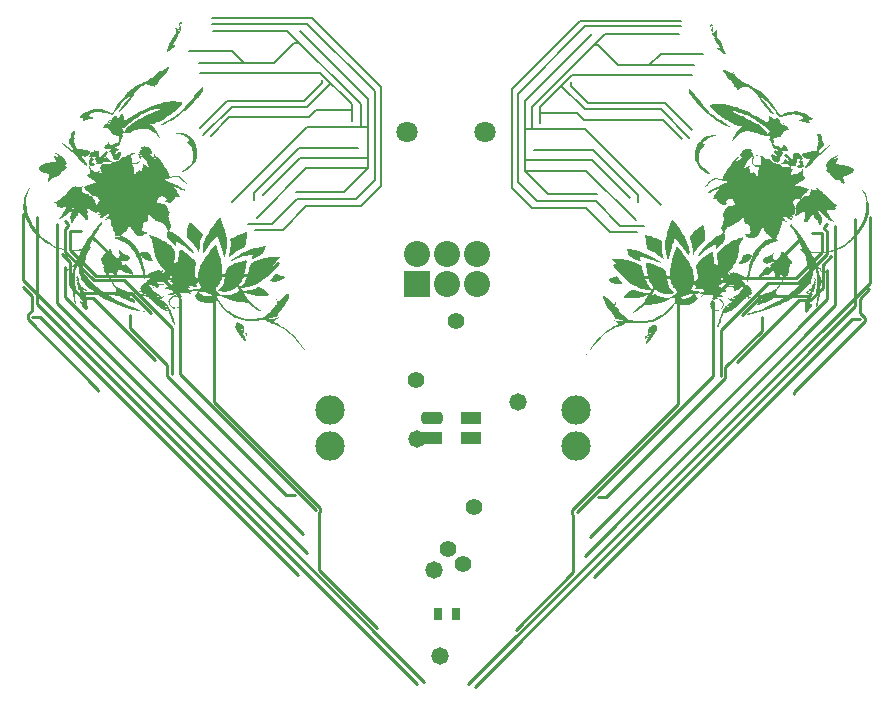
<source format=gts>
G04 Layer_Color=20142*
%FSLAX24Y24*%
%MOIN*%
G70*
G01*
G75*
%ADD13C,0.0100*%
%ADD14C,0.0079*%
%ADD32R,0.0316X0.0434*%
G04:AMPARAMS|DCode=33|XSize=71mil|YSize=41.5mil|CornerRadius=12.4mil|HoleSize=0mil|Usage=FLASHONLY|Rotation=0.000|XOffset=0mil|YOffset=0mil|HoleType=Round|Shape=RoundedRectangle|*
%AMROUNDEDRECTD33*
21,1,0.0710,0.0167,0,0,0.0*
21,1,0.0463,0.0415,0,0,0.0*
1,1,0.0247,0.0231,-0.0084*
1,1,0.0247,-0.0231,-0.0084*
1,1,0.0247,-0.0231,0.0084*
1,1,0.0247,0.0231,0.0084*
%
%ADD33ROUNDEDRECTD33*%
%ADD34R,0.0710X0.0415*%
%ADD35C,0.0867*%
%ADD36R,0.0867X0.0867*%
%ADD37C,0.0980*%
%ADD38C,0.0710*%
%ADD39C,0.0552*%
%ADD40C,0.0580*%
G36*
X15607Y38430D02*
X15632Y38432D01*
X15637Y38422D01*
X15643Y38412D01*
X15645Y38387D01*
X15641Y38372D01*
X15643Y38347D01*
X15633Y38341D01*
X15611Y38289D01*
X15609Y38249D01*
X15626Y38220D01*
X15632Y38210D01*
X15653Y38196D01*
X15659Y38187D01*
X15665Y38177D01*
X15655Y38171D01*
X15649Y38181D01*
X15628Y38195D01*
X15609Y38183D01*
X15599Y38177D01*
X15603Y38127D01*
X15621Y38073D01*
X15635Y38029D01*
X15636Y38003D01*
X15666Y37864D01*
X15753Y37850D01*
X15819Y37850D01*
X15890Y37840D01*
X15952Y37824D01*
X15967Y37820D01*
X16059Y37796D01*
X16111Y37775D01*
X16142Y37767D01*
X16148Y37757D01*
X16150Y37732D01*
X16136Y37711D01*
X16113Y37684D01*
X16103Y37678D01*
X16066Y37630D01*
X16027Y37607D01*
X16008Y37596D01*
X15998Y37590D01*
X15973Y37588D01*
X15948Y37587D01*
X15933Y37591D01*
X15927Y37600D01*
X15921Y37610D01*
X15906Y37614D01*
X15896Y37608D01*
X15886Y37602D01*
X15882Y37587D01*
X15888Y37577D01*
X15922Y37519D01*
X15961Y37477D01*
X15966Y37467D01*
X15972Y37457D01*
X16001Y37409D01*
X16024Y37370D01*
X16041Y37341D01*
X16043Y37316D01*
X16044Y37291D01*
X16035Y37285D01*
X16013Y37299D01*
X15971Y37326D01*
X15939Y37359D01*
X15923Y37363D01*
X15918Y37373D01*
X15852Y37439D01*
X15787Y37505D01*
X15743Y37557D01*
X15738Y37567D01*
X15732Y37576D01*
X15682Y37639D01*
X15655Y37662D01*
X15650Y37672D01*
X15617Y37705D01*
X15590Y37728D01*
X15575Y37732D01*
X15559Y37736D01*
X15532Y37759D01*
X15496Y37777D01*
X15475Y37790D01*
X15469Y37800D01*
X15437Y37833D01*
X15404Y37866D01*
X15383Y37880D01*
X15377Y37890D01*
X15220Y38045D01*
X15235Y38041D01*
X15262Y38018D01*
X15278Y38014D01*
X15314Y37996D01*
X15341Y37973D01*
X15362Y37959D01*
X15368Y37949D01*
X15410Y37922D01*
X15452Y37895D01*
X15479Y37871D01*
X15485Y37862D01*
X15533Y37825D01*
X15560Y37801D01*
X15581Y37788D01*
X15591Y37794D01*
X15585Y37803D01*
X15589Y37819D01*
X15583Y37828D01*
X15570Y37873D01*
X15547Y37912D01*
X15514Y37945D01*
X15509Y37954D01*
X15470Y37997D01*
X15432Y38040D01*
X15427Y38115D01*
X15439Y38161D01*
X15452Y38182D01*
X15480Y38224D01*
X15497Y38261D01*
X15490Y38296D01*
X15494Y38311D01*
X15496Y38352D01*
X15504Y38382D01*
X15527Y38409D01*
X15547Y38421D01*
X15591Y38434D01*
X15607Y38430D01*
D02*
G37*
G36*
X19237Y38366D02*
X19308Y38356D01*
X19329Y38343D01*
X19444Y38280D01*
X19531Y38200D01*
X19563Y38167D01*
X19590Y38144D01*
X19601Y38125D01*
X19607Y38115D01*
X19653Y38037D01*
X19683Y37964D01*
X19719Y37815D01*
X19718Y37684D01*
X19702Y37557D01*
X19659Y37453D01*
X19614Y37374D01*
X19577Y37326D01*
X19573Y37311D01*
X19563Y37305D01*
X19487Y37234D01*
X19431Y37175D01*
X19383Y37146D01*
X19373Y37140D01*
X19363Y37135D01*
X19295Y37095D01*
X19251Y37082D01*
X19226Y37080D01*
X19210Y37084D01*
X19205Y37093D01*
X19218Y37115D01*
X19261Y37153D01*
X19304Y37191D01*
X19323Y37203D01*
X19333Y37208D01*
X19434Y37281D01*
X19500Y37346D01*
X19537Y37394D01*
X19541Y37409D01*
X19570Y37492D01*
X19580Y37563D01*
X19581Y37629D01*
X19585Y37644D01*
X19579Y37654D01*
X19572Y37754D01*
X19551Y37834D01*
X19538Y37878D01*
X19527Y37898D01*
X19492Y37956D01*
X19454Y37998D01*
X19421Y38031D01*
X19416Y38041D01*
X19389Y38064D01*
X19383Y38074D01*
X19387Y38089D01*
X19416Y38107D01*
X19432Y38103D01*
X19447Y38099D01*
X19462Y38095D01*
X19461Y38120D01*
X19443Y38149D01*
X19438Y38159D01*
X19399Y38201D01*
X19351Y38238D01*
X19252Y38297D01*
X19190Y38313D01*
X19153Y38330D01*
X19123Y38338D01*
X19107Y38342D01*
X19051Y38348D01*
X19020Y38356D01*
X19005Y38360D01*
X19009Y38376D01*
X19024Y38372D01*
X19034Y38377D01*
X19144Y38390D01*
X19237Y38366D01*
D02*
G37*
G36*
X19919Y39932D02*
X19921Y39907D01*
X19922Y39882D01*
X19918Y39866D01*
X19916Y39826D01*
X19904Y39780D01*
X19881Y39753D01*
X19877Y39737D01*
X19854Y39711D01*
X19826Y39668D01*
X19766Y39593D01*
X19733Y39561D01*
X19710Y39534D01*
X19696Y39513D01*
X19686Y39507D01*
X19616Y39427D01*
X19556Y39352D01*
X19494Y39302D01*
X19490Y39287D01*
X19480Y39281D01*
X19410Y39200D01*
X19338Y39145D01*
X19305Y39112D01*
X19286Y39101D01*
X19152Y38996D01*
X19028Y38896D01*
X18970Y38862D01*
X18931Y38839D01*
X18902Y38822D01*
X18892Y38816D01*
X18815Y38771D01*
X18747Y38730D01*
X18683Y38706D01*
X18635Y38677D01*
X18600Y38670D01*
X18571Y38653D01*
X18556Y38657D01*
X18546Y38651D01*
X18511Y38643D01*
X18506Y38653D01*
X18510Y38668D01*
X18539Y38686D01*
X18568Y38703D01*
X18655Y38754D01*
X18694Y38777D01*
X18732Y38800D01*
X18752Y38811D01*
X18761Y38817D01*
X18858Y38874D01*
X18936Y38920D01*
X19013Y38966D01*
X19066Y39010D01*
X19108Y39048D01*
X19147Y39071D01*
X19161Y39092D01*
X19170Y39098D01*
X19236Y39163D01*
X19297Y39238D01*
X19446Y39405D01*
X19507Y39479D01*
X19557Y39549D01*
X19590Y39581D01*
X19604Y39602D01*
X19795Y39832D01*
X19851Y39892D01*
X19884Y39924D01*
X19903Y39936D01*
X19919Y39932D01*
D02*
G37*
G36*
X16485Y35683D02*
X16496Y35663D01*
X16492Y35648D01*
X16490Y35634D01*
X16436Y35654D01*
X16407Y35670D01*
X16415Y35668D01*
X16444Y35685D01*
X16463Y35696D01*
X16485Y35683D01*
D02*
G37*
G36*
X14980Y37721D02*
X15002Y37707D01*
X15075Y37672D01*
X15132Y37640D01*
X15148Y37636D01*
X15153Y37627D01*
X15211Y37596D01*
X15244Y37563D01*
X15297Y37516D01*
X15309Y37496D01*
X15315Y37487D01*
X15316Y37462D01*
X15328Y37442D01*
X15339Y37423D01*
X15345Y37413D01*
X15362Y37384D01*
X15354Y37353D01*
X15335Y37342D01*
X15325Y37336D01*
X15302Y37309D01*
X15303Y37284D01*
X15325Y37271D01*
X15330Y37261D01*
X15357Y37238D01*
X15363Y37228D01*
X15359Y37213D01*
X15355Y37197D01*
X15326Y37180D01*
X15307Y37169D01*
X15297Y37163D01*
X15244Y37119D01*
X15225Y37107D01*
X15215Y37102D01*
X15169Y37048D01*
X15165Y37033D01*
X15155Y37027D01*
X15118Y36979D01*
X15085Y36946D01*
X15056Y36929D01*
X15046Y36923D01*
X15008Y36901D01*
X14983Y36899D01*
X14967Y36903D01*
X14952Y36907D01*
X14927Y36905D01*
X14898Y36888D01*
X14888Y36882D01*
X14836Y36838D01*
X14802Y36806D01*
X14779Y36779D01*
X14769Y36773D01*
X14756Y36752D01*
X14740Y36756D01*
X14739Y36781D01*
X14733Y36791D01*
X14739Y36846D01*
X14751Y36893D01*
X14759Y36923D01*
X14763Y36939D01*
X14771Y36970D01*
X14769Y36995D01*
X14763Y37004D01*
X14758Y37014D01*
X14737Y37028D01*
X14690Y37040D01*
X14644Y37052D01*
X14629Y37056D01*
X14546Y37085D01*
X14498Y37122D01*
X14456Y37149D01*
X14439Y37178D01*
X14425Y37223D01*
X14429Y37238D01*
X14457Y37281D01*
X14495Y37303D01*
X14608Y37357D01*
X14667Y37366D01*
X14712Y37379D01*
X14747Y37387D01*
X14756Y37392D01*
X14832Y37398D01*
X14882Y37401D01*
X14926Y37414D01*
X14951Y37416D01*
X14986Y37423D01*
X14996Y37429D01*
X15009Y37450D01*
X15002Y37485D01*
X14979Y37524D01*
X14973Y37534D01*
X14945Y37582D01*
X14937Y37617D01*
X14936Y37642D01*
X14940Y37657D01*
X14949Y37663D01*
X14945Y37648D01*
X14957Y37628D01*
X14962Y37618D01*
X14972Y37624D01*
X15003Y37616D01*
X15014Y37597D01*
X15036Y37583D01*
X15051Y37579D01*
X15061Y37585D01*
X15074Y37606D01*
X15069Y37616D01*
X15063Y37625D01*
X15057Y37635D01*
X14998Y37692D01*
X14961Y37709D01*
X14946Y37713D01*
X14930Y37717D01*
X14940Y37723D01*
X14950Y37729D01*
X14980Y37721D01*
D02*
G37*
G36*
X18022Y37923D02*
X18038Y37919D01*
X18063Y37921D01*
X18099Y37904D01*
X18120Y37890D01*
X18126Y37880D01*
X18147Y37867D01*
X18164Y37837D01*
X18187Y37799D01*
X18193Y37789D01*
X18206Y37745D01*
X18214Y37710D01*
X18206Y37679D01*
X18196Y37673D01*
X18186Y37668D01*
X18171Y37672D01*
X18165Y37681D01*
X18144Y37695D01*
X18107Y37712D01*
X18092Y37716D01*
X18086Y37726D01*
X18077Y37720D01*
X18082Y37711D01*
X18103Y37697D01*
X18130Y37674D01*
X18136Y37664D01*
X18157Y37650D01*
X18184Y37627D01*
X18195Y37608D01*
X18201Y37598D01*
X18193Y37567D01*
X18185Y37536D01*
X18181Y37521D01*
X18168Y37500D01*
X18173Y37490D01*
X18183Y37496D01*
X18197Y37517D01*
X18220Y37544D01*
X18230Y37550D01*
X18234Y37565D01*
X18259Y37567D01*
X18280Y37553D01*
X18286Y37543D01*
X18318Y37510D01*
X18345Y37487D01*
X18383Y37444D01*
X18422Y37402D01*
X18471Y37340D01*
X18477Y37330D01*
X18483Y37320D01*
X18515Y37287D01*
X18527Y37268D01*
X18537Y37274D01*
X18531Y37283D01*
X18514Y37312D01*
X18447Y37403D01*
X18353Y37518D01*
X18347Y37528D01*
X18342Y37537D01*
X18303Y37580D01*
X18275Y37628D01*
X18263Y37648D01*
X18267Y37663D01*
X18277Y37669D01*
X18292Y37665D01*
X18313Y37651D01*
X18340Y37628D01*
X18388Y37591D01*
X18438Y37529D01*
X18499Y37447D01*
X18505Y37438D01*
X18528Y37399D01*
X18566Y37356D01*
X18606Y37289D01*
X18696Y37159D01*
X18742Y37081D01*
X18766Y37017D01*
X18772Y37008D01*
X18774Y36983D01*
X18781Y36948D01*
X18793Y36928D01*
X18818Y36930D01*
X18849Y36922D01*
X18893Y36935D01*
X18908Y36931D01*
X18953Y36945D01*
X19003Y36948D01*
X19053Y36952D01*
X19069Y36948D01*
X19099Y36940D01*
X19157Y36909D01*
X19226Y36858D01*
X19232Y36848D01*
X19247Y36844D01*
X19286Y36802D01*
X19330Y36749D01*
X19379Y36687D01*
X19385Y36677D01*
X19381Y36662D01*
X19360Y36676D01*
X19333Y36699D01*
X19285Y36736D01*
X19279Y36746D01*
X19258Y36759D01*
X19214Y36812D01*
X19145Y36862D01*
X19113Y36895D01*
X19082Y36903D01*
X19066Y36907D01*
X19045Y36921D01*
X18995Y36917D01*
X18935Y36908D01*
X18926Y36902D01*
X18875Y36899D01*
X18831Y36886D01*
X18786Y36873D01*
X18767Y36861D01*
X18742Y36859D01*
X18702Y36862D01*
X18692Y36856D01*
X18676Y36860D01*
X18651Y36858D01*
X18647Y36843D01*
X18653Y36833D01*
X18659Y36823D01*
X18686Y36800D01*
X18722Y36782D01*
X18780Y36751D01*
X18853Y36716D01*
X18957Y36673D01*
X18972Y36669D01*
X19009Y36651D01*
X19061Y36629D01*
X19124Y36589D01*
X19255Y36522D01*
X19297Y36495D01*
X19320Y36456D01*
X19295Y36454D01*
X19264Y36462D01*
X19249Y36466D01*
X19233Y36470D01*
X19181Y36492D01*
X19124Y36523D01*
X18900Y36613D01*
X19028Y36441D01*
X19034Y36431D01*
X19040Y36421D01*
X19069Y36373D01*
X19097Y36324D01*
X19120Y36286D01*
X19126Y36276D01*
X19131Y36266D01*
X19127Y36251D01*
X19102Y36249D01*
X19077Y36247D01*
X19062Y36251D01*
X19025Y36269D01*
X19020Y36279D01*
X19004Y36283D01*
X18995Y36277D01*
X18981Y36256D01*
X18987Y36246D01*
X18973Y36225D01*
X18959Y36204D01*
X18936Y36177D01*
X18926Y36171D01*
X18913Y36150D01*
X18880Y36118D01*
X18837Y36079D01*
X18827Y36074D01*
X18804Y36047D01*
X18779Y36045D01*
X18754Y36043D01*
X18748Y36053D01*
X18727Y36067D01*
X18690Y36084D01*
X18675Y36088D01*
X18660Y36092D01*
X18648Y36111D01*
X18667Y36123D01*
X18677Y36129D01*
X18697Y36140D01*
X18695Y36165D01*
X18672Y36204D01*
X18666Y36214D01*
X18660Y36223D01*
X18618Y36251D01*
X18561Y36282D01*
X18535Y36280D01*
X18516Y36269D01*
X18497Y36257D01*
X18487Y36251D01*
X18472Y36255D01*
X18462Y36250D01*
X18448Y36229D01*
X18421Y36186D01*
X18368Y36077D01*
X18380Y36057D01*
X18410Y36049D01*
X18472Y36034D01*
X18487Y36030D01*
X18528Y36027D01*
X18568Y36025D01*
X18603Y36033D01*
X18613Y36038D01*
X18634Y36025D01*
X18667Y35992D01*
X18701Y35934D01*
X18707Y35924D01*
X18718Y35905D01*
X18741Y35866D01*
X18754Y35821D01*
X18777Y35783D01*
X18790Y35738D01*
X18782Y35707D01*
X18769Y35686D01*
X18765Y35671D01*
X18757Y35640D01*
X18755Y35600D01*
X18762Y35565D01*
X18771Y35505D01*
X18792Y35426D01*
X18837Y35283D01*
X18833Y35267D01*
X18825Y35236D01*
X18798Y35194D01*
X18794Y35179D01*
X18780Y35158D01*
X18773Y35127D01*
X18778Y35125D01*
X18810Y35108D01*
X18847Y35090D01*
X18888Y35066D01*
X18924Y35043D01*
X18950Y35027D01*
X18977Y35017D01*
X18981Y35010D01*
X19078Y34943D01*
X19124Y34907D01*
X19164Y34877D01*
X19194Y34849D01*
X19219Y34828D01*
X19234Y34820D01*
X19239Y34813D01*
X19332Y34723D01*
X19371Y34682D01*
X19410Y34642D01*
X19438Y34608D01*
X19468Y34580D01*
X19482Y34561D01*
X19486Y34555D01*
X19533Y34495D01*
X19571Y34449D01*
X19594Y34417D01*
X19613Y34391D01*
X19616Y34379D01*
X19614Y34368D01*
X19609Y34368D01*
X19598Y34370D01*
X19562Y34394D01*
X19526Y34417D01*
X19496Y34444D01*
X19492Y34451D01*
X19486Y34452D01*
X19406Y34517D01*
X19371Y34546D01*
X19340Y34568D01*
X19314Y34584D01*
X19294Y34598D01*
X19279Y34612D01*
X19274Y34613D01*
X19196Y34661D01*
X19129Y34700D01*
X19103Y34716D01*
X19083Y34731D01*
X19067Y34739D01*
X19061Y34740D01*
X19046Y34749D01*
X19035Y34751D01*
X19023Y34747D01*
X19020Y34730D01*
X19015Y34703D01*
X19012Y34686D01*
X19010Y34675D01*
X19008Y34595D01*
X18871Y34727D01*
X18831Y34762D01*
X18797Y34796D01*
X18774Y34829D01*
X18756Y34855D01*
X18742Y34874D01*
X18732Y34887D01*
X18722Y34895D01*
X18723Y34900D01*
X18710Y34954D01*
X18708Y35011D01*
X18712Y35033D01*
X18714Y35050D01*
X18716Y35061D01*
X18717Y35067D01*
X18721Y35089D01*
X18724Y35105D01*
X18736Y35122D01*
X18732Y35129D01*
X18719Y35173D01*
X18713Y35183D01*
X18706Y35218D01*
X18683Y35257D01*
X18644Y35299D01*
X18639Y35309D01*
X18596Y35336D01*
X18539Y35368D01*
X18466Y35403D01*
X18450Y35407D01*
X18408Y35434D01*
X18356Y35456D01*
X18298Y35487D01*
X18293Y35497D01*
X18256Y35514D01*
X18224Y35547D01*
X18170Y35594D01*
X18164Y35604D01*
X18137Y35627D01*
X18126Y35646D01*
X18105Y35660D01*
X18095Y35654D01*
X18085Y35649D01*
X18078Y35618D01*
X18083Y35608D01*
X18079Y35593D01*
X18075Y35577D01*
X18071Y35562D01*
X18073Y35537D01*
X18069Y35521D01*
X18057Y35475D01*
X18053Y35460D01*
X18040Y35439D01*
X18016Y35412D01*
X17976Y35414D01*
X17966Y35408D01*
X17941Y35406D01*
X17918Y35380D01*
X17896Y35328D01*
X17892Y35312D01*
X17894Y35287D01*
X17892Y35247D01*
X17893Y35222D01*
X17899Y35212D01*
X17905Y35202D01*
X17880Y35201D01*
X17870Y35195D01*
X17860Y35189D01*
X17862Y35164D01*
X17868Y35154D01*
X17879Y35135D01*
X17891Y35116D01*
X17927Y35098D01*
X17943Y35094D01*
X17974Y35086D01*
X17999Y35088D01*
X18033Y35095D01*
X18043Y35101D01*
X18049Y35091D01*
X18055Y35082D01*
X18041Y35060D01*
X18031Y35055D01*
X18008Y35028D01*
X17969Y35005D01*
X17911Y34971D01*
X17901Y34965D01*
X17867Y34958D01*
X17822Y34944D01*
X17772Y34941D01*
X17757Y34945D01*
X17735Y34958D01*
X17693Y34986D01*
X17639Y35032D01*
X17628Y35052D01*
X17595Y35085D01*
X17561Y35143D01*
X17521Y35211D01*
X17456Y35342D01*
X17423Y35244D01*
X17419Y35229D01*
X17415Y35213D01*
X17374Y35150D01*
X17364Y35144D01*
X17360Y35129D01*
X17308Y35085D01*
X17151Y34953D01*
X17141Y34947D01*
X17127Y34931D01*
X17187Y34935D01*
X17243Y34929D01*
X17259Y34925D01*
X17363Y34882D01*
X17447Y34827D01*
X17522Y34767D01*
X17587Y34701D01*
X17637Y34639D01*
X17681Y34587D01*
X17704Y34548D01*
X17709Y34538D01*
X17768Y34416D01*
X17823Y34279D01*
X17878Y34141D01*
X17912Y34018D01*
X17931Y33898D01*
X17957Y33809D01*
X17966Y33749D01*
X17968Y33724D01*
X17977Y33664D01*
X17986Y33604D01*
X17988Y33579D01*
X17984Y33564D01*
X17982Y33523D01*
X17968Y33502D01*
X17959Y33497D01*
X17953Y33506D01*
X17947Y33516D01*
X17942Y33526D01*
X17913Y33640D01*
X17891Y33744D01*
X17870Y33823D01*
X17855Y33893D01*
X17842Y33937D01*
X17835Y33972D01*
X17823Y33991D01*
X17818Y34001D01*
X17780Y34109D01*
X17732Y34212D01*
X17709Y34251D01*
X17686Y34289D01*
X17675Y34309D01*
X17669Y34318D01*
X17629Y34386D01*
X17601Y34435D01*
X17549Y34522D01*
X17517Y34555D01*
X17505Y34574D01*
X17467Y34617D01*
X17419Y34654D01*
X17392Y34677D01*
X17377Y34681D01*
X17334Y34708D01*
X17292Y34736D01*
X17256Y34753D01*
X17240Y34757D01*
X17188Y34779D01*
X17152Y34797D01*
X17121Y34804D01*
X17105Y34808D01*
X17054Y34830D01*
X17007Y34842D01*
X16965Y34869D01*
X16959Y34879D01*
X16954Y34889D01*
X16977Y34915D01*
X17012Y34923D01*
X17037Y34925D01*
X17042Y34928D01*
X17052Y34921D01*
X17058Y34911D01*
X17068Y34917D01*
X17073Y34907D01*
X17089Y34903D01*
X17118Y34920D01*
X17127Y34931D01*
X17112Y34930D01*
X17047Y34930D01*
X17042Y34928D01*
X17031Y34934D01*
X17004Y34958D01*
X16987Y34987D01*
X16968Y35041D01*
X16934Y35099D01*
X16928Y35109D01*
X16917Y35128D01*
X16909Y35163D01*
X16896Y35207D01*
X16849Y35310D01*
X16826Y35414D01*
X16816Y35565D01*
X16738Y35519D01*
X16728Y35513D01*
X16699Y35496D01*
X16674Y35494D01*
X16649Y35493D01*
X16653Y35508D01*
X16663Y35514D01*
X16682Y35525D01*
X16692Y35531D01*
X16707Y35527D01*
X16711Y35542D01*
X16696Y35546D01*
X16690Y35556D01*
X16684Y35566D01*
X16704Y35577D01*
X16713Y35583D01*
X16723Y35589D01*
X16752Y35606D01*
X16766Y35627D01*
X16770Y35642D01*
X16762Y35677D01*
X16747Y35681D01*
X16728Y35670D01*
X16683Y35656D01*
X16631Y35612D01*
X16611Y35601D01*
X16573Y35578D01*
X16534Y35555D01*
X16499Y35548D01*
X16493Y35557D01*
X16486Y35592D01*
X16490Y35634D01*
X16504Y35629D01*
X16534Y35621D01*
X16550Y35617D01*
X16554Y35632D01*
X16548Y35642D01*
X16542Y35651D01*
X16506Y35669D01*
X16500Y35679D01*
X16473Y35702D01*
X16467Y35712D01*
X16452Y35716D01*
X16425Y35739D01*
X16419Y35749D01*
X16404Y35753D01*
X16393Y35772D01*
X16391Y35797D01*
X16389Y35822D01*
X16387Y35847D01*
X16384Y35898D01*
X16368Y35942D01*
X16367Y35927D01*
X16363Y35911D01*
X16362Y35846D01*
X16366Y35795D01*
X16373Y35761D01*
X16369Y35745D01*
X16388Y35691D01*
X16398Y35675D01*
X16407Y35670D01*
X16400Y35672D01*
X16398Y35675D01*
X16379Y35685D01*
X16363Y35689D01*
X16357Y35699D01*
X16269Y35738D01*
X16221Y35775D01*
X16190Y35783D01*
X16184Y35793D01*
X16163Y35807D01*
X16136Y35830D01*
X16106Y35838D01*
X16090Y35842D01*
X16050Y35844D01*
X16046Y35829D01*
X16036Y35823D01*
X16042Y35813D01*
X16059Y35784D01*
X16061Y35759D01*
X16062Y35734D01*
X16053Y35728D01*
X16051Y35688D01*
X16058Y35653D01*
X16060Y35628D01*
X16066Y35618D01*
X16079Y35574D01*
X16080Y35549D01*
X16082Y35523D01*
X16073Y35518D01*
X16059Y35497D01*
X16040Y35485D01*
X16024Y35489D01*
X16009Y35493D01*
X15988Y35507D01*
X15966Y35520D01*
X15961Y35530D01*
X15917Y35583D01*
X15890Y35606D01*
X15884Y35616D01*
X15834Y35678D01*
X15802Y35711D01*
X15781Y35724D01*
X15765Y35728D01*
X15746Y35717D01*
X15736Y35711D01*
X15742Y35701D01*
X15753Y35682D01*
X15750Y35667D01*
X15751Y35642D01*
X15742Y35636D01*
X15728Y35615D01*
X15718Y35609D01*
X15709Y35603D01*
X15707Y35628D01*
X15711Y35644D01*
X15719Y35675D01*
X15713Y35684D01*
X15699Y35663D01*
X15695Y35648D01*
X15683Y35601D01*
X15685Y35576D01*
X15681Y35561D01*
X15687Y35551D01*
X15672Y35555D01*
X15646Y35554D01*
X15637Y35548D01*
X15627Y35542D01*
X15604Y35515D01*
X15600Y35500D01*
X15611Y35480D01*
X15602Y35475D01*
X15592Y35469D01*
X15578Y35448D01*
X15574Y35432D01*
X15570Y35417D01*
X15562Y35386D01*
X15553Y35381D01*
X15537Y35385D01*
X15520Y35414D01*
X15507Y35458D01*
X15499Y35493D01*
X15494Y35502D01*
X15481Y35547D01*
X15473Y35582D01*
X15481Y35613D01*
X15475Y35622D01*
X15493Y35659D01*
X15511Y35695D01*
X15534Y35722D01*
X15544Y35728D01*
X15579Y35801D01*
X15583Y35816D01*
X15587Y35832D01*
X15604Y35868D01*
X15608Y35884D01*
X15612Y35899D01*
X15607Y35909D01*
X15610Y35924D01*
X15605Y35934D01*
X15595Y35928D01*
X15581Y35907D01*
X15554Y35865D01*
X15531Y35838D01*
X15527Y35822D01*
X15457Y35742D01*
X15381Y35671D01*
X15342Y35648D01*
X15319Y35621D01*
X15300Y35610D01*
X15290Y35604D01*
X15247Y35566D01*
X15199Y35537D01*
X15135Y35513D01*
X15100Y35505D01*
X15085Y35509D01*
X15079Y35519D01*
X15098Y35530D01*
X15102Y35546D01*
X15112Y35551D01*
X15159Y35605D01*
X15205Y35659D01*
X15237Y35716D01*
X15241Y35732D01*
X15250Y35738D01*
X15278Y35780D01*
X15305Y35822D01*
X15327Y35874D01*
X15340Y35895D01*
X15334Y35905D01*
X15319Y35909D01*
X15304Y35913D01*
X15279Y35911D01*
X15269Y35905D01*
X15234Y35898D01*
X15199Y35890D01*
X15159Y35893D01*
X15143Y35896D01*
X15088Y35903D01*
X15051Y35920D01*
X15030Y35934D01*
X15024Y35944D01*
X15028Y35959D01*
X15038Y35965D01*
X15053Y35961D01*
X15063Y35966D01*
X15078Y35963D01*
X15088Y35968D01*
X15067Y35982D01*
X15040Y36005D01*
X15025Y36009D01*
X14919Y36077D01*
X14990Y36067D01*
X15029Y36090D01*
X15039Y36096D01*
X15048Y36102D01*
X15116Y36142D01*
X15130Y36163D01*
X15140Y36169D01*
X15262Y36293D01*
X15361Y36391D01*
X15404Y36429D01*
X15437Y36462D01*
X15450Y36483D01*
X15460Y36488D01*
X15512Y36532D01*
X15555Y36571D01*
X15594Y36594D01*
X15623Y36611D01*
X15652Y36628D01*
X15662Y36634D01*
X15677Y36630D01*
X15683Y36620D01*
X15679Y36605D01*
X15669Y36599D01*
X15655Y36578D01*
X15661Y36568D01*
X15677Y36564D01*
X15717Y36562D01*
X15727Y36568D01*
X15792Y36567D01*
X15847Y36586D01*
X15859Y36587D01*
X15860Y36607D01*
X15868Y36638D01*
X15878Y36644D01*
X15887Y36649D01*
X15889Y36624D01*
X15895Y36615D01*
X15901Y36605D01*
X15908Y36592D01*
X15922Y36591D01*
X15925Y36587D01*
X15937Y36587D01*
X15947Y36593D01*
X15972Y36595D01*
X16001Y36612D01*
X16065Y36637D01*
X16075Y36642D01*
X16109Y36650D01*
X16148Y36673D01*
X16193Y36686D01*
X16202Y36692D01*
X16237Y36699D01*
X16272Y36707D01*
X16312Y36704D01*
X16407Y36721D01*
X16318Y36760D01*
X16313Y36770D01*
X16297Y36774D01*
X16224Y36809D01*
X16149Y36870D01*
X16069Y36940D01*
X16063Y36949D01*
X16052Y36969D01*
X16050Y36994D01*
X16079Y37011D01*
X16089Y37017D01*
X16108Y37028D01*
X16131Y37055D01*
X16128Y37105D01*
X16132Y37120D01*
X16130Y37146D01*
X16123Y37180D01*
X16111Y37200D01*
X16105Y37209D01*
X16109Y37225D01*
X16102Y37260D01*
X16099Y37375D01*
X16103Y37391D01*
X16105Y37431D01*
X16117Y37477D01*
X16125Y37508D01*
X16135Y37514D01*
X16139Y37529D01*
X16168Y37546D01*
X16187Y37558D01*
D01*
X16172Y37562D01*
X16135Y37580D01*
X16120Y37583D01*
X16099Y37597D01*
X16108Y37603D01*
X16118Y37609D01*
X16153Y37616D01*
X16147Y37626D01*
X16135Y37645D01*
X16139Y37661D01*
X16143Y37676D01*
X16147Y37691D01*
X16184Y37739D01*
X16204Y37751D01*
X16229Y37752D01*
X16244Y37749D01*
X16250Y37739D01*
X16256Y37729D01*
X16261Y37719D01*
X16277Y37715D01*
X16271Y37725D01*
X16269Y37750D01*
X16264Y37760D01*
X16262Y37785D01*
X16266Y37800D01*
X16275Y37806D01*
X16301Y37808D01*
X16306Y37798D01*
X16343Y37781D01*
X16374Y37773D01*
X16393Y37784D01*
X16412Y37796D01*
X16428Y37792D01*
X16434Y37782D01*
X16441Y37747D01*
X16454Y37703D01*
X16456Y37678D01*
X16452Y37662D01*
X16455Y37612D01*
X16473Y37583D01*
X16498Y37585D01*
X16517Y37596D01*
X16564Y37650D01*
X16577Y37671D01*
X16587Y37677D01*
X16634Y37730D01*
X16657Y37757D01*
X16671Y37778D01*
X16686Y37774D01*
X16702Y37770D01*
X16717Y37766D01*
X16723Y37757D01*
X16740Y37728D01*
X16746Y37718D01*
X16736Y37712D01*
X16726Y37707D01*
X16717Y37701D01*
X16713Y37685D01*
X16703Y37680D01*
X16695Y37649D01*
X16666Y37632D01*
X16656Y37626D01*
X16647Y37620D01*
X16627Y37609D01*
X16633Y37599D01*
X16648Y37595D01*
X16644Y37580D01*
X16629Y37584D01*
X16619Y37578D01*
X16600Y37567D01*
X16590Y37561D01*
X16596Y37551D01*
X16617Y37538D01*
X16632Y37534D01*
X16642Y37539D01*
X16652Y37545D01*
X16656Y37560D01*
X16669Y37582D01*
X16683Y37603D01*
X16710Y37579D01*
X16737Y37556D01*
X16748Y37537D01*
X16777Y37488D01*
X16804Y37465D01*
X16819Y37461D01*
X16850Y37453D01*
X16856Y37443D01*
X16861Y37434D01*
X16852Y37428D01*
X16817Y37420D01*
X16782Y37413D01*
X16767Y37417D01*
X16711Y37423D01*
X16680Y37431D01*
X16665Y37435D01*
X16649Y37439D01*
X16639Y37433D01*
X16620Y37422D01*
X16610Y37416D01*
X16548Y37366D01*
X16535Y37345D01*
X16526Y37340D01*
X16621Y37331D01*
X16646Y37333D01*
X16687Y37331D01*
X16753Y37330D01*
X16793Y37328D01*
X16803Y37334D01*
X16818Y37330D01*
X16832Y37351D01*
X16845Y37372D01*
X16849Y37387D01*
X16873Y37414D01*
X16892Y37426D01*
X16942Y37429D01*
X16958Y37425D01*
X16992Y37433D01*
X17037Y37446D01*
X17081Y37459D01*
X17091Y37465D01*
X17120Y37482D01*
X17153Y37515D01*
X17180Y37557D01*
X17190Y37563D01*
X17204Y37584D01*
X17223Y37595D01*
X17229Y37585D01*
X17235Y37576D01*
X17240Y37566D01*
X17256Y37562D01*
X17285Y37579D01*
X17294Y37585D01*
X17339Y37598D01*
X17397Y37633D01*
X17494Y37690D01*
X17504Y37695D01*
X17538Y37703D01*
X17588Y37706D01*
X17639Y37710D01*
X17654Y37706D01*
X17679Y37708D01*
X17685Y37698D01*
X17660Y37696D01*
X17635Y37695D01*
X17625Y37689D01*
X17600Y37687D01*
X17565Y37680D01*
X17526Y37657D01*
X17517Y37651D01*
X17518Y37626D01*
X17505Y37605D01*
X17512Y37570D01*
X17518Y37560D01*
X17529Y37541D01*
X17531Y37516D01*
X17529Y37475D01*
X17535Y37466D01*
X17531Y37450D01*
X17527Y37435D01*
X17523Y37419D01*
X17534Y37400D01*
X17550Y37396D01*
X17586Y37379D01*
X17602Y37375D01*
X17627Y37376D01*
X17661Y37384D01*
X17706Y37397D01*
X17716Y37403D01*
X17745Y37420D01*
X17778Y37452D01*
X17795Y37489D01*
X17799Y37504D01*
X17798Y37529D01*
X17784Y37574D01*
X17760Y37638D01*
X17754Y37647D01*
X17743Y37667D01*
X17747Y37682D01*
X17756Y37688D01*
X17777Y37674D01*
X17793Y37670D01*
X17816Y37632D01*
X17825Y37572D01*
X17823Y37531D01*
X17816Y37475D01*
X17803Y37454D01*
X17781Y37402D01*
X17758Y37375D01*
X17719Y37353D01*
X17675Y37339D01*
X17615Y37330D01*
X17538Y37350D01*
X17578Y37282D01*
X17584Y37272D01*
X17595Y37253D01*
X17604Y37193D01*
X17610Y37184D01*
X17612Y37158D01*
X17611Y37093D01*
X17617Y37083D01*
X17613Y37068D01*
X17617Y37018D01*
X17613Y37002D01*
X17618Y36992D01*
X17628Y36998D01*
X17651Y37025D01*
X17661Y37031D01*
X17669Y37062D01*
X17692Y37088D01*
X17725Y37121D01*
X17735Y37127D01*
X17764Y37144D01*
X17789Y37146D01*
X17810Y37132D01*
X17816Y37122D01*
X17822Y37113D01*
X17837Y37109D01*
X17852Y37105D01*
X17866Y37126D01*
X17870Y37141D01*
X17882Y37187D01*
X17886Y37203D01*
X17894Y37234D01*
X17902Y37330D01*
X17897Y37340D01*
X17901Y37355D01*
X17895Y37365D01*
X17904Y37371D01*
X17926Y37357D01*
X17956Y37349D01*
X17989Y37316D01*
X18004Y37312D01*
X18031Y37289D01*
X18052Y37275D01*
X18073Y37261D01*
X18089Y37257D01*
X18093Y37273D01*
X18081Y37292D01*
X18080Y37317D01*
X18062Y37346D01*
X18055Y37381D01*
X18026Y37429D01*
X17992Y37488D01*
X17942Y37550D01*
X17887Y37621D01*
X17881Y37631D01*
X17849Y37664D01*
X17816Y37697D01*
X17789Y37720D01*
X17778Y37740D01*
X17782Y37755D01*
X17790Y37786D01*
X17799Y37792D01*
X17813Y37813D01*
X17832Y37824D01*
X17873Y37822D01*
X17888Y37818D01*
X17898Y37824D01*
X17867Y37832D01*
X17861Y37842D01*
X17840Y37855D01*
X17823Y37884D01*
X17846Y37911D01*
X17856Y37917D01*
X17891Y37924D01*
X17951Y37933D01*
X18022Y37923D01*
D02*
G37*
G36*
X35029Y31906D02*
X35033Y31890D01*
X35037Y31875D01*
X35045Y31844D01*
X35038Y31809D01*
X35032Y31800D01*
X35015Y31771D01*
X34981Y31712D01*
X34919Y31631D01*
X34908Y31612D01*
X34885Y31573D01*
X34851Y31515D01*
X34807Y31462D01*
X34801Y31453D01*
X34774Y31429D01*
X34742Y31396D01*
X34715Y31373D01*
X34709Y31363D01*
X34694Y31359D01*
X34688Y31350D01*
X34684Y31365D01*
X34680Y31381D01*
X34687Y31415D01*
X34706Y31469D01*
X34712Y31479D01*
X34720Y31514D01*
X34742Y31553D01*
X34777Y31611D01*
X34782Y31620D01*
X34796Y31665D01*
X34824Y31713D01*
X34849Y31777D01*
X34855Y31787D01*
X34860Y31797D01*
X34883Y31835D01*
X34912Y31884D01*
X34918Y31893D01*
X34795Y31730D01*
X34784Y31711D01*
X34767Y31682D01*
X34723Y31630D01*
X34694Y31581D01*
X34661Y31548D01*
X34635Y31525D01*
X34625Y31531D01*
X34631Y31540D01*
X34638Y31575D01*
X34644Y31585D01*
X34655Y31604D01*
X34667Y31623D01*
X34682Y31627D01*
X34698Y31631D01*
X34713Y31635D01*
X34736Y31674D01*
X34742Y31684D01*
X34743Y31709D01*
X34749Y31784D01*
X34750Y31809D01*
X34760Y31869D01*
X34777Y31898D01*
X34804Y31922D01*
X34846Y31949D01*
X34907Y31965D01*
X35000Y31988D01*
X35029Y31906D01*
D02*
G37*
G36*
X37133Y32858D02*
X37143Y32852D01*
X37162Y32841D01*
X37224Y32791D01*
X37252Y32749D01*
X37273Y32697D01*
X37264Y32637D01*
X37239Y32573D01*
X37234Y32563D01*
X37228Y32554D01*
X37184Y32501D01*
X37111Y32466D01*
X37074Y32448D01*
X37024Y32452D01*
X37014Y32458D01*
X36999Y32454D01*
X36945Y32473D01*
X36883Y32522D01*
X36850Y32555D01*
X36822Y32597D01*
X36824Y32622D01*
X36818Y32678D01*
X36839Y32757D01*
X36877Y32800D01*
X36910Y32833D01*
X36931Y32847D01*
X36973Y32874D01*
X37044Y32884D01*
X37133Y32858D01*
D02*
G37*
G36*
X40311Y33528D02*
X40331Y33516D01*
X40335Y33501D01*
X40327Y33466D01*
X40322Y33457D01*
X40316Y33447D01*
X40320Y33431D01*
X40334Y33410D01*
X40343Y33405D01*
X40337Y33395D01*
X40326Y33376D01*
X40320Y33366D01*
X40305Y33362D01*
X40299Y33352D01*
X40309Y33347D01*
X40319Y33341D01*
X40338Y33329D01*
X40332Y33320D01*
X40321Y33300D01*
X40313Y33266D01*
X40308Y33256D01*
X40300Y33221D01*
X40289Y33136D01*
X40283Y33126D01*
X40282Y33101D01*
X40255Y33078D01*
X40239Y33074D01*
X40230Y33080D01*
X40214Y33076D01*
X40209Y33066D01*
X40217Y33035D01*
X40220Y33020D01*
X40224Y33005D01*
X40217Y32970D01*
X40209Y32935D01*
X40204Y32925D01*
X40187Y32896D01*
X40160Y32873D01*
X40123Y32855D01*
X40118Y32846D01*
X40102Y32842D01*
X40087Y32838D01*
X40091Y32822D01*
X40100Y32817D01*
X40110Y32811D01*
X40141Y32819D01*
X40156Y32823D01*
X40166Y32817D01*
X40170Y32802D01*
X40158Y32782D01*
X40151Y32747D01*
X40132Y32693D01*
X40126Y32684D01*
X40115Y32664D01*
X40102Y32620D01*
X40100Y32595D01*
X40094Y32585D01*
X40110Y32589D01*
X40133Y32628D01*
X40138Y32637D01*
X40155Y32666D01*
X40182Y32690D01*
X40213Y32698D01*
X40207Y32688D01*
X40206Y32663D01*
X40192Y32618D01*
X40152Y32551D01*
X40147Y32541D01*
X40141Y32531D01*
X40103Y32489D01*
X40064Y32446D01*
X40026Y32403D01*
X40020Y32394D01*
X39995Y32395D01*
X39976Y32407D01*
X39972Y32422D01*
X39964Y32453D01*
X39960Y32468D01*
X39962Y32493D01*
X39965Y32544D01*
X39973Y32578D01*
X39975Y32603D01*
X39974Y32669D01*
X39970Y32684D01*
X39972Y32710D01*
X39979Y32744D01*
X40008Y32793D01*
X40014Y32802D01*
X40025Y32822D01*
X40027Y32847D01*
X40029Y32872D01*
X40030Y32897D01*
X40053Y32936D01*
X40070Y32965D01*
X40093Y33004D01*
X40099Y33013D01*
X40122Y33052D01*
X40149Y33075D01*
X40166Y33104D01*
X40156Y33110D01*
X40141Y33106D01*
X40110Y33098D01*
X40104Y33089D01*
X40083Y33075D01*
X40062Y33061D01*
X40060Y33036D01*
X40064Y33021D01*
X40049Y33017D01*
X40045Y33032D01*
X40035Y33038D01*
X40025Y33044D01*
X40016Y33049D01*
X40010Y33040D01*
X40004Y33030D01*
X39979Y33032D01*
X39975Y33047D01*
X39981Y33057D01*
X40018Y33074D01*
X40023Y33084D01*
X40044Y33098D01*
X40071Y33121D01*
X40098Y33144D01*
X40104Y33154D01*
X40110Y33164D01*
X40125Y33168D01*
X40140Y33172D01*
X40150Y33166D01*
X40165Y33170D01*
X40177Y33189D01*
X40183Y33199D01*
X40196Y33244D01*
X40202Y33253D01*
X40198Y33269D01*
X40215Y33298D01*
X40243Y33346D01*
X40249Y33356D01*
X40260Y33375D01*
X40262Y33400D01*
X40264Y33425D01*
X40260Y33441D01*
X40266Y33450D01*
X40293Y33474D01*
X40298Y33483D01*
X40304Y33493D01*
X40310Y33503D01*
X40290Y33514D01*
X40275Y33510D01*
X40271Y33526D01*
X40286Y33530D01*
X40302Y33534D01*
X40311Y33528D01*
D02*
G37*
G36*
X19041Y39427D02*
X19097Y39421D01*
X19128Y39413D01*
X19144Y39409D01*
X19190Y39397D01*
X19211Y39383D01*
X19213Y39358D01*
X19199Y39337D01*
X19176Y39310D01*
X19125Y39241D01*
X19073Y39197D01*
X19059Y39176D01*
X19049Y39170D01*
X18925Y39071D01*
X18791Y38966D01*
X18733Y38931D01*
X18685Y38903D01*
X18656Y38885D01*
X18646Y38880D01*
X18559Y38828D01*
X18491Y38788D01*
X18418Y38758D01*
X18369Y38729D01*
X18315Y38710D01*
X18286Y38693D01*
X18271Y38697D01*
X18261Y38691D01*
X18211Y38688D01*
X18176Y38680D01*
X18151Y38679D01*
X18156Y38669D01*
X18162Y38659D01*
X18178Y38655D01*
X18183Y38646D01*
X18237Y38599D01*
X18275Y38556D01*
X18302Y38533D01*
X18308Y38523D01*
X18342Y38465D01*
X18377Y38407D01*
X18399Y38368D01*
X18405Y38359D01*
X18472Y38202D01*
X18389Y38297D01*
X18324Y38363D01*
X18255Y38414D01*
X18197Y38445D01*
X18140Y38476D01*
X18088Y38498D01*
X18042Y38510D01*
X18026Y38514D01*
X18011Y38518D01*
X17930Y38522D01*
X17835Y38505D01*
X17652Y38462D01*
X17578Y38432D01*
X17514Y38407D01*
X17470Y38394D01*
X17460Y38388D01*
X17416Y38375D01*
X17381Y38368D01*
X17331Y38364D01*
X17306Y38362D01*
X17300Y38372D01*
X17279Y38386D01*
X17254Y38384D01*
X17244Y38378D01*
X17234Y38372D01*
X17221Y38351D01*
X17222Y38326D01*
X17228Y38317D01*
X17234Y38307D01*
X17241Y38272D01*
X17237Y38257D01*
X17224Y38236D01*
X17214Y38230D01*
X17191Y38203D01*
X17177Y38182D01*
X17173Y38166D01*
X17169Y38151D01*
X17157Y38105D01*
X17145Y38059D01*
X17128Y38022D01*
X17124Y38007D01*
X17087Y37959D01*
X17077Y37953D01*
X17067Y37947D01*
X17048Y37936D01*
X17029Y37924D01*
X17013Y37928D01*
X17004Y37923D01*
X16969Y37915D01*
X16965Y37900D01*
X16961Y37884D01*
X16972Y37865D01*
X16988Y37861D01*
X16997Y37867D01*
X17017Y37878D01*
X17026Y37884D01*
X17042Y37880D01*
X17084Y37853D01*
X17090Y37843D01*
X17096Y37833D01*
X17092Y37818D01*
X17063Y37801D01*
X17029Y37768D01*
X17020Y37762D01*
X16993Y37720D01*
X16979Y37699D01*
X16975Y37684D01*
X17000Y37685D01*
X17029Y37703D01*
X17068Y37725D01*
X17077Y37731D01*
X17126Y37760D01*
X17155Y37777D01*
X17166Y37758D01*
X17168Y37732D01*
X17168Y37667D01*
X17164Y37651D01*
X17160Y37636D01*
X17148Y37590D01*
X17121Y37548D01*
X17097Y37521D01*
X17074Y37494D01*
X17020Y37475D01*
X17004Y37479D01*
X16995Y37473D01*
X16970Y37471D01*
X16948Y37485D01*
X16927Y37499D01*
X16922Y37508D01*
X16897Y37572D01*
X16901Y37588D01*
X16895Y37597D01*
X16893Y37622D01*
X16876Y37652D01*
X16859Y37681D01*
X16853Y37690D01*
X16831Y37729D01*
X16804Y37752D01*
X16788Y37756D01*
X16779Y37751D01*
X16763Y37755D01*
X16767Y37770D01*
X16771Y37785D01*
X16827Y37845D01*
X16841Y37866D01*
X16851Y37872D01*
X16880Y37889D01*
X16884Y37904D01*
X16874Y37898D01*
X16845Y37881D01*
X16835Y37876D01*
X16826Y37870D01*
X16772Y37851D01*
X16737Y37843D01*
X16712Y37842D01*
X16696Y37846D01*
X16665Y37854D01*
X16629Y37871D01*
X16614Y37875D01*
X16608Y37885D01*
X16616Y37916D01*
X16629Y37937D01*
X16653Y37964D01*
X16657Y37979D01*
X16694Y38027D01*
X16727Y38060D01*
X16736Y38065D01*
X16746Y38071D01*
X16761Y38067D01*
X16783Y38053D01*
X16784Y38028D01*
X16790Y38019D01*
X16813Y37980D01*
X16844Y37972D01*
X16879Y37979D01*
X16888Y37985D01*
X16952Y38010D01*
X17006Y38029D01*
X17035Y38046D01*
X17045Y38052D01*
X17093Y38080D01*
X17107Y38101D01*
X17101Y38111D01*
X17096Y38121D01*
X17094Y38146D01*
X17100Y38202D01*
X17102Y38242D01*
X17106Y38258D01*
X17178Y38535D01*
X17134Y38431D01*
X17119Y38369D01*
X17101Y38333D01*
X17093Y38302D01*
X17099Y38292D01*
X17095Y38277D01*
X17100Y38267D01*
X17070Y38275D01*
X17039Y38283D01*
X17023Y38287D01*
X16966Y38318D01*
X16935Y38326D01*
X16914Y38340D01*
X16904Y38334D01*
X16889Y38338D01*
X16862Y38362D01*
X16839Y38400D01*
X16833Y38410D01*
X16799Y38468D01*
X16761Y38511D01*
X16734Y38534D01*
X16697Y38552D01*
X16657Y38554D01*
X16641Y38558D01*
X16572Y38543D01*
X16601Y38626D01*
X16629Y38668D01*
X16648Y38679D01*
X16658Y38685D01*
X16693Y38693D01*
X16716Y38719D01*
X16749Y38752D01*
X16753Y38767D01*
X16790Y38815D01*
X16803Y38837D01*
X16813Y38842D01*
X16799Y38821D01*
X16772Y38779D01*
X16774Y38754D01*
X16764Y38748D01*
X16747Y38712D01*
X16739Y38681D01*
X16725Y38660D01*
X16731Y38650D01*
X16760Y38667D01*
X16797Y38715D01*
X16814Y38752D01*
X16828Y38773D01*
X16869Y38836D01*
X16883Y38857D01*
X16887Y38873D01*
X16933Y38926D01*
X16953Y38938D01*
X16962Y38943D01*
X17007Y38957D01*
X17028Y38943D01*
X17039Y38924D01*
X17045Y38914D01*
X17054Y38854D01*
X17128Y38950D01*
X17175Y39004D01*
X17204Y39021D01*
X17223Y39032D01*
X17235Y39013D01*
X17248Y38968D01*
X17261Y38924D01*
X17263Y38899D01*
X17281Y38779D01*
X17611Y38974D01*
X17775Y39071D01*
X17926Y39147D01*
X18083Y39213D01*
X18211Y39263D01*
X18313Y39310D01*
X18402Y39337D01*
X18447Y39350D01*
X18466Y39361D01*
X18615Y39397D01*
X18754Y39427D01*
X18870Y39430D01*
X18960Y39431D01*
X19041Y39427D01*
D02*
G37*
G36*
X18770Y40573D02*
X18771Y40547D01*
X18767Y40532D01*
X18746Y40480D01*
X18709Y40432D01*
X18705Y40417D01*
X18695Y40411D01*
X18641Y40327D01*
X18584Y40267D01*
X18547Y40219D01*
X18528Y40208D01*
X18475Y40164D01*
X18442Y40131D01*
X18425Y40095D01*
X18415Y40089D01*
X18407Y40058D01*
X18409Y40033D01*
X18415Y40023D01*
X18420Y40014D01*
X18401Y40002D01*
X18366Y39995D01*
X18357Y39989D01*
X18318Y39966D01*
X18304Y39945D01*
X18300Y39930D01*
X18306Y39920D01*
X18317Y39901D01*
X18323Y39891D01*
X18313Y39885D01*
X18298Y39889D01*
X18292Y39899D01*
X18235Y39930D01*
X18214Y39944D01*
X18208Y39953D01*
X18069Y39989D01*
X18033Y40007D01*
X18002Y40015D01*
X17986Y40019D01*
X17977Y40013D01*
X17938Y39990D01*
X17890Y39961D01*
X17841Y39933D01*
X17831Y39927D01*
X17822Y39921D01*
X17775Y39868D01*
X17732Y39829D01*
X17699Y39797D01*
X17690Y39791D01*
X17653Y39743D01*
X17616Y39695D01*
X17598Y39659D01*
X17594Y39643D01*
X17553Y39580D01*
X17507Y39526D01*
X17479Y39484D01*
X17475Y39468D01*
X17466Y39463D01*
X17405Y39388D01*
X17349Y39328D01*
X17322Y39286D01*
X17302Y39275D01*
X17252Y39206D01*
X17209Y39167D01*
X17176Y39135D01*
X17166Y39129D01*
X17133Y39097D01*
X17104Y39079D01*
X17079Y39078D01*
X17083Y39093D01*
X17097Y39114D01*
X17110Y39135D01*
X17114Y39151D01*
X17138Y39178D01*
X17175Y39226D01*
X17249Y39321D01*
X17282Y39354D01*
X17309Y39396D01*
X17332Y39423D01*
X17342Y39429D01*
X17422Y39515D01*
X17472Y39584D01*
X17509Y39632D01*
X17527Y39669D01*
X17536Y39674D01*
X17521Y39678D01*
X17502Y39667D01*
X17478Y39640D01*
X17416Y39590D01*
X17341Y39520D01*
X17288Y39476D01*
X17275Y39454D01*
X17265Y39449D01*
X17218Y39395D01*
X17172Y39341D01*
X17144Y39299D01*
X17125Y39288D01*
X17069Y39228D01*
X17032Y39180D01*
X17014Y39144D01*
X17004Y39138D01*
X16899Y38984D01*
X16714Y39032D01*
X16606Y39060D01*
X16510Y39068D01*
X16439Y39078D01*
X16423Y39082D01*
X16414Y39076D01*
X16313Y39069D01*
X16234Y39049D01*
X16180Y39030D01*
X16160Y39018D01*
X16083Y38973D01*
X16177Y38924D01*
X16229Y38902D01*
X16250Y38889D01*
X16246Y38873D01*
X16242Y38858D01*
X16207Y38850D01*
X16192Y38854D01*
X16182Y38849D01*
X16123Y38839D01*
X16097Y38838D01*
X16088Y38832D01*
X16034Y38813D01*
X16014Y38801D01*
X16005Y38796D01*
X15950Y38777D01*
X15925Y38775D01*
X15904Y38789D01*
X15898Y38798D01*
X15897Y38823D01*
X15905Y38854D01*
X15918Y38875D01*
X15928Y38881D01*
X15942Y38902D01*
X15951Y38908D01*
X15946Y38918D01*
X15917Y38900D01*
X15907Y38895D01*
X15872Y38887D01*
X15847Y38886D01*
X15822Y38884D01*
X15816Y38893D01*
X15805Y38913D01*
X15793Y38932D01*
X15797Y38948D01*
X15807Y38953D01*
X15826Y38965D01*
X15855Y38982D01*
X15875Y38993D01*
X15884Y38999D01*
X16020Y39079D01*
X16094Y39110D01*
X16142Y39138D01*
X16186Y39151D01*
X16196Y39157D01*
X16256Y39166D01*
X16316Y39176D01*
X16360Y39189D01*
X16376Y39185D01*
X16462Y39171D01*
X16543Y39166D01*
X16605Y39150D01*
X16620Y39146D01*
X16713Y39123D01*
X16770Y39091D01*
X16813Y39064D01*
X16828Y39060D01*
X16849Y39046D01*
X16870Y39033D01*
X16890Y39044D01*
X17054Y39298D01*
X17182Y39478D01*
X17242Y39553D01*
X17293Y39622D01*
X17330Y39670D01*
X17373Y39708D01*
X17386Y39729D01*
X17396Y39735D01*
X17540Y39846D01*
X17685Y39932D01*
X17753Y39972D01*
X17801Y40001D01*
X17830Y40018D01*
X17840Y40023D01*
X17952Y40077D01*
X18039Y40128D01*
X18107Y40168D01*
X18165Y40203D01*
X18204Y40225D01*
X18233Y40243D01*
X18252Y40254D01*
X18314Y40304D01*
X18357Y40342D01*
X18371Y40363D01*
X18375Y40379D01*
X18392Y40415D01*
X18402Y40421D01*
X18404Y40396D01*
X18396Y40365D01*
X18373Y40338D01*
X18369Y40323D01*
X18357Y40276D01*
X18343Y40255D01*
X18349Y40246D01*
X18372Y40272D01*
X18395Y40299D01*
X18409Y40320D01*
X18413Y40336D01*
X18425Y40382D01*
X18427Y40423D01*
X18435Y40453D01*
X18429Y40463D01*
X18420Y40523D01*
X18449Y40474D01*
X18460Y40455D01*
X18481Y40441D01*
X18491Y40447D01*
X18526Y40455D01*
X18574Y40483D01*
X18603Y40500D01*
X18623Y40512D01*
X18661Y40535D01*
X18690Y40552D01*
X18710Y40563D01*
X18719Y40569D01*
X18744Y40571D01*
X18764Y40582D01*
X18770Y40573D01*
D02*
G37*
G36*
X19174Y42078D02*
X19195Y42065D01*
X19206Y42045D01*
X19218Y42026D01*
X19214Y42011D01*
X19204Y42005D01*
X19188Y42009D01*
X19173Y42013D01*
X19152Y42026D01*
X19133Y42015D01*
X19123Y42009D01*
X19134Y41990D01*
X19140Y41980D01*
X19155Y41976D01*
X19167Y41957D01*
X19174Y41922D01*
X19176Y41897D01*
X19172Y41882D01*
X19166Y41826D01*
X19162Y41810D01*
D01*
D01*
X19154Y41779D01*
X19140Y41758D01*
X19136Y41743D01*
X19119Y41706D01*
X19090Y41689D01*
X19070Y41678D01*
X19061Y41672D01*
X19041Y41661D01*
X19047Y41651D01*
X19053Y41641D01*
X19059Y41632D01*
X19080Y41618D01*
X19076Y41603D01*
X19066Y41597D01*
X19056Y41591D01*
X19037Y41580D01*
X19033Y41564D01*
X19039Y41555D01*
X19040Y41529D01*
X19031Y41524D01*
X19021Y41518D01*
X19011Y41512D01*
X19002Y41507D01*
X19007Y41497D01*
X19009Y41472D01*
X19000Y41466D01*
X18986Y41445D01*
X18953Y41412D01*
X18930Y41386D01*
X18926Y41370D01*
X18893Y41338D01*
X18879Y41316D01*
X18875Y41301D01*
X18890Y41297D01*
X18906Y41293D01*
X18921Y41289D01*
X18931Y41295D01*
X18966Y41302D01*
X18971Y41293D01*
X18977Y41283D01*
X18973Y41268D01*
X18954Y41256D01*
X18934Y41245D01*
X18925Y41239D01*
X18896Y41222D01*
X18867Y41205D01*
X18853Y41184D01*
X18843Y41178D01*
X18797Y41124D01*
X18777Y41113D01*
X18767Y41107D01*
X18748Y41095D01*
X18723Y41094D01*
X18708Y41098D01*
X18696Y41117D01*
X18710Y41138D01*
X18714Y41154D01*
X18718Y41169D01*
X18726Y41200D01*
X18743Y41236D01*
X18783Y41325D01*
X18812Y41408D01*
X18826Y41429D01*
X18830Y41444D01*
X18861Y41502D01*
X18888Y41544D01*
X18935Y41598D01*
X18952Y41634D01*
X18962Y41640D01*
X18972Y41646D01*
X18964Y41615D01*
X18962Y41574D01*
X18948Y41553D01*
X18936Y41507D01*
X18942Y41497D01*
X18948Y41488D01*
X18965Y41524D01*
X18977Y41570D01*
X18983Y41626D01*
X18987Y41642D01*
X18992Y41723D01*
X18992Y41788D01*
X18994Y41829D01*
X18989Y41838D01*
X18971Y41868D01*
X18970Y41893D01*
X18979Y41898D01*
X19010Y41890D01*
X19016Y41881D01*
X19058Y41853D01*
X19070Y41834D01*
X19077Y41799D01*
X19079Y41774D01*
X19077Y41734D01*
X19082Y41724D01*
X19094Y41705D01*
X19098Y41720D01*
X19107Y41726D01*
X19121Y41747D01*
X19110Y41766D01*
X19104Y41776D01*
X19098Y41786D01*
X19108Y41791D01*
X19123Y41787D01*
X19143Y41799D01*
X19162Y41810D01*
D01*
X19156Y41820D01*
X19145Y41839D01*
X19135Y41834D01*
X19125Y41828D01*
X19116Y41822D01*
X19114Y41847D01*
X19112Y41872D01*
X19116Y41888D01*
X19128Y41934D01*
X19126Y41959D01*
X19121Y41969D01*
X19115Y41978D01*
X19113Y42003D01*
X19117Y42019D01*
X19111Y42029D01*
X19129Y42065D01*
X19143Y42086D01*
X19152Y42092D01*
X19174Y42078D01*
D02*
G37*
G36*
X22333Y33680D02*
X22361Y33676D01*
X22394Y33670D01*
X22421Y33660D01*
X22426Y33659D01*
X22432Y33658D01*
X22459Y33648D01*
X22485Y33638D01*
X22507Y33628D01*
X22512Y33627D01*
X22545Y33616D01*
X22566Y33607D01*
X22582Y33598D01*
X22587Y33598D01*
X22633Y33567D01*
X22561Y33511D01*
X22492Y33471D01*
X22431Y33447D01*
X22406Y33440D01*
X22388Y33432D01*
X22376Y33428D01*
X22370Y33429D01*
X22300Y33418D01*
X22249Y33421D01*
X22227Y33424D01*
X22210Y33427D01*
X22199Y33429D01*
X22194Y33430D01*
X22101Y33457D01*
X22168Y33514D01*
X22229Y33572D01*
X22251Y33597D01*
X22265Y33618D01*
X22278Y33627D01*
X22279Y33632D01*
X22301Y33657D01*
X22320Y33671D01*
X22327Y33681D01*
X22333Y33680D01*
D02*
G37*
G36*
X15737Y33608D02*
X15753Y33604D01*
X15749Y33589D01*
X15733Y33593D01*
X15714Y33582D01*
X15720Y33572D01*
X15725Y33562D01*
X15731Y33552D01*
X15758Y33529D01*
X15764Y33519D01*
X15760Y33504D01*
X15761Y33479D01*
X15763Y33454D01*
X15775Y33435D01*
X15780Y33425D01*
X15809Y33376D01*
X15826Y33347D01*
X15822Y33332D01*
X15828Y33322D01*
X15841Y33278D01*
X15847Y33268D01*
X15858Y33249D01*
X15874Y33245D01*
X15883Y33251D01*
X15899Y33247D01*
X15914Y33243D01*
X15920Y33233D01*
X15926Y33223D01*
X15952Y33200D01*
X15979Y33177D01*
X16000Y33163D01*
X16006Y33153D01*
X16043Y33136D01*
X16048Y33126D01*
X16044Y33110D01*
X16019Y33109D01*
X16014Y33118D01*
X16008Y33128D01*
X15998Y33122D01*
X15988Y33117D01*
X15979Y33111D01*
X15975Y33096D01*
X15959Y33100D01*
X15963Y33115D01*
X15962Y33140D01*
X15940Y33154D01*
X15919Y33167D01*
X15914Y33177D01*
X15883Y33185D01*
X15867Y33189D01*
X15858Y33183D01*
X15875Y33154D01*
X15902Y33131D01*
X15925Y33092D01*
X15930Y33082D01*
X15953Y33044D01*
X15970Y33015D01*
X15993Y32976D01*
X15995Y32951D01*
X15997Y32926D01*
X15999Y32901D01*
X16010Y32881D01*
X16016Y32871D01*
X16044Y32823D01*
X16052Y32788D01*
X16054Y32763D01*
X16050Y32748D01*
X16049Y32682D01*
X16051Y32657D01*
X16058Y32622D01*
X16062Y32572D01*
X16064Y32547D01*
X16060Y32532D01*
X16052Y32501D01*
X16048Y32485D01*
X16028Y32474D01*
X16003Y32472D01*
X15998Y32482D01*
X15959Y32525D01*
X15921Y32567D01*
X15883Y32610D01*
X15877Y32620D01*
X15871Y32629D01*
X15831Y32697D01*
X15818Y32742D01*
X15816Y32767D01*
X15811Y32776D01*
X15841Y32769D01*
X15868Y32745D01*
X15885Y32716D01*
X15891Y32706D01*
X15914Y32668D01*
X15929Y32664D01*
X15924Y32673D01*
X15922Y32699D01*
X15909Y32743D01*
X15897Y32762D01*
X15892Y32772D01*
X15873Y32826D01*
X15865Y32861D01*
X15854Y32880D01*
X15858Y32896D01*
X15867Y32901D01*
X15883Y32897D01*
X15914Y32890D01*
X15923Y32895D01*
X15933Y32901D01*
X15937Y32916D01*
X15922Y32920D01*
X15906Y32924D01*
X15900Y32934D01*
X15864Y32952D01*
X15837Y32975D01*
X15820Y33004D01*
X15814Y33014D01*
X15807Y33048D01*
X15799Y33083D01*
X15803Y33099D01*
X15807Y33114D01*
X15815Y33145D01*
X15809Y33155D01*
X15794Y33159D01*
X15784Y33153D01*
X15769Y33157D01*
X15742Y33180D01*
X15740Y33205D01*
X15735Y33215D01*
X15724Y33300D01*
X15716Y33335D01*
X15710Y33344D01*
X15703Y33379D01*
X15691Y33398D01*
X15686Y33408D01*
X15705Y33420D01*
X15715Y33425D01*
X15724Y33431D01*
X15719Y33441D01*
X15703Y33445D01*
X15698Y33454D01*
X15686Y33474D01*
X15680Y33483D01*
X15690Y33489D01*
X15704Y33510D01*
X15708Y33526D01*
X15702Y33535D01*
X15696Y33545D01*
X15689Y33580D01*
X15693Y33595D01*
X15712Y33607D01*
X15722Y33612D01*
X15737Y33608D01*
D02*
G37*
G36*
X18143Y34975D02*
X18148Y34974D01*
X18154Y34973D01*
X18192Y34961D01*
X18235Y34948D01*
X18321Y34917D01*
X18359Y34905D01*
X18390Y34888D01*
X18412Y34879D01*
X18417Y34878D01*
X18481Y34850D01*
X18538Y34817D01*
X18585Y34792D01*
X18627Y34768D01*
X18664Y34750D01*
X18690Y34735D01*
X18704Y34721D01*
X18710Y34720D01*
X18751Y34690D01*
X18791Y34660D01*
X18816Y34639D01*
X18821Y34633D01*
X18826Y34632D01*
X18865Y34591D01*
X18894Y34558D01*
X18913Y34537D01*
X18918Y34531D01*
X18951Y34491D01*
X18974Y34459D01*
X18981Y34434D01*
X18980Y34429D01*
X18982Y34406D01*
X18984Y34383D01*
X18980Y34326D01*
X18976Y34304D01*
X18973Y34282D01*
X18971Y34271D01*
X18970Y34265D01*
X18958Y34193D01*
X18951Y34120D01*
X18952Y34057D01*
X18950Y34030D01*
X19028Y34076D01*
X19067Y34099D01*
X19069Y34112D01*
X19073Y34168D01*
X19081Y34218D01*
X19088Y34257D01*
X19092Y34279D01*
X19094Y34290D01*
X19103Y34345D01*
X19111Y34390D01*
X19116Y34423D01*
X19120Y34445D01*
X19124Y34467D01*
X19125Y34479D01*
X19126Y34484D01*
X19139Y34493D01*
X19157Y34496D01*
X19173Y34488D01*
X19178Y34487D01*
X19215Y34469D01*
X19257Y34445D01*
X19333Y34392D01*
X19368Y34363D01*
X19394Y34348D01*
X19415Y34333D01*
X19419Y34326D01*
X19469Y34284D01*
X19514Y34248D01*
X19554Y34212D01*
X19578Y34185D01*
X19603Y34164D01*
X19618Y34150D01*
X19621Y34138D01*
X19627Y34137D01*
X19679Y34043D01*
X19645Y33803D01*
X19633Y33737D01*
X19629Y33675D01*
X19625Y33619D01*
X19625Y33605D01*
X19636Y33599D01*
X19651Y33595D01*
X19657Y33585D01*
X19674Y33556D01*
X19686Y33537D01*
X19701Y33533D01*
X19722Y33519D01*
X19742Y33502D01*
X19742Y33502D01*
X19740Y33525D01*
X19745Y33553D01*
X19750Y33615D01*
X19748Y33638D01*
X19752Y33660D01*
X19754Y33677D01*
X19755Y33682D01*
X19769Y33765D01*
X19775Y33799D01*
X19780Y33826D01*
X19783Y33848D01*
X19792Y33864D01*
X19794Y33875D01*
X19795Y33881D01*
X19822Y33945D01*
X19850Y34008D01*
X19867Y34040D01*
X19876Y34061D01*
X19885Y34077D01*
X19886Y34082D01*
X19925Y34150D01*
X19964Y34211D01*
X19986Y34236D01*
X19995Y34258D01*
X20009Y34272D01*
X20010Y34278D01*
X20063Y34355D01*
X20091Y34390D01*
X20114Y34420D01*
X20130Y34446D01*
X20144Y34466D01*
X20157Y34475D01*
X20158Y34481D01*
X20324Y34687D01*
X20378Y34535D01*
X20418Y34431D01*
X20446Y34330D01*
X20471Y34240D01*
X20492Y34162D01*
X20510Y34097D01*
X20518Y34044D01*
X20524Y34014D01*
X20528Y34002D01*
X20542Y33914D01*
X20551Y33833D01*
X20550Y33759D01*
X20551Y33702D01*
X20549Y33651D01*
X20548Y33617D01*
X20545Y33594D01*
X20544Y33589D01*
X20527Y33523D01*
X20511Y33463D01*
X20486Y33416D01*
X20461Y33369D01*
X20438Y33333D01*
X20422Y33307D01*
X20407Y33287D01*
X20401Y33282D01*
X20359Y33238D01*
X20313Y33200D01*
X20267Y33168D01*
X20249Y33157D01*
X20267Y33149D01*
X20350Y33119D01*
X20398Y33082D01*
X20419Y33069D01*
X20479Y33012D01*
X20501Y32974D01*
X20604Y32968D01*
X20689Y32965D01*
X20730Y32970D01*
X20765Y32975D01*
X20788Y32977D01*
X20812Y32985D01*
X20825Y32988D01*
X20830Y32987D01*
X20902Y33009D01*
X20957Y33029D01*
X20988Y33046D01*
X21001Y33055D01*
X21034Y33078D01*
X21052Y33087D01*
X21060Y33097D01*
X21065Y33096D01*
X21101Y33073D01*
X21136Y33044D01*
X21166Y33016D01*
X21175Y33003D01*
X21181Y33002D01*
X21186Y32997D01*
X21152Y33044D01*
X21139Y33089D01*
X21116Y33128D01*
X21105Y33147D01*
X21099Y33157D01*
X21056Y33264D01*
X21007Y33225D01*
X20955Y33189D01*
X20911Y33162D01*
X20861Y33136D01*
X20813Y33121D01*
X20730Y33101D01*
X20665Y33089D01*
X20636Y33089D01*
X20619Y33086D01*
X20607Y33088D01*
X20602Y33089D01*
X20562Y33090D01*
X20529Y33095D01*
X20507Y33099D01*
X20496Y33101D01*
X20462Y33106D01*
X20440Y33110D01*
X20430Y33118D01*
X20424Y33119D01*
X20414Y33126D01*
X20410Y33132D01*
X20405Y33139D01*
X20406Y33144D01*
X20413Y33155D01*
X20427Y33169D01*
X20440Y33179D01*
X20447Y33183D01*
X20500Y33231D01*
X20543Y33281D01*
X20559Y33307D01*
X20568Y33328D01*
X20576Y33338D01*
X20577Y33344D01*
X20595Y33386D01*
X20608Y33430D01*
X20631Y33529D01*
X20643Y33567D01*
X20648Y33600D01*
X20652Y33622D01*
X20654Y33633D01*
X20700Y33871D01*
X20791Y33941D01*
X20829Y33963D01*
X20873Y33984D01*
X20909Y33995D01*
X20916Y34005D01*
X20922Y34004D01*
X20989Y34033D01*
X21044Y34052D01*
X21069Y34065D01*
X21087Y34068D01*
X21100Y34077D01*
X21105Y34076D01*
X21267Y34123D01*
X21309Y34133D01*
X21332Y34135D01*
X21344Y34138D01*
X21349Y34137D01*
X21354Y34131D01*
X21359Y34124D01*
X21358Y34090D01*
X21351Y34046D01*
X21342Y33990D01*
X21332Y33935D01*
X21325Y33891D01*
X21319Y33857D01*
X21318Y33852D01*
X21317Y33846D01*
X21307Y33785D01*
X21299Y33735D01*
X21286Y33692D01*
X21279Y33653D01*
X21274Y33625D01*
X21266Y33610D01*
X21264Y33598D01*
X21263Y33593D01*
X21242Y33534D01*
X21222Y33486D01*
X21205Y33454D01*
X21199Y33450D01*
X21198Y33444D01*
X21153Y33378D01*
X21111Y33320D01*
X21131Y33280D01*
X21151Y33246D01*
X21195Y33291D01*
X21252Y33355D01*
X21296Y33416D01*
X21312Y33442D01*
X21321Y33463D01*
X21329Y33479D01*
X21330Y33485D01*
X21369Y33581D01*
X21388Y33623D01*
X21402Y33672D01*
X21409Y33711D01*
X21420Y33743D01*
X21423Y33765D01*
X21424Y33771D01*
X21441Y33837D01*
X21456Y33891D01*
X21470Y33940D01*
X21481Y33972D01*
X21491Y33999D01*
X21494Y34016D01*
X21501Y34021D01*
X21502Y34026D01*
X21516Y34046D01*
X21541Y34059D01*
X21592Y34091D01*
X21617Y34103D01*
X21636Y34112D01*
X21648Y34115D01*
X21654Y34120D01*
X21752Y34161D01*
X21849Y34190D01*
X21944Y34214D01*
X22032Y34227D01*
X22109Y34243D01*
X22167Y34250D01*
X22190Y34252D01*
X22207Y34249D01*
X22213Y34254D01*
X22219Y34253D01*
X22264Y34251D01*
X22305Y34256D01*
X22328Y34257D01*
X22339Y34255D01*
X22379Y34254D01*
X22401Y34251D01*
X22417Y34248D01*
X22423Y34247D01*
X22485Y34242D01*
X22389Y34144D01*
X22353Y34105D01*
X22325Y34070D01*
X22301Y34034D01*
X22295Y34029D01*
X22294Y34023D01*
X22255Y33962D01*
X22229Y33909D01*
X22221Y33893D01*
X22212Y33878D01*
X22205Y33867D01*
X22204Y33862D01*
X22141Y33758D01*
X22074Y33667D01*
X22009Y33587D01*
X21941Y33518D01*
X21887Y33470D01*
X21841Y33433D01*
X21808Y33410D01*
X21795Y33400D01*
X21694Y33343D01*
X21596Y33303D01*
X21494Y33269D01*
X21404Y33244D01*
X21322Y33229D01*
X21258Y33223D01*
X21234Y33216D01*
X21217Y33219D01*
X21205Y33215D01*
X21199Y33216D01*
X21170Y33213D01*
X21193Y33173D01*
X21216Y33135D01*
X21217Y33133D01*
X21275Y33123D01*
X21338Y33124D01*
X21402Y33130D01*
X21430Y33131D01*
X21454Y33139D01*
X21466Y33142D01*
X21472Y33141D01*
X21555Y33161D01*
X21622Y33184D01*
X21646Y33192D01*
X21670Y33199D01*
X21677Y33209D01*
X21683Y33208D01*
X21732Y33229D01*
X21768Y33240D01*
X21791Y33241D01*
X21797Y33240D01*
X21813Y33238D01*
X21835Y33228D01*
X21881Y33198D01*
X21902Y33188D01*
X21917Y33175D01*
X21927Y33167D01*
X21933Y33166D01*
X21988Y33123D01*
X22028Y33087D01*
X22053Y33066D01*
X22063Y33059D01*
X22091Y33025D01*
X22105Y33006D01*
X22114Y32993D01*
X22113Y32987D01*
X22100Y32978D01*
X22088Y32975D01*
X22070Y32966D01*
X22064Y32967D01*
X22035Y32961D01*
X22000Y32955D01*
X21976Y32948D01*
X21970Y32949D01*
X21964Y32950D01*
X21832Y32944D01*
X21769Y32943D01*
X21714Y32952D01*
X21663Y32955D01*
X21624Y32962D01*
X21602Y32965D01*
X21591Y32967D01*
X21524Y32978D01*
X21465Y33000D01*
X21411Y33015D01*
X21368Y33033D01*
X21337Y33050D01*
X21316Y33059D01*
X21301Y33073D01*
X21295Y33074D01*
X21226Y33118D01*
X21302Y32989D01*
X21375Y32888D01*
X21398Y32850D01*
X21430Y32817D01*
X21436Y32807D01*
X21442Y32797D01*
X21495Y32751D01*
X21555Y32694D01*
X21689Y32578D01*
X21743Y32531D01*
X21791Y32494D01*
X21833Y32467D01*
X21839Y32457D01*
X21835Y32442D01*
X21819Y32446D01*
X21794Y32444D01*
X21779Y32448D01*
X21721Y32479D01*
X21652Y32530D01*
X21589Y32571D01*
X21573Y32575D01*
X21567Y32584D01*
X21466Y32668D01*
X21405Y32724D01*
X21384Y32723D01*
X21368Y32725D01*
X21350Y32723D01*
X21306Y32730D01*
X21271Y32730D01*
X21260Y32732D01*
X21255Y32733D01*
X21187Y32739D01*
X21121Y32750D01*
X21093Y32755D01*
X21071Y32758D01*
X21060Y32760D01*
X21054Y32761D01*
X20999Y32771D01*
X20954Y32778D01*
X20911Y32791D01*
X20878Y32797D01*
X20850Y32801D01*
X20829Y32811D01*
X20818Y32813D01*
X20812Y32814D01*
X20747Y32836D01*
X20689Y32863D01*
X20662Y32873D01*
X20641Y32882D01*
X20631Y32890D01*
X20626Y32891D01*
X20506Y32950D01*
X20503Y32949D01*
X20478Y32947D01*
X20432Y32959D01*
X20391Y32961D01*
X20376Y32965D01*
X20366Y32967D01*
X20373Y32950D01*
X20381Y32926D01*
X20388Y32902D01*
X20392Y32890D01*
X20391Y32885D01*
X20392Y32862D01*
X20396Y32850D01*
X20395Y32844D01*
X20400Y32835D01*
X20461Y32754D01*
X20517Y32682D01*
X20561Y32630D01*
X20567Y32620D01*
X20572Y32610D01*
X20664Y32521D01*
X20754Y32457D01*
X20797Y32429D01*
X20824Y32406D01*
X20845Y32393D01*
X20850Y32383D01*
X20971Y32311D01*
X21096Y32254D01*
X21189Y32230D01*
X21204Y32226D01*
X21220Y32222D01*
X21383Y32188D01*
X21530Y32183D01*
X21580Y32187D01*
X21630Y32190D01*
X21661Y32182D01*
X21671Y32188D01*
X21756Y32199D01*
X21816Y32208D01*
X21850Y32216D01*
X21860Y32222D01*
X21905Y32235D01*
X21943Y32258D01*
X21963Y32269D01*
X21972Y32275D01*
X22116Y32386D01*
X22163Y32439D01*
X22176Y32460D01*
X22186Y32466D01*
X22237Y32535D01*
X22250Y32556D01*
X22260Y32562D01*
X22291Y32620D01*
X22314Y32647D01*
X22318Y32662D01*
X22334Y32658D01*
X22330Y32643D01*
X22326Y32627D01*
X22332Y32618D01*
X22333Y32593D01*
X22345Y32573D01*
X22355Y32579D01*
X22353Y32604D01*
X22357Y32619D01*
X22369Y32731D01*
X22362Y32766D01*
X22366Y32781D01*
X22339Y32870D01*
X22425Y32725D01*
X22480Y32809D01*
X22536Y32869D01*
X22583Y32923D01*
X22625Y32961D01*
X22645Y32972D01*
X22683Y32995D01*
X22712Y33012D01*
X22757Y33026D01*
X22782Y33027D01*
X22784Y33002D01*
X22782Y32962D01*
X22762Y32885D01*
X22727Y32812D01*
X22723Y32796D01*
X22713Y32791D01*
X22637Y32654D01*
X22553Y32552D01*
X22526Y32510D01*
X22493Y32478D01*
X22479Y32456D01*
X22469Y32451D01*
X22442Y32408D01*
X22419Y32382D01*
X22407Y32335D01*
X22393Y32314D01*
X22399Y32305D01*
X22401Y32280D01*
X22397Y32264D01*
X22372Y32262D01*
X22362Y32257D01*
X22327Y32249D01*
X22302Y32247D01*
X22277Y32246D01*
X22262Y32250D01*
X22233Y32232D01*
X22213Y32221D01*
X22203Y32215D01*
X22169Y32208D01*
X22138Y32216D01*
X22117Y32229D01*
X22111Y32239D01*
X22094Y32268D01*
X22084Y32262D01*
X22074Y32257D01*
X22082Y32222D01*
X22103Y32208D01*
X22140Y32191D01*
X22180Y32188D01*
X22271Y32190D01*
X22296Y32192D01*
X22306Y32197D01*
X22464Y32239D01*
X22358Y32176D01*
X22309Y32147D01*
X22295Y32126D01*
X22276Y32114D01*
X22288Y32095D01*
X22314Y32072D01*
X22335Y32058D01*
X22351Y32054D01*
X22387Y32037D01*
X22430Y32009D01*
X22514Y31955D01*
X22556Y31927D01*
X22593Y31910D01*
X22614Y31896D01*
X22620Y31886D01*
X22737Y31799D01*
X22833Y31725D01*
X22865Y31692D01*
X22892Y31668D01*
X22908Y31665D01*
X22913Y31655D01*
X22973Y31598D01*
X23022Y31536D01*
X23118Y31397D01*
X23168Y31335D01*
X23196Y31286D01*
X23219Y31248D01*
X23225Y31238D01*
X23410Y30969D01*
X23259Y31180D01*
X23165Y31294D01*
X23077Y31399D01*
X22995Y31494D01*
X22924Y31570D01*
X22859Y31636D01*
X22821Y31679D01*
X22779Y31706D01*
X22773Y31716D01*
X22692Y31786D01*
X22608Y31840D01*
X22529Y31885D01*
X22466Y31926D01*
X22408Y31957D01*
X22372Y31975D01*
X22350Y31989D01*
X22335Y31993D01*
X22289Y32004D01*
X22243Y32016D01*
X22212Y32024D01*
X22196Y32028D01*
X22118Y32073D01*
X22096Y32087D01*
X22081Y32091D01*
X22014Y32116D01*
X21993Y32130D01*
X21977Y32134D01*
X21921Y32140D01*
X21906Y32144D01*
X21896Y32138D01*
X21636Y32115D01*
X21495Y32110D01*
X21358Y32121D01*
X21240Y32143D01*
X21133Y32171D01*
X21050Y32200D01*
X20982Y32226D01*
X20946Y32243D01*
X20931Y32247D01*
X20825Y32315D01*
X20729Y32389D01*
X20643Y32469D01*
X20566Y32555D01*
X20501Y32621D01*
X20457Y32673D01*
X20434Y32712D01*
X20423Y32731D01*
X20378Y32806D01*
X20364Y32792D01*
X20318Y32760D01*
X20276Y32744D01*
X20263Y32735D01*
X20257Y32736D01*
X20163Y32718D01*
X20077Y32715D01*
X20037Y32716D01*
X20008Y32715D01*
X19986Y32719D01*
X19981Y32720D01*
X19904Y32739D01*
X19839Y32761D01*
X19782Y32794D01*
X19741Y32818D01*
X19711Y32845D01*
X19687Y32872D01*
X19678Y32885D01*
X19673Y32892D01*
X19633Y32956D01*
X19663Y33002D01*
X19679Y33028D01*
X19692Y33037D01*
X19694Y33048D01*
X19717Y33084D01*
X19727Y33097D01*
X19655Y33101D01*
X19640Y33105D01*
X19625Y33109D01*
X19602Y33115D01*
X19452Y33091D01*
X19466Y33068D01*
X19472Y33058D01*
X19499Y33035D01*
X19510Y33015D01*
X19516Y33005D01*
X19506Y33000D01*
X19485Y33013D01*
X19470Y33017D01*
X19402Y33043D01*
X19372Y33051D01*
X19366Y33061D01*
X19341Y33059D01*
X19300Y33061D01*
X19266Y33054D01*
X19250Y33057D01*
X19181Y33043D01*
X19115Y33043D01*
X19071Y33030D01*
X19045Y33028D01*
X18831Y32993D01*
X18771Y32984D01*
X18746Y32982D01*
X18721Y32980D01*
X18715Y32990D01*
X18744Y33007D01*
X18779Y33014D01*
X18828Y33043D01*
X18872Y33056D01*
X18916Y33069D01*
X18951Y33077D01*
X18961Y33083D01*
X19020Y33105D01*
X19008Y33107D01*
X19002Y33108D01*
X18925Y33121D01*
X18864Y33131D01*
X18837Y33141D01*
X18820Y33144D01*
X18809Y33146D01*
X18804Y33147D01*
X18749Y33162D01*
X18710Y33168D01*
X18689Y33178D01*
X18684Y33179D01*
X18620Y33206D01*
X18722Y33235D01*
X18751Y33241D01*
X18776Y33254D01*
X18788Y33258D01*
X18795Y33263D01*
X18820Y33275D01*
X18833Y33285D01*
X18839Y33289D01*
X18840Y33295D01*
X18853Y33304D01*
X18867Y33319D01*
X18880Y33328D01*
X18886Y33333D01*
X18918Y33350D01*
X18930Y33355D01*
X18905Y33376D01*
X18890Y33380D01*
X18847Y33407D01*
X18826Y33421D01*
X18805Y33435D01*
X18825Y33469D01*
X18824Y33469D01*
X18760Y33462D01*
X18697Y33461D01*
X18641Y33465D01*
X18632Y33466D01*
X18632Y33463D01*
X18653Y33449D01*
X18649Y33434D01*
X18639Y33428D01*
X18630Y33423D01*
X18585Y33409D01*
X18525Y33400D01*
X18469Y33406D01*
X18454Y33410D01*
X18444Y33405D01*
X18394Y33401D01*
X18369Y33399D01*
X18334Y33392D01*
X18340Y33382D01*
X18473Y33356D01*
X18579Y33353D01*
X18610Y33345D01*
X18600Y33340D01*
X18571Y33323D01*
X18536Y33315D01*
X18511Y33313D01*
X18496Y33317D01*
X18461Y33310D01*
X18436Y33308D01*
X18426Y33302D01*
X18422Y33287D01*
X18428Y33277D01*
X18424Y33262D01*
X18422Y33221D01*
X18418Y33206D01*
X18398Y33195D01*
X18383Y33199D01*
X18341Y33226D01*
X18325Y33230D01*
X18320Y33239D01*
X18291Y33288D01*
X18270Y33302D01*
X18249Y33315D01*
X18245Y33300D01*
X18256Y33280D01*
X18273Y33251D01*
X18279Y33242D01*
X18291Y33222D01*
X18275Y33226D01*
X18248Y33250D01*
X18243Y33259D01*
X18237Y33269D01*
X18183Y33316D01*
X18147Y33333D01*
X18131Y33337D01*
X18122Y33331D01*
X18118Y33316D01*
X18125Y33281D01*
X18169Y33229D01*
X18203Y33171D01*
X18219Y33167D01*
X18225Y33157D01*
X18317Y33068D01*
X18401Y33013D01*
X18459Y32982D01*
X18480Y32968D01*
X18511Y32960D01*
X18516Y32951D01*
X18522Y32941D01*
X18497Y32939D01*
X18482Y32943D01*
X18395Y32957D01*
X18374Y32971D01*
X18358Y32975D01*
X18327Y32983D01*
X18333Y32973D01*
X18339Y32963D01*
X18375Y32946D01*
X18412Y32928D01*
X18437Y32930D01*
X18452Y32926D01*
X18503Y32930D01*
X18543Y32927D01*
X18563Y32939D01*
X18572Y32945D01*
X18592Y32956D01*
X18601Y32962D01*
X18607Y32952D01*
X18603Y32937D01*
X18593Y32931D01*
X18547Y32877D01*
X18527Y32866D01*
X18518Y32860D01*
X18498Y32849D01*
X18479Y32837D01*
X18485Y32827D01*
X18500Y32823D01*
X18573Y32788D01*
X18642Y32738D01*
X18696Y32691D01*
X18702Y32681D01*
X18707Y32672D01*
X18776Y32555D01*
X18829Y32443D01*
X18852Y32404D01*
X18865Y32360D01*
X18867Y32335D01*
X18873Y32325D01*
X18929Y32163D01*
X18948Y32109D01*
X18956Y32074D01*
X18962Y32064D01*
X18967Y32054D01*
X18984Y32025D01*
X18986Y32000D01*
X18982Y31985D01*
X18973Y31979D01*
X18963Y31973D01*
X18942Y31987D01*
X18925Y32016D01*
X18883Y32109D01*
X18864Y32163D01*
X18856Y32198D01*
X18849Y32233D01*
X18843Y32242D01*
X18788Y32380D01*
X18745Y32498D01*
X18722Y32536D01*
X18710Y32556D01*
X18699Y32575D01*
X18693Y32585D01*
X18647Y32662D01*
X18603Y32715D01*
X18571Y32748D01*
X18565Y32757D01*
X18550Y32761D01*
X18561Y32742D01*
X18578Y32713D01*
X18590Y32694D01*
X18624Y32635D01*
X18636Y32616D01*
X18641Y32606D01*
X18676Y32548D01*
X18677Y32523D01*
X18683Y32514D01*
X18708Y32450D01*
X18610Y32483D01*
X18536Y32518D01*
X18458Y32563D01*
X18404Y32610D01*
X18389Y32614D01*
X18383Y32624D01*
X18297Y32703D01*
X18226Y32779D01*
X18166Y32835D01*
X18161Y32845D01*
X18155Y32855D01*
X18122Y32888D01*
X18096Y32911D01*
X18084Y32931D01*
X18069Y32934D01*
X18053Y32938D01*
X18044Y32933D01*
X18034Y32927D01*
X18018Y32931D01*
X18005Y32975D01*
X17986Y33030D01*
X17990Y33045D01*
X17985Y33055D01*
X17977Y33089D01*
X17975Y33115D01*
X17960Y33118D01*
X17956Y33103D01*
X17948Y33072D01*
X17956Y33037D01*
X17952Y33022D01*
X17959Y32987D01*
X17961Y32962D01*
X17947Y32941D01*
X17937Y32935D01*
X17916Y32949D01*
X17880Y32967D01*
X17859Y32980D01*
X17843Y32984D01*
X17822Y32998D01*
X17816Y33008D01*
X17832Y33004D01*
X17863Y32996D01*
X17882Y33007D01*
X17911Y33024D01*
X17909Y33049D01*
X17904Y33059D01*
X17882Y33073D01*
X17852Y33081D01*
X17827Y33079D01*
X17811Y33083D01*
X17786Y33081D01*
X17771Y33085D01*
X17775Y33100D01*
X17804Y33118D01*
X17827Y33144D01*
X17841Y33166D01*
X17845Y33181D01*
X17858Y33202D01*
X17853Y33212D01*
X17833Y33200D01*
X17824Y33195D01*
X17814Y33189D01*
X17808Y33199D01*
X17822Y33220D01*
X17839Y33256D01*
X17853Y33277D01*
X17904Y33347D01*
X17942Y33369D01*
X17962Y33381D01*
X17987Y33383D01*
X18006Y33394D01*
X18016Y33400D01*
X18026Y33405D01*
X18039Y33427D01*
X18053Y33448D01*
X18047Y33457D01*
X18051Y33473D01*
X18080Y33490D01*
X18109Y33507D01*
X18152Y33545D01*
X18191Y33568D01*
X18217Y33584D01*
X18190Y33598D01*
X18148Y33623D01*
X18127Y33632D01*
X18117Y33639D01*
X18060Y33672D01*
X18123Y33707D01*
X18148Y33720D01*
X18173Y33733D01*
X18197Y33740D01*
X18203Y33745D01*
X18245Y33755D01*
X18275Y33767D01*
X18299Y33774D01*
X18311Y33778D01*
X18353Y33788D01*
X18383Y33800D01*
X18408Y33807D01*
X18431Y33809D01*
X18454Y33811D01*
X18459Y33810D01*
X18486Y33799D01*
X18510Y33773D01*
X18511Y33772D01*
X18567Y33816D01*
X18595Y33845D01*
X18557Y33879D01*
X18523Y33919D01*
X18499Y33945D01*
X18475Y33972D01*
X18466Y33985D01*
X18462Y33992D01*
X18403Y34082D01*
X18359Y34163D01*
X18347Y34194D01*
X18334Y34219D01*
X18331Y34231D01*
X18326Y34237D01*
X18311Y34285D01*
X18298Y34339D01*
X18276Y34445D01*
X18267Y34492D01*
X18261Y34528D01*
X18259Y34551D01*
X18256Y34563D01*
X18238Y34663D01*
X18213Y34747D01*
X18190Y34813D01*
X18169Y34862D01*
X18148Y34906D01*
X18130Y34932D01*
X18121Y34945D01*
X18116Y34951D01*
X18107Y34964D01*
X18108Y34970D01*
X18109Y34975D01*
X18121Y34979D01*
X18143Y34975D01*
D02*
G37*
G36*
X21116Y32043D02*
X21178Y32028D01*
X21220Y32000D01*
X21247Y31977D01*
X21264Y31948D01*
X21273Y31888D01*
X21275Y31863D01*
X21280Y31788D01*
X21282Y31763D01*
X21288Y31753D01*
X21311Y31714D01*
X21326Y31710D01*
X21342Y31706D01*
X21357Y31702D01*
X21368Y31683D01*
X21380Y31663D01*
X21386Y31654D01*
X21393Y31619D01*
X21399Y31609D01*
X21389Y31604D01*
X21362Y31627D01*
X21330Y31660D01*
X21301Y31708D01*
X21257Y31761D01*
X21240Y31790D01*
X21228Y31809D01*
X21106Y31972D01*
X21112Y31962D01*
X21140Y31914D01*
X21163Y31875D01*
X21169Y31866D01*
X21175Y31856D01*
X21199Y31792D01*
X21228Y31744D01*
X21241Y31699D01*
X21247Y31689D01*
X21281Y31631D01*
X21304Y31593D01*
X21312Y31558D01*
X21317Y31548D01*
X21336Y31494D01*
X21344Y31459D01*
X21340Y31444D01*
X21336Y31428D01*
X21330Y31438D01*
X21315Y31442D01*
X21309Y31452D01*
X21282Y31475D01*
X21249Y31508D01*
X21223Y31531D01*
X21217Y31541D01*
X21173Y31594D01*
X21139Y31652D01*
X21116Y31690D01*
X21104Y31710D01*
X21043Y31791D01*
X21009Y31849D01*
X20992Y31878D01*
X20986Y31888D01*
X20978Y31923D01*
X20986Y31954D01*
X20990Y31969D01*
X20994Y31984D01*
X21024Y32067D01*
X21116Y32043D01*
D02*
G37*
G36*
X14149Y36563D02*
X14131Y36527D01*
X14118Y36505D01*
X14061Y36380D01*
X14033Y36273D01*
X14013Y36196D01*
X14000Y36174D01*
X14005Y36165D01*
X14010Y36024D01*
X14025Y35889D01*
X14034Y35829D01*
X14037Y35779D01*
X14039Y35754D01*
X14045Y35744D01*
X14060Y35674D01*
X14096Y35591D01*
X14166Y35450D01*
X14191Y35386D01*
X14219Y35338D01*
X14237Y35309D01*
X14242Y35299D01*
X14370Y35126D01*
X14426Y35055D01*
X14476Y34993D01*
X14520Y34940D01*
X14552Y34907D01*
X14579Y34884D01*
X14585Y34874D01*
X14761Y34730D01*
X14946Y34617D01*
X15126Y34554D01*
X15296Y34510D01*
X15444Y34480D01*
X15550Y34478D01*
X15631Y34473D01*
X15647Y34469D01*
X15656Y34475D01*
X15867Y34495D01*
X15974Y34689D01*
X16087Y34873D01*
X16142Y34958D01*
X16193Y35027D01*
X16234Y35090D01*
X16271Y35138D01*
X16294Y35165D01*
X16298Y35181D01*
X16358Y35255D01*
X16409Y35324D01*
X16442Y35357D01*
X16475Y35390D01*
X16498Y35416D01*
X16508Y35422D01*
X16518Y35428D01*
X16529Y35409D01*
X16535Y35399D01*
X16536Y35374D01*
X16538Y35349D01*
X16534Y35333D01*
X16525Y35328D01*
X16515Y35322D01*
X16501Y35301D01*
X16478Y35274D01*
X16423Y35189D01*
X16378Y35111D01*
X16370Y35080D01*
X16361Y35074D01*
X16281Y34922D01*
X16218Y34807D01*
X16206Y34761D01*
X16183Y34734D01*
X16185Y34709D01*
X16175Y34703D01*
X16153Y34651D01*
X16136Y34615D01*
X16122Y34593D01*
X16128Y34584D01*
X16143Y34580D01*
X16159Y34576D01*
X16168Y34582D01*
X16193Y34583D01*
X16209Y34579D01*
X16189Y34568D01*
X16180Y34562D01*
X16137Y34524D01*
X16090Y34470D01*
X16073Y34434D01*
X16059Y34413D01*
X16030Y34330D01*
X16006Y34237D01*
X15996Y34166D01*
X15988Y34135D01*
X15982Y34079D01*
X15979Y34039D01*
X15952Y33997D01*
X15933Y33985D01*
X15913Y33974D01*
X15905Y33943D01*
X15907Y33918D01*
X15903Y33902D01*
X15918Y33833D01*
X15933Y33763D01*
X15946Y33719D01*
X15952Y33709D01*
X15998Y33632D01*
X16069Y33556D01*
X16113Y33504D01*
X16134Y33490D01*
X16140Y33480D01*
X16383Y33245D01*
X16463Y33175D01*
X16554Y33111D01*
X16650Y33037D01*
X16744Y32988D01*
X16828Y32933D01*
X16892Y32892D01*
X16934Y32865D01*
X16949Y32861D01*
X17086Y32785D01*
X17226Y32724D01*
X17357Y32658D01*
X17466Y32605D01*
X17565Y32571D01*
X17638Y32536D01*
X17690Y32515D01*
X17705Y32511D01*
X17788Y32481D01*
X17840Y32460D01*
X17871Y32452D01*
X17880Y32457D01*
X17921Y32455D01*
X17930Y32461D01*
X17940Y32467D01*
X17938Y32492D01*
X17944Y32482D01*
X17950Y32472D01*
X17973Y32434D01*
X17999Y32410D01*
X18021Y32397D01*
X18026Y32387D01*
X18011Y32391D01*
X17995Y32395D01*
X17816Y32433D01*
X17585Y32492D01*
X17364Y32557D01*
X17168Y32624D01*
X17002Y32683D01*
X16877Y32740D01*
X16773Y32783D01*
X16706Y32809D01*
X16685Y32822D01*
X16521Y32922D01*
X16379Y33008D01*
X16257Y33105D01*
X16155Y33189D01*
X16074Y33259D01*
X16015Y33315D01*
X15982Y33348D01*
X15971Y33368D01*
X15938Y33401D01*
X15927Y33420D01*
X15890Y33438D01*
X15875Y33442D01*
X15865Y33436D01*
X15860Y33445D01*
X15864Y33461D01*
X15858Y33471D01*
X15850Y33505D01*
X15843Y33540D01*
X15835Y33575D01*
X15830Y33585D01*
X15805Y33648D01*
X15784Y33728D01*
X15769Y33797D01*
X15773Y33813D01*
X15768Y33822D01*
X15761Y33923D01*
X15755Y33998D01*
X15752Y34048D01*
X15756Y34064D01*
X15764Y34094D01*
X15768Y34110D01*
X15758Y34104D01*
X15735Y34077D01*
X15731Y34062D01*
X15709Y34010D01*
X15711Y33985D01*
X15701Y33979D01*
X15691Y33908D01*
X15687Y33892D01*
X15683Y33877D01*
X15655Y33703D01*
X15645Y33632D01*
X15644Y33567D01*
X15638Y33511D01*
X15640Y33486D01*
X15647Y33385D01*
X15652Y33310D01*
X15665Y33266D01*
X15667Y33240D01*
X15682Y33171D01*
X15686Y33121D01*
X15687Y33096D01*
X15706Y33041D01*
X15718Y33022D01*
X15723Y33012D01*
X15745Y32999D01*
X15750Y32989D01*
X15735Y32993D01*
X15719Y32997D01*
X15704Y33001D01*
X15677Y33024D01*
X15650Y33048D01*
X15654Y33063D01*
X15649Y33073D01*
X15657Y33104D01*
X15661Y33119D01*
X15655Y33129D01*
X15649Y33138D01*
X15634Y33142D01*
X15630Y33127D01*
X15631Y33102D01*
X15628Y33086D01*
X15633Y33011D01*
X15638Y32936D01*
X15653Y32866D01*
X15649Y32851D01*
X15655Y32841D01*
X15675Y32696D01*
X15677Y32671D01*
X15667Y32666D01*
X15657Y32660D01*
X15650Y32695D01*
X15633Y32724D01*
X15606Y32813D01*
X15591Y32882D01*
X15590Y32907D01*
X15584Y32917D01*
X15564Y33062D01*
X15551Y33172D01*
X15546Y33247D01*
X15550Y33262D01*
X15544Y33272D01*
X15544Y33338D01*
X15531Y33382D01*
X15524Y33417D01*
X15522Y33442D01*
X15495Y33465D01*
X15489Y33475D01*
X15478Y33494D01*
X15482Y33510D01*
X15486Y33525D01*
X15494Y33556D01*
X15509Y33552D01*
X15500Y33546D01*
X15505Y33537D01*
X15507Y33512D01*
X15513Y33502D01*
X15517Y33517D01*
X15525Y33548D01*
X15529Y33564D01*
X15523Y33573D01*
X15517Y33583D01*
X15515Y33608D01*
X15518Y33648D01*
X15531Y33670D01*
X15535Y33685D01*
X15570Y33758D01*
X15586Y33820D01*
X15598Y33866D01*
X15602Y33881D01*
X15608Y33937D01*
X15607Y33962D01*
X15591Y33966D01*
X15578Y33945D01*
X15564Y33924D01*
X15560Y33909D01*
X15550Y33903D01*
X15542Y33872D01*
X15529Y33851D01*
X15509Y33840D01*
X15500Y33834D01*
X15471Y33817D01*
X15451Y33805D01*
X15441Y33799D01*
X15426Y33803D01*
X15416Y33798D01*
X15401Y33802D01*
X15391Y33796D01*
X15357Y33788D01*
X15337Y33777D01*
X15306Y33785D01*
X15301Y33795D01*
X15324Y33822D01*
X15343Y33833D01*
X15363Y33844D01*
X15372Y33850D01*
X15413Y33848D01*
X15428Y33844D01*
X15444Y33840D01*
X15459Y33836D01*
X15469Y33842D01*
X15478Y33847D01*
X15488Y33853D01*
X15508Y33865D01*
X15511Y33880D01*
X15506Y33890D01*
X15510Y33905D01*
X15523Y33926D01*
X15527Y33942D01*
X15537Y33947D01*
X15580Y33986D01*
X15613Y34018D01*
X15636Y34045D01*
X15640Y34060D01*
X15681Y34124D01*
X15726Y34203D01*
X15751Y34270D01*
X15755Y34285D01*
X15765Y34291D01*
X15849Y34458D01*
X15668Y34456D01*
X15527Y34451D01*
X15400Y34467D01*
X15288Y34480D01*
X15186Y34498D01*
X15093Y34521D01*
X15032Y34537D01*
X14995Y34555D01*
X14980Y34559D01*
X14761Y34665D01*
X14676Y34719D01*
X14586Y34783D01*
X14527Y34840D01*
X14473Y34886D01*
X14431Y34914D01*
X14425Y34923D01*
X14316Y35042D01*
X14222Y35156D01*
X14149Y35257D01*
X14092Y35354D01*
X14046Y35431D01*
X14006Y35499D01*
X13993Y35544D01*
X13987Y35553D01*
X13944Y35671D01*
X13931Y35781D01*
X13918Y35891D01*
X13917Y35982D01*
X13927Y36053D01*
X13928Y36119D01*
X13936Y36150D01*
X13940Y36165D01*
X13973Y36263D01*
X13999Y36331D01*
X14015Y36392D01*
X14028Y36413D01*
X14063Y36487D01*
X14110Y36540D01*
X14137Y36582D01*
X14147Y36588D01*
X14157Y36594D01*
X14149Y36563D01*
D02*
G37*
G36*
X19051Y32953D02*
X19093Y32925D01*
X19114Y32912D01*
X19147Y32879D01*
X19185Y32836D01*
X19206Y32757D01*
X19199Y32701D01*
X19201Y32676D01*
X19174Y32634D01*
X19141Y32601D01*
X19079Y32551D01*
X19025Y32532D01*
X19009Y32536D01*
X19000Y32531D01*
X18949Y32527D01*
X18913Y32545D01*
X18840Y32580D01*
X18796Y32632D01*
X18790Y32642D01*
X18784Y32652D01*
X18760Y32716D01*
X18750Y32775D01*
X18772Y32827D01*
X18799Y32870D01*
X18861Y32919D01*
X18881Y32931D01*
X18890Y32937D01*
X18979Y32963D01*
X19051Y32953D01*
D02*
G37*
G36*
X20494Y35559D02*
X20505Y35523D01*
X20521Y35481D01*
X20541Y35432D01*
X20556Y35383D01*
X20572Y35341D01*
X20579Y35317D01*
X20583Y35305D01*
X20608Y35221D01*
X20635Y35142D01*
X20652Y35076D01*
X20665Y35017D01*
X20681Y34975D01*
X20686Y34939D01*
X20695Y34921D01*
X20694Y34915D01*
X20704Y34840D01*
X20711Y34781D01*
X20713Y34758D01*
X20715Y34741D01*
X20714Y34735D01*
X20714Y34729D01*
X20708Y34662D01*
X20701Y34589D01*
X20696Y34556D01*
X20692Y34534D01*
X20689Y34517D01*
X20688Y34511D01*
X20675Y34434D01*
X20665Y34373D01*
X20652Y34329D01*
X20640Y34297D01*
X20637Y34275D01*
X20628Y34259D01*
X20622Y34254D01*
X20609Y34245D01*
X20602Y34241D01*
X20592Y34248D01*
X20594Y34259D01*
X20595Y34265D01*
X20590Y34300D01*
X20575Y34348D01*
X20562Y34407D01*
X20543Y34462D01*
X20530Y34521D01*
X20515Y34569D01*
X20503Y34600D01*
X20499Y34606D01*
X20500Y34612D01*
X20469Y34702D01*
X20448Y34780D01*
X20429Y34835D01*
X20414Y34883D01*
X20402Y34913D01*
X20395Y34937D01*
X20385Y34945D01*
X20386Y34950D01*
X20374Y34947D01*
X20353Y34927D01*
X20326Y34903D01*
X20305Y34878D01*
X20277Y34849D01*
X20257Y34829D01*
X20242Y34809D01*
X20236Y34804D01*
X20148Y34688D01*
X20105Y34638D01*
X20073Y34587D01*
X20044Y34546D01*
X20021Y34516D01*
X20012Y34494D01*
X20006Y34490D01*
X19919Y34350D01*
X19904Y34427D01*
X19898Y34496D01*
X19905Y34569D01*
X19919Y34653D01*
X19944Y34734D01*
X19975Y34814D01*
X20012Y34899D01*
X20096Y35056D01*
X20137Y35129D01*
X20182Y35196D01*
X20221Y35258D01*
X20258Y35308D01*
X20289Y35354D01*
X20311Y35385D01*
X20327Y35411D01*
X20333Y35415D01*
X20432Y35530D01*
X20460Y35559D01*
X20474Y35574D01*
X20480Y35579D01*
X20494Y35559D01*
D02*
G37*
G36*
X19461Y35386D02*
X19478Y35383D01*
X19494Y35375D01*
X19498Y35368D01*
X19560Y35329D01*
X19615Y35286D01*
X19635Y35265D01*
X19655Y35250D01*
X19664Y35237D01*
X19670Y35236D01*
X19739Y35173D01*
X19788Y35125D01*
X19807Y35105D01*
X19822Y35091D01*
X19826Y35079D01*
X19831Y35078D01*
X19865Y35044D01*
X19883Y35012D01*
X19892Y34999D01*
X19891Y34994D01*
X19892Y34965D01*
X19882Y34938D01*
X19873Y34917D01*
X19865Y34907D01*
X19853Y34869D01*
X19841Y34831D01*
X19820Y34743D01*
X19815Y34710D01*
X19809Y34677D01*
X19805Y34655D01*
X19805Y34649D01*
X19800Y34587D01*
X19790Y34532D01*
X19788Y34486D01*
X19787Y34447D01*
X19788Y34418D01*
X19785Y34401D01*
X19789Y34389D01*
X19788Y34384D01*
X19793Y34377D01*
X19787Y34378D01*
X19783Y34385D01*
X19773Y34398D01*
X19760Y34417D01*
X19751Y34436D01*
X19747Y34442D01*
X19703Y34518D01*
X19657Y34588D01*
X19610Y34648D01*
X19568Y34700D01*
X19525Y34748D01*
X19496Y34781D01*
X19477Y34801D01*
X19466Y34809D01*
X19422Y34851D01*
X19398Y34877D01*
X19385Y34902D01*
X19381Y34909D01*
X19378Y34926D01*
X19375Y34944D01*
X19373Y34996D01*
X19371Y35019D01*
X19374Y35036D01*
X19370Y35048D01*
X19371Y35053D01*
X19373Y35098D01*
X19380Y35143D01*
X19386Y35176D01*
X19387Y35182D01*
X19388Y35187D01*
X19395Y35232D01*
X19402Y35270D01*
X19406Y35293D01*
X19407Y35304D01*
X19426Y35346D01*
X19436Y35373D01*
X19444Y35383D01*
X19445Y35389D01*
X19461Y35386D01*
D02*
G37*
G36*
X21358Y34866D02*
X21348Y34805D01*
X21340Y34755D01*
X21334Y34722D01*
X21333Y34716D01*
X21332Y34711D01*
X21324Y34661D01*
X21319Y34633D01*
X21311Y34617D01*
X21310Y34612D01*
X21301Y34596D01*
X21282Y34582D01*
X21269Y34573D01*
X21262Y34568D01*
X21231Y34551D01*
X21205Y34532D01*
X21180Y34520D01*
X21174Y34515D01*
X21099Y34482D01*
X21030Y34442D01*
X20966Y34402D01*
X20908Y34360D01*
X20862Y34328D01*
X20824Y34300D01*
X20797Y34276D01*
X20790Y34272D01*
X20770Y34252D01*
X20751Y34244D01*
X20745Y34239D01*
X20738Y34235D01*
X20739Y34240D01*
X20740Y34246D01*
X20758Y34283D01*
X20770Y34321D01*
X20791Y34408D01*
X20803Y34446D01*
X20807Y34474D01*
X20811Y34496D01*
X20812Y34502D01*
X20821Y34557D01*
X20824Y34608D01*
X20832Y34652D01*
X20832Y34687D01*
X20831Y34715D01*
X20834Y34732D01*
X20830Y34744D01*
X20831Y34750D01*
X20814Y34849D01*
X20964Y34927D01*
X21019Y34952D01*
X21068Y34972D01*
X21105Y34988D01*
X21112Y34993D01*
X21117Y34992D01*
X21177Y35010D01*
X21220Y35026D01*
X21244Y35033D01*
X21256Y35037D01*
X21387Y35072D01*
X21358Y34866D01*
D02*
G37*
G36*
X16860Y34428D02*
X16873Y34384D01*
X16880Y34349D01*
X16886Y34339D01*
X16892Y34330D01*
X16946Y34283D01*
X16967Y34269D01*
X16972Y34260D01*
X17030Y34228D01*
X17071Y34226D01*
X17100Y34243D01*
X17113Y34264D01*
X17129Y34326D01*
X17127Y34351D01*
X17122Y34361D01*
X17098Y34490D01*
X17190Y34401D01*
X17253Y34360D01*
X17268Y34356D01*
X17274Y34346D01*
X17311Y34329D01*
X17341Y34321D01*
X17372Y34313D01*
X17424Y34291D01*
X17457Y34258D01*
X17468Y34239D01*
X17460Y34208D01*
X17439Y34156D01*
X17429Y34150D01*
X17419Y34145D01*
X17380Y34122D01*
X17336Y34109D01*
X17311Y34107D01*
X17301Y34101D01*
X17255Y34113D01*
X17209Y34125D01*
X17172Y34142D01*
X17157Y34146D01*
X17111Y34158D01*
X17090Y34172D01*
X17080Y34166D01*
X17101Y34153D01*
X17128Y34129D01*
X17143Y34125D01*
X17149Y34116D01*
X17197Y34079D01*
X17203Y34069D01*
X17214Y34050D01*
X17210Y34034D01*
X17206Y34019D01*
X17196Y34013D01*
X17183Y33992D01*
X17194Y33973D01*
X17200Y33963D01*
X17225Y33965D01*
X17270Y33978D01*
X17279Y33984D01*
X17289Y33989D01*
X17324Y33997D01*
X17339Y33993D01*
X17360Y33979D01*
X17387Y33956D01*
X17425Y33913D01*
X17452Y33890D01*
X17464Y33870D01*
X17552Y33766D01*
X17569Y33737D01*
X17580Y33717D01*
X17586Y33707D01*
X17578Y33677D01*
X17574Y33661D01*
X17534Y33663D01*
X17497Y33681D01*
X17482Y33685D01*
X17445Y33703D01*
X17414Y33711D01*
X17399Y33715D01*
X17389Y33709D01*
X17349Y33711D01*
X17297Y33733D01*
X17255Y33760D01*
X17239Y33764D01*
X17233Y33774D01*
X17170Y33815D01*
X17128Y33842D01*
X17097Y33850D01*
X17093Y33834D01*
X17079Y33813D01*
X17066Y33792D01*
X17062Y33777D01*
X17044Y33675D01*
X17026Y33638D01*
X17022Y33623D01*
X16967Y33538D01*
X16930Y33646D01*
X16901Y33695D01*
X16884Y33724D01*
X16863Y33738D01*
X16857Y33747D01*
X16842Y33751D01*
X16832Y33746D01*
X16828Y33730D01*
X16830Y33705D01*
X16805Y33703D01*
X16789Y33707D01*
X16784Y33717D01*
X16778Y33727D01*
X16768Y33721D01*
X16770Y33696D01*
X16772Y33671D01*
X16791Y33617D01*
X16787Y33601D01*
X16792Y33591D01*
X16823Y33518D01*
X16863Y33450D01*
X16935Y33349D01*
X16974Y33307D01*
X17000Y33283D01*
X17022Y33270D01*
X17027Y33260D01*
X17106Y33215D01*
X17185Y33170D01*
X17350Y33111D01*
X17427Y33091D01*
X17479Y33070D01*
X17520Y33068D01*
X17535Y33064D01*
X17618Y33034D01*
X17664Y33022D01*
X17695Y33014D01*
X17701Y33005D01*
X17676Y33003D01*
X17660Y33007D01*
X17585Y33001D01*
X17540Y32988D01*
X17506Y32981D01*
X17496Y32975D01*
X17473Y32948D01*
X17474Y32923D01*
X17480Y32913D01*
X17486Y32904D01*
X17522Y32886D01*
X17538Y32882D01*
X17553Y32878D01*
X17569Y32874D01*
X17601Y32841D01*
X17618Y32812D01*
X17624Y32803D01*
X17647Y32764D01*
X17658Y32744D01*
X17664Y32735D01*
X17654Y32729D01*
X17645Y32723D01*
X17629Y32727D01*
X17620Y32722D01*
X17558Y32737D01*
X17543Y32741D01*
X17527Y32745D01*
X17444Y32775D01*
X17408Y32792D01*
X17393Y32796D01*
X17200Y32879D01*
X17173Y32902D01*
X17141Y32935D01*
X17124Y32964D01*
X17118Y32974D01*
X17116Y32999D01*
X17105Y33018D01*
X17095Y33013D01*
X17091Y32997D01*
X17097Y32987D01*
X17089Y32957D01*
X17079Y32951D01*
X17073Y32961D01*
X17058Y32965D01*
X17043Y32969D01*
X17033Y32963D01*
X17023Y32957D01*
X17004Y32946D01*
X16989Y32950D01*
X16983Y32959D01*
X16981Y32984D01*
X16983Y33025D01*
X16991Y33056D01*
X16995Y33071D01*
X17007Y33117D01*
X17009Y33158D01*
X17013Y33173D01*
X17007Y33183D01*
X16990Y33212D01*
X16973Y33241D01*
X16956Y33270D01*
X16950Y33280D01*
X16918Y33313D01*
X16901Y33342D01*
X16868Y33375D01*
X16862Y33385D01*
X16828Y33443D01*
X16799Y33491D01*
X16776Y33530D01*
X16771Y33540D01*
X16742Y33588D01*
X16719Y33627D01*
X16708Y33646D01*
X16702Y33656D01*
X16685Y33685D01*
X16679Y33694D01*
X16664Y33698D01*
X16648Y33702D01*
X16631Y33731D01*
X16614Y33761D01*
X16608Y33770D01*
X16599Y33830D01*
X16596Y33880D01*
X16588Y33915D01*
X16592Y33930D01*
X16594Y33971D01*
X16583Y33990D01*
X16571Y34010D01*
X16562Y34004D01*
X16546Y34008D01*
X16541Y34018D01*
X16545Y34033D01*
X16549Y34048D01*
X16556Y34079D01*
X16545Y34099D01*
X16539Y34108D01*
X16530Y34103D01*
X16499Y34110D01*
X16503Y34126D01*
X16497Y34136D01*
X16501Y34151D01*
X16550Y34245D01*
X16573Y34272D01*
X16577Y34287D01*
X16614Y34335D01*
X16657Y34374D01*
X16671Y34395D01*
X16680Y34400D01*
X16742Y34450D01*
X16766Y34477D01*
X16775Y34483D01*
X16822Y34536D01*
X16860Y34428D01*
D02*
G37*
G36*
X17933Y34406D02*
X17945Y34410D01*
X17950Y34409D01*
X18086Y34403D01*
X18106Y34388D01*
X18119Y34363D01*
X18133Y34344D01*
X18137Y34332D01*
X18157Y34283D01*
X18160Y34265D01*
X18164Y34259D01*
X18203Y34184D01*
X18253Y34107D01*
X18161Y34105D01*
X18095Y34116D01*
X18041Y34137D01*
X18014Y34147D01*
X17999Y34155D01*
X17989Y34163D01*
X17983Y34164D01*
X17922Y34208D01*
X17879Y34256D01*
X17859Y34276D01*
X17845Y34295D01*
X17841Y34302D01*
X17836Y34308D01*
X17822Y34328D01*
X17814Y34346D01*
X17808Y34376D01*
X17810Y34387D01*
X17811Y34393D01*
X17823Y34396D01*
X17840Y34399D01*
X17887Y34408D01*
X17910Y34410D01*
X17933Y34406D01*
D02*
G37*
G36*
X21992Y34599D02*
X21989Y34583D01*
X21977Y34545D01*
X21966Y34512D01*
X21958Y34502D01*
X21958Y34497D01*
X21946Y34464D01*
X21935Y34432D01*
X21918Y34395D01*
X21907Y34368D01*
X21906Y34363D01*
X21887Y34349D01*
X21861Y34330D01*
X21798Y34295D01*
X21768Y34283D01*
X21743Y34271D01*
X21724Y34262D01*
X21718Y34258D01*
X21668Y34232D01*
X21630Y34210D01*
X21594Y34199D01*
X21569Y34186D01*
X21551Y34183D01*
X21539Y34179D01*
X21532Y34175D01*
X21528Y34181D01*
X21529Y34187D01*
X21533Y34209D01*
X21543Y34236D01*
X21544Y34241D01*
X21545Y34247D01*
X21556Y34279D01*
X21559Y34296D01*
X21555Y34308D01*
X21556Y34313D01*
X21551Y34320D01*
X21535Y34323D01*
X21523Y34319D01*
X21517Y34320D01*
X21482Y34315D01*
X21447Y34309D01*
X21358Y34290D01*
X21316Y34280D01*
X21280Y34269D01*
X21257Y34267D01*
X21251Y34262D01*
X21184Y34239D01*
X21118Y34222D01*
X21063Y34197D01*
X21020Y34181D01*
X20978Y34166D01*
X20953Y34153D01*
X20935Y34150D01*
X20929Y34146D01*
X20782Y34085D01*
X20912Y34183D01*
X20990Y34238D01*
X21067Y34288D01*
X21143Y34332D01*
X21211Y34366D01*
X21268Y34396D01*
X21312Y34423D01*
X21337Y34436D01*
X21349Y34440D01*
X21434Y34471D01*
X21519Y34502D01*
X21598Y34529D01*
X21669Y34545D01*
X21728Y34558D01*
X21776Y34567D01*
X21805Y34574D01*
X21817Y34577D01*
X21987Y34606D01*
X21992Y34599D01*
D02*
G37*
G36*
X41877Y36509D02*
X41886Y36504D01*
X41914Y36461D01*
X41960Y36408D01*
X41995Y36335D01*
X42009Y36314D01*
X42025Y36252D01*
X42051Y36185D01*
X42084Y36086D01*
X42088Y36071D01*
X42096Y36040D01*
X42096Y35975D01*
X42106Y35903D01*
X42105Y35813D01*
X42092Y35703D01*
X42080Y35593D01*
X42036Y35475D01*
X42030Y35465D01*
X42017Y35421D01*
X41977Y35353D01*
X41931Y35275D01*
X41874Y35178D01*
X41802Y35078D01*
X41708Y34963D01*
X41599Y34845D01*
X41593Y34835D01*
X41551Y34808D01*
X41497Y34761D01*
X41438Y34705D01*
X41347Y34640D01*
X41263Y34586D01*
X41044Y34480D01*
X41028Y34476D01*
X40992Y34459D01*
X40930Y34443D01*
X40838Y34419D01*
X40736Y34401D01*
X40624Y34388D01*
X40497Y34372D01*
X40356Y34377D01*
X40174Y34380D01*
X40259Y34212D01*
X40268Y34207D01*
X40272Y34191D01*
X40298Y34124D01*
X40343Y34045D01*
X40384Y33982D01*
X40388Y33966D01*
X40411Y33939D01*
X40444Y33907D01*
X40487Y33869D01*
X40496Y33863D01*
X40500Y33847D01*
X40514Y33826D01*
X40518Y33811D01*
X40512Y33801D01*
X40516Y33786D01*
X40535Y33774D01*
X40545Y33769D01*
X40555Y33763D01*
X40565Y33757D01*
X40580Y33761D01*
X40595Y33765D01*
X40611Y33769D01*
X40651Y33771D01*
X40661Y33766D01*
X40680Y33754D01*
X40700Y33743D01*
X40723Y33716D01*
X40717Y33706D01*
X40686Y33698D01*
X40667Y33710D01*
X40632Y33717D01*
X40623Y33723D01*
X40607Y33719D01*
X40598Y33725D01*
X40582Y33721D01*
X40572Y33726D01*
X40553Y33738D01*
X40524Y33755D01*
X40514Y33761D01*
X40495Y33772D01*
X40481Y33793D01*
X40473Y33824D01*
X40464Y33830D01*
X40460Y33845D01*
X40446Y33866D01*
X40432Y33888D01*
X40417Y33884D01*
X40415Y33858D01*
X40421Y33803D01*
X40425Y33787D01*
X40437Y33741D01*
X40453Y33679D01*
X40488Y33606D01*
X40492Y33591D01*
X40506Y33570D01*
X40508Y33529D01*
X40506Y33504D01*
X40501Y33494D01*
X40495Y33485D01*
X40499Y33469D01*
X40507Y33439D01*
X40511Y33423D01*
X40517Y33433D01*
X40518Y33458D01*
X40524Y33468D01*
X40514Y33473D01*
X40530Y33477D01*
X40538Y33447D01*
X40542Y33431D01*
X40546Y33416D01*
X40534Y33396D01*
X40529Y33387D01*
X40502Y33363D01*
X40500Y33338D01*
X40492Y33303D01*
X40479Y33259D01*
X40480Y33193D01*
X40474Y33184D01*
X40478Y33168D01*
X40473Y33093D01*
X40460Y32983D01*
X40440Y32838D01*
X40434Y32828D01*
X40432Y32803D01*
X40417Y32734D01*
X40391Y32645D01*
X40374Y32616D01*
X40366Y32581D01*
X40357Y32587D01*
X40347Y32593D01*
X40349Y32618D01*
X40369Y32762D01*
X40375Y32772D01*
X40371Y32788D01*
X40386Y32857D01*
X40391Y32932D01*
X40396Y33008D01*
X40392Y33023D01*
X40394Y33048D01*
X40390Y33064D01*
X40375Y33060D01*
X40369Y33050D01*
X40363Y33040D01*
X40367Y33025D01*
X40375Y32994D01*
X40369Y32984D01*
X40373Y32969D01*
X40346Y32946D01*
X40320Y32922D01*
X40304Y32918D01*
X40289Y32914D01*
X40273Y32910D01*
X40279Y32920D01*
X40300Y32934D01*
X40306Y32943D01*
X40317Y32963D01*
X40336Y33017D01*
X40338Y33042D01*
X40342Y33092D01*
X40356Y33162D01*
X40358Y33187D01*
X40371Y33231D01*
X40377Y33307D01*
X40384Y33407D01*
X40385Y33432D01*
X40379Y33488D01*
X40379Y33553D01*
X40369Y33625D01*
X40340Y33798D01*
X40337Y33814D01*
X40333Y33829D01*
X40322Y33900D01*
X40313Y33906D01*
X40314Y33931D01*
X40293Y33983D01*
X40289Y33998D01*
X40266Y34025D01*
X40256Y34031D01*
X40260Y34016D01*
X40268Y33985D01*
X40272Y33969D01*
X40268Y33919D01*
X40263Y33844D01*
X40256Y33744D01*
X40250Y33734D01*
X40254Y33718D01*
X40239Y33649D01*
X40219Y33570D01*
X40194Y33506D01*
X40188Y33496D01*
X40181Y33461D01*
X40173Y33427D01*
X40166Y33392D01*
X40160Y33382D01*
X40164Y33367D01*
X40158Y33357D01*
X40149Y33363D01*
X40133Y33359D01*
X40097Y33341D01*
X40085Y33322D01*
X40053Y33289D01*
X40041Y33269D01*
X40009Y33236D01*
X39949Y33180D01*
X39869Y33110D01*
X39767Y33026D01*
X39644Y32929D01*
X39502Y32843D01*
X39339Y32744D01*
X39318Y32730D01*
X39250Y32705D01*
X39147Y32661D01*
X39022Y32605D01*
X38856Y32546D01*
X38660Y32479D01*
X38438Y32413D01*
X38207Y32354D01*
X38028Y32316D01*
X38013Y32312D01*
X37997Y32308D01*
X38003Y32318D01*
X38024Y32332D01*
X38051Y32355D01*
X38074Y32394D01*
X38080Y32403D01*
X38085Y32413D01*
X38084Y32388D01*
X38093Y32382D01*
X38103Y32376D01*
X38143Y32379D01*
X38153Y32373D01*
X38184Y32381D01*
X38236Y32402D01*
X38319Y32432D01*
X38334Y32436D01*
X38386Y32457D01*
X38459Y32493D01*
X38557Y32526D01*
X38667Y32579D01*
X38797Y32645D01*
X38938Y32706D01*
X39074Y32782D01*
X39090Y32786D01*
X39132Y32814D01*
X39195Y32855D01*
X39280Y32909D01*
X39374Y32958D01*
X39470Y33032D01*
X39560Y33096D01*
X39641Y33166D01*
X39884Y33401D01*
X39890Y33411D01*
X39911Y33425D01*
X39955Y33477D01*
X40026Y33553D01*
X40072Y33630D01*
X40077Y33640D01*
X40090Y33685D01*
X40105Y33754D01*
X40120Y33824D01*
X40116Y33839D01*
X40118Y33864D01*
X40110Y33895D01*
X40091Y33906D01*
X40072Y33918D01*
X40044Y33960D01*
X40042Y34001D01*
X40036Y34056D01*
X40028Y34087D01*
X40018Y34159D01*
X39994Y34251D01*
X39964Y34334D01*
X39951Y34355D01*
X39933Y34391D01*
X39887Y34445D01*
X39844Y34483D01*
X39834Y34489D01*
X39815Y34501D01*
X39830Y34505D01*
X39855Y34503D01*
X39865Y34497D01*
X39880Y34501D01*
X39896Y34505D01*
X39901Y34515D01*
X39888Y34536D01*
X39870Y34572D01*
X39849Y34624D01*
X39839Y34630D01*
X39841Y34655D01*
X39817Y34682D01*
X39806Y34728D01*
X39743Y34843D01*
X39663Y34995D01*
X39653Y35001D01*
X39645Y35032D01*
X39600Y35111D01*
X39546Y35195D01*
X39522Y35222D01*
X39509Y35243D01*
X39499Y35249D01*
X39489Y35255D01*
X39485Y35270D01*
X39487Y35295D01*
X39489Y35320D01*
X39495Y35330D01*
X39506Y35349D01*
X39516Y35343D01*
X39525Y35338D01*
X39549Y35311D01*
X39582Y35278D01*
X39615Y35246D01*
X39665Y35177D01*
X39726Y35102D01*
X39730Y35086D01*
X39753Y35060D01*
X39790Y35012D01*
X39831Y34948D01*
X39882Y34879D01*
X39936Y34795D01*
X40049Y34610D01*
X40157Y34416D01*
X40367Y34396D01*
X40377Y34391D01*
X40392Y34395D01*
X40473Y34399D01*
X40579Y34402D01*
X40728Y34432D01*
X40897Y34475D01*
X41078Y34538D01*
X41262Y34651D01*
X41439Y34795D01*
X41445Y34805D01*
X41472Y34828D01*
X41504Y34861D01*
X41548Y34914D01*
X41598Y34976D01*
X41653Y35048D01*
X41781Y35220D01*
X41787Y35230D01*
X41804Y35259D01*
X41833Y35307D01*
X41857Y35371D01*
X41928Y35512D01*
X41964Y35596D01*
X41979Y35665D01*
X41985Y35675D01*
X41986Y35700D01*
X41990Y35750D01*
X41999Y35810D01*
X42014Y35945D01*
X42018Y36086D01*
X42024Y36096D01*
X42010Y36117D01*
X41991Y36194D01*
X41963Y36302D01*
X41906Y36427D01*
X41892Y36448D01*
X41875Y36484D01*
X41867Y36515D01*
X41877Y36509D01*
D02*
G37*
G36*
X37154Y39351D02*
X37270Y39348D01*
X37409Y39318D01*
X37558Y39283D01*
X37577Y39271D01*
X37621Y39258D01*
X37710Y39232D01*
X37813Y39184D01*
X37941Y39135D01*
X38097Y39068D01*
X38248Y38992D01*
X38413Y38895D01*
X38742Y38700D01*
X38761Y38820D01*
X38762Y38845D01*
X38776Y38890D01*
X38789Y38934D01*
X38800Y38954D01*
X38820Y38942D01*
X38849Y38925D01*
X38895Y38871D01*
X38969Y38775D01*
X38979Y38835D01*
X38984Y38845D01*
X38996Y38864D01*
X39017Y38878D01*
X39061Y38865D01*
X39071Y38859D01*
X39090Y38848D01*
X39137Y38794D01*
X39141Y38778D01*
X39155Y38757D01*
X39196Y38694D01*
X39209Y38673D01*
X39227Y38636D01*
X39264Y38588D01*
X39293Y38571D01*
X39299Y38581D01*
X39285Y38602D01*
X39277Y38633D01*
X39259Y38669D01*
X39250Y38675D01*
X39251Y38700D01*
X39224Y38742D01*
X39210Y38763D01*
X39220Y38758D01*
X39234Y38737D01*
X39271Y38689D01*
X39275Y38673D01*
X39308Y38641D01*
X39331Y38614D01*
X39366Y38606D01*
X39376Y38601D01*
X39395Y38589D01*
X39422Y38547D01*
X39452Y38464D01*
X39382Y38479D01*
X39367Y38475D01*
X39326Y38473D01*
X39290Y38455D01*
X39263Y38432D01*
X39225Y38389D01*
X39190Y38331D01*
X39185Y38322D01*
X39162Y38283D01*
X39135Y38259D01*
X39119Y38256D01*
X39110Y38261D01*
X39089Y38248D01*
X39058Y38240D01*
X39000Y38208D01*
X38985Y38204D01*
X38954Y38196D01*
X38923Y38189D01*
X38929Y38198D01*
X38925Y38214D01*
X38931Y38223D01*
X38923Y38254D01*
X38905Y38291D01*
X38889Y38352D01*
X38846Y38456D01*
X38917Y38179D01*
X38921Y38163D01*
X38924Y38123D01*
X38930Y38067D01*
X38928Y38042D01*
X38922Y38032D01*
X38917Y38023D01*
X38930Y38001D01*
X38979Y37973D01*
X38988Y37967D01*
X39017Y37950D01*
X39072Y37931D01*
X39135Y37906D01*
X39145Y37901D01*
X39180Y37893D01*
X39211Y37901D01*
X39234Y37940D01*
X39239Y37950D01*
X39241Y37975D01*
X39262Y37988D01*
X39278Y37992D01*
X39287Y37987D01*
X39297Y37981D01*
X39330Y37948D01*
X39367Y37900D01*
X39371Y37885D01*
X39394Y37858D01*
X39408Y37837D01*
X39416Y37806D01*
X39410Y37796D01*
X39395Y37792D01*
X39358Y37775D01*
X39327Y37767D01*
X39312Y37763D01*
X39287Y37765D01*
X39252Y37772D01*
X39198Y37791D01*
X39188Y37797D01*
X39179Y37803D01*
X39149Y37820D01*
X39140Y37825D01*
X39144Y37810D01*
X39173Y37793D01*
X39183Y37787D01*
X39196Y37766D01*
X39253Y37707D01*
X39256Y37691D01*
X39260Y37676D01*
X39245Y37672D01*
X39235Y37678D01*
X39220Y37674D01*
X39193Y37650D01*
X39170Y37612D01*
X39164Y37602D01*
X39147Y37573D01*
X39130Y37544D01*
X39128Y37519D01*
X39123Y37509D01*
X39127Y37494D01*
X39102Y37430D01*
X39096Y37420D01*
X39075Y37406D01*
X39054Y37393D01*
X39029Y37395D01*
X39019Y37400D01*
X39004Y37396D01*
X38950Y37415D01*
X38926Y37442D01*
X38903Y37469D01*
X38876Y37511D01*
X38864Y37557D01*
X38860Y37573D01*
X38856Y37588D01*
X38855Y37654D01*
X38857Y37679D01*
X38869Y37698D01*
X38898Y37681D01*
X38946Y37652D01*
X38956Y37647D01*
X38995Y37624D01*
X39024Y37607D01*
X39049Y37605D01*
X39045Y37620D01*
X39031Y37641D01*
X39004Y37684D01*
X38994Y37689D01*
X38961Y37722D01*
X38932Y37739D01*
X38928Y37755D01*
X38934Y37764D01*
X38940Y37774D01*
X38982Y37801D01*
X38997Y37805D01*
X39007Y37799D01*
X39026Y37788D01*
X39036Y37782D01*
X39051Y37786D01*
X39063Y37806D01*
X39059Y37821D01*
X39055Y37836D01*
X39020Y37844D01*
X39010Y37850D01*
X38995Y37846D01*
X38976Y37857D01*
X38956Y37869D01*
X38947Y37874D01*
X38937Y37880D01*
X38900Y37928D01*
X38896Y37943D01*
X38878Y37980D01*
X38866Y38026D01*
X38855Y38072D01*
X38851Y38088D01*
X38847Y38103D01*
X38833Y38124D01*
X38810Y38151D01*
X38800Y38157D01*
X38786Y38178D01*
X38782Y38193D01*
X38790Y38228D01*
X38795Y38238D01*
X38801Y38248D01*
X38803Y38273D01*
X38789Y38294D01*
X38780Y38299D01*
X38770Y38305D01*
X38745Y38307D01*
X38724Y38293D01*
X38718Y38284D01*
X38693Y38285D01*
X38643Y38289D01*
X38608Y38296D01*
X38564Y38310D01*
X38554Y38315D01*
X38509Y38328D01*
X38446Y38353D01*
X38372Y38383D01*
X38188Y38427D01*
X38094Y38443D01*
X38013Y38439D01*
X37997Y38435D01*
X37982Y38431D01*
X37936Y38419D01*
X37884Y38397D01*
X37826Y38366D01*
X37769Y38335D01*
X37699Y38284D01*
X37634Y38218D01*
X37552Y38123D01*
X37618Y38280D01*
X37624Y38290D01*
X37647Y38328D01*
X37681Y38386D01*
X37716Y38444D01*
X37721Y38454D01*
X37748Y38478D01*
X37787Y38520D01*
X37840Y38567D01*
X37846Y38577D01*
X37861Y38581D01*
X37867Y38590D01*
X37873Y38600D01*
X37848Y38602D01*
X37813Y38609D01*
X37763Y38613D01*
X37753Y38618D01*
X37738Y38614D01*
X37709Y38632D01*
X37655Y38650D01*
X37606Y38679D01*
X37533Y38709D01*
X37465Y38749D01*
X37378Y38801D01*
X37368Y38807D01*
X37339Y38824D01*
X37290Y38852D01*
X37232Y38887D01*
X37099Y38992D01*
X36974Y39091D01*
X36965Y39097D01*
X36951Y39118D01*
X36899Y39162D01*
X36848Y39231D01*
X36825Y39258D01*
X36811Y39279D01*
X36813Y39304D01*
X36834Y39318D01*
X36880Y39330D01*
X36896Y39334D01*
X36926Y39342D01*
X36982Y39348D01*
X37063Y39352D01*
X37154Y39351D01*
D02*
G37*
G36*
X38136Y34329D02*
X38183Y34320D01*
X38201Y34318D01*
X38213Y34314D01*
X38214Y34308D01*
X38216Y34297D01*
X38209Y34268D01*
X38201Y34249D01*
X38187Y34230D01*
X38183Y34223D01*
X38178Y34217D01*
X38164Y34197D01*
X38145Y34177D01*
X38102Y34130D01*
X38041Y34085D01*
X38035Y34084D01*
X38025Y34077D01*
X38009Y34068D01*
X37982Y34058D01*
X37929Y34038D01*
X37862Y34026D01*
X37771Y34028D01*
X37821Y34105D01*
X37859Y34180D01*
X37864Y34186D01*
X37867Y34204D01*
X37887Y34253D01*
X37890Y34265D01*
X37904Y34285D01*
X37917Y34310D01*
X37938Y34324D01*
X38073Y34330D01*
X38079Y34331D01*
X38091Y34327D01*
X38113Y34331D01*
X38136Y34329D01*
D02*
G37*
G36*
X35550Y35495D02*
X35564Y35481D01*
X35591Y35451D01*
X35691Y35337D01*
X35697Y35332D01*
X35713Y35306D01*
X35735Y35276D01*
X35766Y35230D01*
X35803Y35179D01*
X35842Y35117D01*
X35887Y35050D01*
X35928Y34977D01*
X36011Y34820D01*
X36049Y34736D01*
X36079Y34655D01*
X36104Y34574D01*
X36119Y34491D01*
X36125Y34418D01*
X36120Y34348D01*
X36104Y34271D01*
X36018Y34411D01*
X36011Y34416D01*
X36002Y34437D01*
X35980Y34467D01*
X35950Y34508D01*
X35919Y34560D01*
X35876Y34609D01*
X35788Y34726D01*
X35781Y34730D01*
X35767Y34751D01*
X35746Y34770D01*
X35718Y34800D01*
X35697Y34824D01*
X35670Y34848D01*
X35650Y34868D01*
X35638Y34871D01*
X35639Y34866D01*
X35629Y34859D01*
X35621Y34834D01*
X35609Y34804D01*
X35595Y34756D01*
X35575Y34701D01*
X35554Y34624D01*
X35524Y34533D01*
X35525Y34527D01*
X35520Y34521D01*
X35508Y34490D01*
X35494Y34442D01*
X35481Y34383D01*
X35461Y34328D01*
X35449Y34269D01*
X35434Y34221D01*
X35428Y34186D01*
X35429Y34180D01*
X35431Y34169D01*
X35421Y34162D01*
X35415Y34166D01*
X35402Y34176D01*
X35395Y34180D01*
X35387Y34196D01*
X35383Y34218D01*
X35372Y34251D01*
X35359Y34294D01*
X35349Y34355D01*
X35336Y34433D01*
X35335Y34438D01*
X35332Y34455D01*
X35328Y34477D01*
X35322Y34510D01*
X35316Y34583D01*
X35310Y34651D01*
X35309Y34656D01*
X35308Y34662D01*
X35311Y34679D01*
X35313Y34703D01*
X35320Y34761D01*
X35330Y34837D01*
X35329Y34842D01*
X35337Y34861D01*
X35343Y34896D01*
X35358Y34938D01*
X35371Y34998D01*
X35389Y35063D01*
X35415Y35142D01*
X35441Y35226D01*
X35445Y35238D01*
X35452Y35262D01*
X35468Y35305D01*
X35482Y35353D01*
X35503Y35402D01*
X35518Y35444D01*
X35529Y35481D01*
X35543Y35500D01*
X35550Y35495D01*
D02*
G37*
G36*
X36580Y35304D02*
X36587Y35294D01*
X36598Y35267D01*
X36616Y35225D01*
X36618Y35214D01*
X36622Y35192D01*
X36628Y35153D01*
X36636Y35108D01*
X36637Y35103D01*
X36638Y35097D01*
X36643Y35064D01*
X36651Y35020D01*
X36653Y34974D01*
X36654Y34969D01*
X36650Y34957D01*
X36653Y34940D01*
X36651Y34917D01*
X36648Y34865D01*
X36646Y34848D01*
X36643Y34830D01*
X36638Y34824D01*
X36625Y34799D01*
X36601Y34772D01*
X36557Y34730D01*
X36547Y34723D01*
X36528Y34702D01*
X36499Y34669D01*
X36456Y34622D01*
X36413Y34569D01*
X36366Y34510D01*
X36321Y34439D01*
X36277Y34363D01*
X36272Y34357D01*
X36264Y34338D01*
X36250Y34319D01*
X36241Y34306D01*
X36236Y34299D01*
X36231Y34299D01*
X36235Y34305D01*
X36234Y34311D01*
X36238Y34323D01*
X36235Y34339D01*
X36236Y34368D01*
X36235Y34408D01*
X36233Y34453D01*
X36224Y34508D01*
X36219Y34570D01*
X36218Y34576D01*
X36214Y34598D01*
X36209Y34631D01*
X36203Y34665D01*
X36183Y34752D01*
X36171Y34790D01*
X36158Y34828D01*
X36151Y34838D01*
X36142Y34860D01*
X36132Y34886D01*
X36132Y34915D01*
X36131Y34921D01*
X36141Y34934D01*
X36158Y34965D01*
X36192Y34999D01*
X36198Y35000D01*
X36202Y35012D01*
X36216Y35026D01*
X36236Y35047D01*
X36285Y35095D01*
X36354Y35158D01*
X36359Y35159D01*
X36369Y35172D01*
X36389Y35187D01*
X36408Y35207D01*
X36464Y35250D01*
X36525Y35289D01*
X36530Y35296D01*
X36546Y35304D01*
X36562Y35307D01*
X36579Y35310D01*
X36580Y35304D01*
D02*
G37*
G36*
X36989Y38299D02*
X36999Y38293D01*
X37015Y38297D01*
X37019Y38282D01*
X37003Y38278D01*
X36972Y38270D01*
X36916Y38263D01*
X36901Y38259D01*
X36870Y38252D01*
X36834Y38234D01*
X36772Y38218D01*
X36672Y38160D01*
X36624Y38123D01*
X36586Y38080D01*
X36580Y38070D01*
X36563Y38041D01*
X36561Y38016D01*
X36577Y38020D01*
X36592Y38024D01*
X36607Y38028D01*
X36637Y38011D01*
X36640Y37995D01*
X36635Y37986D01*
X36608Y37962D01*
X36602Y37953D01*
X36570Y37920D01*
X36531Y37877D01*
X36497Y37819D01*
X36486Y37799D01*
X36472Y37755D01*
X36452Y37676D01*
X36445Y37575D01*
X36439Y37566D01*
X36443Y37550D01*
X36443Y37485D01*
X36454Y37413D01*
X36483Y37331D01*
X36487Y37315D01*
X36524Y37267D01*
X36590Y37202D01*
X36691Y37130D01*
X36701Y37124D01*
X36720Y37112D01*
X36763Y37074D01*
X36805Y37036D01*
X36819Y37015D01*
X36813Y37005D01*
X36798Y37001D01*
X36773Y37003D01*
X36728Y37016D01*
X36660Y37056D01*
X36651Y37062D01*
X36641Y37067D01*
X36593Y37096D01*
X36536Y37155D01*
X36461Y37226D01*
X36451Y37232D01*
X36447Y37247D01*
X36410Y37295D01*
X36365Y37374D01*
X36322Y37478D01*
X36306Y37605D01*
X36305Y37736D01*
X36340Y37885D01*
X36371Y37959D01*
X36416Y38036D01*
X36422Y38046D01*
X36434Y38065D01*
X36460Y38089D01*
X36493Y38122D01*
X36579Y38201D01*
X36695Y38264D01*
X36716Y38277D01*
X36787Y38288D01*
X36879Y38311D01*
X36989Y38299D01*
D02*
G37*
G36*
X38133Y37846D02*
X38167Y37838D01*
X38177Y37832D01*
X38200Y37805D01*
X38183Y37776D01*
X38162Y37763D01*
X38156Y37753D01*
X38126Y37745D01*
X38135Y37739D01*
X38151Y37743D01*
X38191Y37746D01*
X38211Y37734D01*
X38224Y37713D01*
X38234Y37707D01*
X38242Y37677D01*
X38246Y37661D01*
X38234Y37642D01*
X38208Y37618D01*
X38175Y37585D01*
X38142Y37552D01*
X38137Y37543D01*
X38081Y37471D01*
X38032Y37409D01*
X37997Y37351D01*
X37969Y37302D01*
X37961Y37268D01*
X37944Y37238D01*
X37942Y37213D01*
X37931Y37194D01*
X37935Y37179D01*
X37950Y37183D01*
X37971Y37196D01*
X37992Y37210D01*
X38019Y37233D01*
X38035Y37237D01*
X38067Y37270D01*
X38098Y37278D01*
X38119Y37292D01*
X38129Y37286D01*
X38123Y37276D01*
X38127Y37261D01*
X38121Y37251D01*
X38130Y37155D01*
X38138Y37124D01*
X38142Y37109D01*
X38154Y37062D01*
X38157Y37047D01*
X38171Y37026D01*
X38187Y37030D01*
X38202Y37034D01*
X38208Y37044D01*
X38213Y37053D01*
X38235Y37067D01*
X38260Y37065D01*
X38289Y37048D01*
X38298Y37042D01*
X38331Y37010D01*
X38355Y36983D01*
X38363Y36952D01*
X38372Y36946D01*
X38396Y36919D01*
X38405Y36914D01*
X38411Y36923D01*
X38407Y36939D01*
X38411Y36989D01*
X38407Y37004D01*
X38412Y37014D01*
X38412Y37080D01*
X38414Y37105D01*
X38419Y37114D01*
X38429Y37174D01*
X38440Y37194D01*
X38446Y37203D01*
X38486Y37271D01*
X38409Y37251D01*
X38349Y37261D01*
X38304Y37274D01*
X38266Y37297D01*
X38242Y37323D01*
X38221Y37375D01*
X38207Y37397D01*
X38201Y37452D01*
X38199Y37493D01*
X38208Y37553D01*
X38231Y37592D01*
X38246Y37596D01*
X38267Y37609D01*
X38277Y37603D01*
X38281Y37588D01*
X38270Y37569D01*
X38264Y37559D01*
X38239Y37495D01*
X38226Y37451D01*
X38224Y37426D01*
X38228Y37410D01*
X38246Y37374D01*
X38279Y37341D01*
X38308Y37324D01*
X38318Y37318D01*
X38362Y37305D01*
X38397Y37298D01*
X38422Y37296D01*
X38437Y37300D01*
X38474Y37317D01*
X38489Y37321D01*
X38501Y37341D01*
X38497Y37356D01*
X38493Y37372D01*
X38489Y37387D01*
X38495Y37397D01*
X38492Y37437D01*
X38494Y37462D01*
X38506Y37482D01*
X38511Y37491D01*
X38519Y37526D01*
X38505Y37547D01*
X38507Y37572D01*
X38497Y37578D01*
X38458Y37601D01*
X38424Y37608D01*
X38399Y37610D01*
X38389Y37616D01*
X38364Y37618D01*
X38339Y37619D01*
X38344Y37629D01*
X38370Y37627D01*
X38385Y37631D01*
X38435Y37628D01*
X38485Y37624D01*
X38520Y37617D01*
X38530Y37611D01*
X38627Y37554D01*
X38685Y37519D01*
X38729Y37506D01*
X38739Y37501D01*
X38768Y37483D01*
X38783Y37487D01*
X38789Y37497D01*
X38795Y37507D01*
X38800Y37516D01*
X38820Y37505D01*
X38834Y37484D01*
X38843Y37478D01*
X38870Y37436D01*
X38904Y37403D01*
X38933Y37386D01*
X38942Y37380D01*
X38987Y37367D01*
X39031Y37354D01*
X39066Y37347D01*
X39081Y37351D01*
X39132Y37347D01*
X39151Y37336D01*
X39174Y37309D01*
X39178Y37293D01*
X39192Y37272D01*
X39205Y37251D01*
X39221Y37255D01*
X39231Y37249D01*
X39271Y37252D01*
X39337Y37252D01*
X39377Y37254D01*
X39402Y37252D01*
X39497Y37262D01*
X39489Y37267D01*
X39475Y37288D01*
X39413Y37337D01*
X39404Y37343D01*
X39384Y37355D01*
X39374Y37360D01*
X39359Y37356D01*
X39344Y37352D01*
X39313Y37344D01*
X39257Y37338D01*
X39242Y37334D01*
X39207Y37342D01*
X39172Y37349D01*
X39162Y37355D01*
X39168Y37365D01*
X39174Y37374D01*
X39205Y37382D01*
X39220Y37386D01*
X39247Y37410D01*
X39275Y37458D01*
X39287Y37477D01*
X39314Y37501D01*
X39341Y37524D01*
X39354Y37503D01*
X39368Y37482D01*
X39372Y37466D01*
X39382Y37461D01*
X39391Y37455D01*
X39407Y37459D01*
X39428Y37473D01*
X39433Y37482D01*
X39424Y37488D01*
X39404Y37499D01*
X39395Y37505D01*
X39379Y37501D01*
X39375Y37517D01*
X39391Y37520D01*
X39396Y37530D01*
X39377Y37542D01*
X39367Y37547D01*
X39358Y37553D01*
X39329Y37570D01*
X39321Y37601D01*
X39311Y37607D01*
X39307Y37622D01*
X39297Y37628D01*
X39288Y37634D01*
X39278Y37639D01*
X39284Y37649D01*
X39301Y37678D01*
X39307Y37688D01*
X39322Y37692D01*
X39337Y37696D01*
X39353Y37700D01*
X39367Y37678D01*
X39390Y37652D01*
X39437Y37598D01*
X39446Y37592D01*
X39460Y37571D01*
X39507Y37517D01*
X39526Y37506D01*
X39551Y37504D01*
X39568Y37533D01*
X39572Y37583D01*
X39568Y37599D01*
X39569Y37624D01*
X39583Y37668D01*
X39590Y37703D01*
X39596Y37713D01*
X39611Y37717D01*
X39631Y37705D01*
X39650Y37694D01*
X39681Y37702D01*
X39717Y37720D01*
X39723Y37729D01*
X39748Y37727D01*
X39758Y37722D01*
X39762Y37706D01*
X39760Y37681D01*
X39754Y37672D01*
X39753Y37646D01*
X39747Y37637D01*
X39762Y37641D01*
X39768Y37650D01*
X39774Y37660D01*
X39779Y37670D01*
X39795Y37674D01*
X39820Y37672D01*
X39839Y37661D01*
X39876Y37613D01*
X39880Y37597D01*
X39884Y37582D01*
X39888Y37566D01*
X39877Y37547D01*
X39871Y37537D01*
X39906Y37530D01*
X39915Y37524D01*
X39925Y37518D01*
X39904Y37505D01*
X39889Y37501D01*
X39852Y37483D01*
X39837Y37479D01*
X39856Y37468D01*
X39885Y37451D01*
X39889Y37435D01*
X39899Y37429D01*
X39907Y37399D01*
X39919Y37352D01*
X39921Y37312D01*
X39925Y37297D01*
X39922Y37181D01*
X39914Y37146D01*
X39918Y37131D01*
X39912Y37121D01*
X39901Y37102D01*
X39894Y37067D01*
X39892Y37042D01*
X39896Y37026D01*
X39892Y36976D01*
X39916Y36949D01*
X39935Y36938D01*
X39945Y36932D01*
X39974Y36915D01*
X39972Y36890D01*
X39960Y36870D01*
X39955Y36861D01*
X39874Y36791D01*
X39799Y36730D01*
X39726Y36695D01*
X39711Y36691D01*
X39705Y36682D01*
X39617Y36642D01*
X39711Y36626D01*
X39752Y36628D01*
X39787Y36620D01*
X39821Y36613D01*
X39831Y36607D01*
X39876Y36594D01*
X39914Y36571D01*
X39949Y36564D01*
X39959Y36558D01*
X40023Y36533D01*
X40052Y36516D01*
X40077Y36514D01*
X40086Y36509D01*
X40099Y36508D01*
X40102Y36513D01*
X40115Y36513D01*
X40123Y36526D01*
X40129Y36536D01*
X40134Y36546D01*
X40136Y36571D01*
X40146Y36565D01*
X40156Y36559D01*
X40163Y36528D01*
X40165Y36508D01*
X40152Y36509D01*
X40142Y36515D01*
X40115Y36513D01*
X40112Y36507D01*
X40099Y36508D01*
X40085Y36484D01*
X40062Y36445D01*
X40056Y36435D01*
X40039Y36406D01*
X40027Y36387D01*
X40016Y36367D01*
X40006Y36373D01*
X39997Y36379D01*
X39966Y36371D01*
X39933Y36338D01*
X39901Y36305D01*
X39857Y36252D01*
X39828Y36204D01*
X39820Y36189D01*
X39782Y36192D01*
X39757Y36194D01*
X39701Y36188D01*
X39670Y36180D01*
X39645Y36182D01*
X39624Y36168D01*
X39618Y36158D01*
X39607Y36139D01*
X39584Y36100D01*
X39572Y36081D01*
X39567Y36071D01*
X39616Y35977D01*
X39637Y35925D01*
X39641Y35910D01*
X39651Y35904D01*
X39655Y35863D01*
X39640Y35819D01*
X39636Y35769D01*
X39635Y35744D01*
X39633Y35718D01*
X39631Y35693D01*
X39620Y35674D01*
X39604Y35670D01*
X39598Y35660D01*
X39572Y35637D01*
X39556Y35633D01*
X39550Y35623D01*
X39524Y35600D01*
X39518Y35590D01*
X39481Y35573D01*
X39476Y35563D01*
X39470Y35553D01*
X39474Y35538D01*
X39489Y35542D01*
X39520Y35550D01*
X39533Y35555D01*
X39538Y35513D01*
X39530Y35479D01*
X39525Y35469D01*
X39490Y35476D01*
X39451Y35499D01*
X39412Y35522D01*
X39393Y35534D01*
X39341Y35578D01*
X39296Y35591D01*
X39277Y35602D01*
X39261Y35598D01*
X39254Y35563D01*
X39258Y35548D01*
X39271Y35527D01*
X39300Y35510D01*
X39310Y35504D01*
X39320Y35498D01*
X39339Y35487D01*
X39333Y35477D01*
X39328Y35468D01*
X39312Y35464D01*
X39316Y35448D01*
X39332Y35452D01*
X39341Y35446D01*
X39361Y35435D01*
X39370Y35429D01*
X39374Y35414D01*
X39349Y35416D01*
X39324Y35417D01*
X39295Y35435D01*
X39286Y35440D01*
X39208Y35486D01*
X39198Y35335D01*
X39175Y35231D01*
X39128Y35129D01*
X39114Y35084D01*
X39107Y35049D01*
X39095Y35030D01*
X39090Y35020D01*
X39055Y34962D01*
X39036Y34908D01*
X39019Y34879D01*
X38992Y34856D01*
X38982Y34849D01*
X38987Y34846D01*
X39012Y34844D01*
X39047Y34837D01*
X39070Y34810D01*
X39064Y34800D01*
X39059Y34790D01*
X39016Y34763D01*
X38970Y34751D01*
X38918Y34730D01*
X38903Y34726D01*
X38872Y34718D01*
X38835Y34700D01*
X38783Y34679D01*
X38768Y34675D01*
X38732Y34657D01*
X38689Y34630D01*
X38647Y34602D01*
X38632Y34598D01*
X38605Y34575D01*
X38557Y34538D01*
X38518Y34495D01*
X38507Y34476D01*
X38474Y34443D01*
X38423Y34356D01*
X38394Y34307D01*
X38354Y34240D01*
X38349Y34230D01*
X38337Y34211D01*
X38314Y34172D01*
X38291Y34133D01*
X38244Y34031D01*
X38206Y33922D01*
X38200Y33913D01*
X38189Y33893D01*
X38181Y33858D01*
X38168Y33814D01*
X38153Y33744D01*
X38133Y33665D01*
X38110Y33561D01*
X38082Y33447D01*
X38076Y33437D01*
X38071Y33428D01*
X38065Y33418D01*
X38055Y33424D01*
X38042Y33445D01*
X38039Y33485D01*
X38035Y33501D01*
X38037Y33526D01*
X38046Y33586D01*
X38056Y33645D01*
X38057Y33670D01*
X38067Y33730D01*
X38093Y33819D01*
X38111Y33939D01*
X38145Y34063D01*
X38200Y34200D01*
X38255Y34337D01*
X38314Y34459D01*
X38320Y34469D01*
X38343Y34508D01*
X38387Y34560D01*
X38437Y34622D01*
X38502Y34688D01*
X38577Y34749D01*
X38661Y34803D01*
X38765Y34846D01*
X38780Y34850D01*
X38836Y34856D01*
X38896Y34852D01*
X38906Y34842D01*
X38935Y34824D01*
X38950Y34828D01*
X38956Y34838D01*
X38966Y34832D01*
X38971Y34842D01*
X38982Y34849D01*
X38977Y34852D01*
X38911Y34851D01*
X38896Y34852D01*
X38882Y34868D01*
X38873Y34874D01*
X38716Y35006D01*
X38663Y35050D01*
X38659Y35066D01*
X38650Y35071D01*
X38609Y35135D01*
X38605Y35150D01*
X38601Y35165D01*
X38567Y35264D01*
X38503Y35132D01*
X38462Y35064D01*
X38428Y35006D01*
X38396Y34973D01*
X38384Y34954D01*
X38330Y34907D01*
X38288Y34880D01*
X38267Y34866D01*
X38252Y34862D01*
X38201Y34866D01*
X38157Y34879D01*
X38122Y34886D01*
X38113Y34892D01*
X38054Y34926D01*
X38016Y34949D01*
X37992Y34976D01*
X37983Y34982D01*
X37969Y35003D01*
X37975Y35013D01*
X37980Y35022D01*
X37990Y35017D01*
X38025Y35009D01*
X38050Y35007D01*
X38081Y35015D01*
X38096Y35019D01*
X38133Y35037D01*
X38144Y35056D01*
X38156Y35076D01*
X38161Y35085D01*
X38163Y35110D01*
X38153Y35116D01*
X38144Y35122D01*
X38119Y35124D01*
X38124Y35133D01*
X38130Y35143D01*
X38132Y35168D01*
X38130Y35208D01*
X38131Y35234D01*
X38127Y35249D01*
X38106Y35301D01*
X38083Y35328D01*
X38057Y35329D01*
X38048Y35335D01*
X38007Y35333D01*
X37984Y35360D01*
X37970Y35381D01*
X37966Y35396D01*
X37954Y35443D01*
X37950Y35458D01*
X37952Y35483D01*
X37948Y35498D01*
X37944Y35514D01*
X37940Y35529D01*
X37946Y35539D01*
X37938Y35570D01*
X37928Y35576D01*
X37919Y35581D01*
X37898Y35568D01*
X37886Y35548D01*
X37859Y35525D01*
X37854Y35515D01*
X37800Y35469D01*
X37767Y35436D01*
X37731Y35418D01*
X37725Y35408D01*
X37667Y35377D01*
X37616Y35355D01*
X37573Y35328D01*
X37558Y35324D01*
X37485Y35289D01*
X37427Y35258D01*
X37385Y35230D01*
X37379Y35221D01*
X37341Y35178D01*
X37318Y35139D01*
X37311Y35104D01*
X37305Y35095D01*
X37292Y35050D01*
X37288Y35043D01*
X37300Y35027D01*
X37303Y35010D01*
X37306Y34988D01*
X37307Y34982D01*
X37309Y34971D01*
X37312Y34955D01*
X37316Y34932D01*
X37314Y34875D01*
X37300Y34821D01*
X37301Y34816D01*
X37291Y34808D01*
X37282Y34795D01*
X37268Y34776D01*
X37250Y34750D01*
X37227Y34718D01*
X37192Y34683D01*
X37153Y34648D01*
X37015Y34517D01*
X37013Y34596D01*
X37011Y34607D01*
X37009Y34624D01*
X37004Y34652D01*
X37001Y34668D01*
X36989Y34672D01*
X36978Y34670D01*
X36962Y34662D01*
X36957Y34661D01*
X36941Y34652D01*
X36921Y34637D01*
X36895Y34622D01*
X36827Y34582D01*
X36750Y34534D01*
X36744Y34534D01*
X36730Y34520D01*
X36709Y34505D01*
X36683Y34489D01*
X36653Y34467D01*
X36618Y34438D01*
X36538Y34373D01*
X36532Y34372D01*
X36527Y34366D01*
X36498Y34338D01*
X36462Y34315D01*
X36426Y34292D01*
X36415Y34290D01*
X36409Y34289D01*
X36407Y34300D01*
X36411Y34312D01*
X36430Y34338D01*
X36453Y34370D01*
X36490Y34417D01*
X36537Y34476D01*
X36542Y34482D01*
X36556Y34502D01*
X36585Y34530D01*
X36614Y34563D01*
X36653Y34604D01*
X36691Y34644D01*
X36785Y34734D01*
X36789Y34741D01*
X36805Y34749D01*
X36830Y34770D01*
X36859Y34798D01*
X36900Y34828D01*
X36945Y34864D01*
X37042Y34932D01*
X37047Y34938D01*
X37074Y34948D01*
X37099Y34964D01*
X37135Y34987D01*
X37177Y35012D01*
X37214Y35029D01*
X37245Y35046D01*
X37251Y35048D01*
X37243Y35079D01*
X37230Y35100D01*
X37226Y35115D01*
X37198Y35158D01*
X37190Y35188D01*
X37186Y35204D01*
X37232Y35347D01*
X37252Y35426D01*
X37262Y35486D01*
X37269Y35521D01*
X37267Y35561D01*
X37259Y35592D01*
X37255Y35608D01*
X37241Y35629D01*
X37233Y35659D01*
X37247Y35704D01*
X37269Y35743D01*
X37283Y35787D01*
X37306Y35826D01*
X37317Y35845D01*
X37323Y35855D01*
X37357Y35913D01*
X37390Y35946D01*
X37411Y35960D01*
X37420Y35954D01*
X37455Y35946D01*
X37496Y35949D01*
X37536Y35951D01*
X37552Y35955D01*
X37613Y35971D01*
X37644Y35979D01*
X37655Y35998D01*
X37603Y36108D01*
X37575Y36150D01*
X37562Y36171D01*
X37552Y36177D01*
X37537Y36173D01*
X37527Y36178D01*
X37508Y36190D01*
X37488Y36201D01*
X37463Y36203D01*
X37405Y36172D01*
X37363Y36145D01*
X37357Y36135D01*
X37352Y36125D01*
X37329Y36086D01*
X37327Y36061D01*
X37346Y36050D01*
X37356Y36044D01*
X37376Y36033D01*
X37364Y36013D01*
X37349Y36009D01*
X37333Y36005D01*
X37297Y35988D01*
X37276Y35974D01*
X37270Y35965D01*
X37245Y35966D01*
X37220Y35968D01*
X37196Y35995D01*
X37187Y36001D01*
X37144Y36039D01*
X37111Y36071D01*
X37097Y36093D01*
X37088Y36098D01*
X37064Y36125D01*
X37051Y36146D01*
X37037Y36167D01*
X37043Y36177D01*
X37029Y36198D01*
X37019Y36204D01*
X37004Y36200D01*
X36998Y36190D01*
X36962Y36173D01*
X36946Y36169D01*
X36921Y36170D01*
X36896Y36172D01*
X36892Y36188D01*
X36898Y36197D01*
X36904Y36207D01*
X36927Y36246D01*
X36955Y36294D01*
X36984Y36343D01*
X36989Y36352D01*
X36995Y36362D01*
X37123Y36534D01*
X36900Y36444D01*
X36842Y36413D01*
X36790Y36391D01*
X36775Y36387D01*
X36760Y36383D01*
X36729Y36376D01*
X36704Y36377D01*
X36727Y36416D01*
X36769Y36443D01*
X36900Y36510D01*
X36963Y36551D01*
X37015Y36572D01*
X37051Y36590D01*
X37067Y36594D01*
X37171Y36637D01*
X37244Y36672D01*
X37301Y36704D01*
X37338Y36721D01*
X37365Y36744D01*
X37371Y36754D01*
X37376Y36764D01*
X37372Y36779D01*
X37347Y36781D01*
X37332Y36777D01*
X37322Y36783D01*
X37282Y36781D01*
X37257Y36782D01*
X37237Y36794D01*
X37193Y36807D01*
X37148Y36820D01*
X37098Y36824D01*
X37088Y36829D01*
X37029Y36839D01*
X36978Y36842D01*
X36957Y36828D01*
X36942Y36825D01*
X36911Y36817D01*
X36878Y36784D01*
X36809Y36733D01*
X36765Y36681D01*
X36744Y36667D01*
X36738Y36657D01*
X36690Y36620D01*
X36664Y36597D01*
X36643Y36583D01*
X36639Y36599D01*
X36644Y36608D01*
X36694Y36670D01*
X36738Y36723D01*
X36776Y36766D01*
X36792Y36769D01*
X36797Y36779D01*
X36867Y36830D01*
X36924Y36861D01*
X36955Y36869D01*
X36970Y36873D01*
X37021Y36869D01*
X37071Y36866D01*
X37115Y36853D01*
X37131Y36857D01*
X37175Y36844D01*
X37206Y36851D01*
X37231Y36850D01*
X37242Y36869D01*
X37250Y36904D01*
X37252Y36929D01*
X37257Y36939D01*
X37282Y37002D01*
X37328Y37080D01*
X37418Y37210D01*
X37458Y37278D01*
X37496Y37320D01*
X37519Y37359D01*
X37524Y37369D01*
X37586Y37450D01*
X37635Y37512D01*
X37683Y37549D01*
X37710Y37573D01*
X37731Y37586D01*
X37747Y37590D01*
X37756Y37584D01*
X37760Y37569D01*
X37749Y37550D01*
X37720Y37501D01*
X37682Y37459D01*
X37676Y37449D01*
X37671Y37439D01*
X37577Y37325D01*
X37510Y37234D01*
X37493Y37204D01*
X37487Y37195D01*
X37497Y37189D01*
X37508Y37208D01*
X37541Y37241D01*
X37547Y37251D01*
X37552Y37261D01*
X37602Y37323D01*
X37640Y37366D01*
X37679Y37408D01*
X37705Y37432D01*
X37738Y37465D01*
X37744Y37474D01*
X37765Y37488D01*
X37790Y37486D01*
X37794Y37471D01*
X37804Y37465D01*
X37827Y37438D01*
X37840Y37417D01*
X37850Y37411D01*
X37856Y37421D01*
X37842Y37442D01*
X37838Y37458D01*
X37830Y37488D01*
X37822Y37519D01*
X37828Y37529D01*
X37840Y37548D01*
X37866Y37572D01*
X37888Y37585D01*
X37893Y37595D01*
X37920Y37618D01*
X37941Y37632D01*
X37947Y37642D01*
X37937Y37647D01*
X37932Y37638D01*
X37916Y37634D01*
X37880Y37616D01*
X37859Y37602D01*
X37853Y37593D01*
X37837Y37589D01*
X37828Y37595D01*
X37818Y37600D01*
X37810Y37631D01*
X37818Y37666D01*
X37831Y37710D01*
X37836Y37720D01*
X37859Y37759D01*
X37877Y37788D01*
X37898Y37801D01*
X37903Y37811D01*
X37924Y37825D01*
X37961Y37842D01*
X37986Y37841D01*
X38002Y37845D01*
X38073Y37855D01*
X38133Y37846D01*
D02*
G37*
G36*
X41084Y37644D02*
X41093Y37638D01*
X41078Y37634D01*
X41062Y37630D01*
X41026Y37613D01*
X40967Y37556D01*
X40961Y37547D01*
X40955Y37537D01*
X40949Y37527D01*
X40963Y37506D01*
X40973Y37501D01*
X40988Y37504D01*
X41009Y37518D01*
X41021Y37538D01*
X41052Y37545D01*
X41061Y37540D01*
X41067Y37549D01*
X41078Y37569D01*
X41074Y37584D01*
X41084Y37578D01*
X41088Y37563D01*
X41086Y37538D01*
X41079Y37503D01*
X41050Y37455D01*
X41044Y37445D01*
X41022Y37406D01*
X41014Y37372D01*
X41028Y37350D01*
X41037Y37345D01*
X41072Y37337D01*
X41097Y37336D01*
X41142Y37322D01*
X41192Y37319D01*
X41267Y37314D01*
X41277Y37308D01*
X41312Y37300D01*
X41356Y37287D01*
X41416Y37278D01*
X41528Y37225D01*
X41567Y37202D01*
X41594Y37160D01*
X41598Y37144D01*
X41585Y37100D01*
X41568Y37071D01*
X41526Y37043D01*
X41478Y37006D01*
X41395Y36977D01*
X41380Y36973D01*
X41333Y36961D01*
X41287Y36949D01*
X41266Y36935D01*
X41260Y36926D01*
X41255Y36916D01*
X41253Y36891D01*
X41261Y36860D01*
X41265Y36845D01*
X41273Y36814D01*
X41284Y36768D01*
X41291Y36712D01*
X41285Y36702D01*
X41283Y36677D01*
X41268Y36673D01*
X41254Y36694D01*
X41244Y36700D01*
X41221Y36727D01*
X41188Y36759D01*
X41136Y36803D01*
X41126Y36809D01*
X41097Y36826D01*
X41072Y36828D01*
X41056Y36824D01*
X41041Y36820D01*
X41016Y36822D01*
X40977Y36845D01*
X40968Y36850D01*
X40939Y36868D01*
X40905Y36900D01*
X40869Y36948D01*
X40859Y36954D01*
X40855Y36969D01*
X40808Y37023D01*
X40799Y37029D01*
X40779Y37040D01*
X40727Y37084D01*
X40717Y37090D01*
X40698Y37101D01*
X40669Y37118D01*
X40665Y37134D01*
X40661Y37149D01*
X40666Y37159D01*
X40693Y37182D01*
X40699Y37192D01*
X40720Y37206D01*
X40722Y37231D01*
X40699Y37258D01*
X40689Y37263D01*
X40669Y37275D01*
X40662Y37305D01*
X40679Y37335D01*
X40684Y37344D01*
X40696Y37364D01*
X40707Y37383D01*
X40709Y37408D01*
X40715Y37418D01*
X40726Y37437D01*
X40780Y37484D01*
X40813Y37517D01*
X40870Y37548D01*
X40876Y37558D01*
X40891Y37562D01*
X40949Y37593D01*
X41022Y37628D01*
X41043Y37642D01*
X41074Y37650D01*
X41084Y37644D01*
D02*
G37*
G36*
X40477Y38342D02*
X40496Y38331D01*
X40520Y38304D01*
X40528Y38273D01*
X40530Y38232D01*
X40534Y38217D01*
X40526Y38182D01*
X40544Y38146D01*
X40571Y38103D01*
X40585Y38082D01*
X40597Y38036D01*
X40591Y37961D01*
X40553Y37918D01*
X40515Y37875D01*
X40509Y37866D01*
X40477Y37833D01*
X40454Y37794D01*
X40441Y37750D01*
X40435Y37740D01*
X40439Y37724D01*
X40433Y37715D01*
X40443Y37709D01*
X40464Y37723D01*
X40491Y37746D01*
X40539Y37783D01*
X40544Y37793D01*
X40571Y37816D01*
X40613Y37843D01*
X40656Y37871D01*
X40661Y37880D01*
X40683Y37894D01*
X40709Y37917D01*
X40746Y37935D01*
X40761Y37939D01*
X40788Y37962D01*
X40804Y37966D01*
X40646Y37811D01*
X40641Y37801D01*
X40620Y37787D01*
X40587Y37754D01*
X40555Y37721D01*
X40549Y37712D01*
X40528Y37698D01*
X40491Y37680D01*
X40464Y37657D01*
X40449Y37653D01*
X40433Y37649D01*
X40407Y37626D01*
X40374Y37593D01*
X40368Y37583D01*
X40342Y37560D01*
X40292Y37498D01*
X40286Y37488D01*
X40280Y37478D01*
X40236Y37426D01*
X40171Y37360D01*
X40106Y37294D01*
X40100Y37284D01*
X40085Y37280D01*
X40052Y37247D01*
X40010Y37220D01*
X39989Y37206D01*
X39979Y37212D01*
X39981Y37237D01*
X39983Y37262D01*
X40000Y37291D01*
X40023Y37330D01*
X40051Y37378D01*
X40057Y37388D01*
X40063Y37398D01*
X40101Y37441D01*
X40136Y37499D01*
X40141Y37508D01*
X40137Y37524D01*
X40128Y37529D01*
X40118Y37535D01*
X40103Y37531D01*
X40097Y37521D01*
X40091Y37512D01*
X40076Y37508D01*
X40051Y37510D01*
X40025Y37511D01*
X40016Y37517D01*
X39996Y37529D01*
X39958Y37551D01*
X39921Y37599D01*
X39911Y37605D01*
X39888Y37632D01*
X39874Y37653D01*
X39876Y37678D01*
X39882Y37688D01*
X39912Y37696D01*
X39964Y37717D01*
X40057Y37741D01*
X40072Y37745D01*
X40134Y37761D01*
X40205Y37771D01*
X40271Y37772D01*
X40357Y37786D01*
X40387Y37925D01*
X40389Y37950D01*
X40402Y37994D01*
X40421Y38048D01*
X40425Y38099D01*
X40415Y38104D01*
X40396Y38116D01*
X40374Y38102D01*
X40369Y38092D01*
X40359Y38098D01*
X40365Y38108D01*
X40370Y38118D01*
X40392Y38131D01*
X40397Y38141D01*
X40414Y38170D01*
X40412Y38210D01*
X40391Y38262D01*
X40381Y38268D01*
X40383Y38293D01*
X40379Y38309D01*
X40381Y38334D01*
X40386Y38343D01*
X40392Y38353D01*
X40417Y38351D01*
X40432Y38355D01*
X40477Y38342D01*
D02*
G37*
G36*
X40372Y36549D02*
X40401Y36532D01*
X40430Y36515D01*
X40468Y36492D01*
X40511Y36454D01*
X40564Y36410D01*
X40573Y36404D01*
X40587Y36383D01*
X40620Y36350D01*
X40663Y36312D01*
X40762Y36214D01*
X40884Y36090D01*
X40894Y36084D01*
X40907Y36063D01*
X40975Y36023D01*
X40985Y36017D01*
X40995Y36011D01*
X41033Y35989D01*
X41105Y35999D01*
X40999Y35930D01*
X40984Y35926D01*
X40957Y35903D01*
X40936Y35890D01*
X40945Y35884D01*
X40961Y35888D01*
X40970Y35882D01*
X40986Y35886D01*
X40995Y35880D01*
X40999Y35865D01*
X40994Y35855D01*
X40973Y35842D01*
X40936Y35824D01*
X40880Y35818D01*
X40865Y35814D01*
X40824Y35812D01*
X40789Y35819D01*
X40755Y35827D01*
X40745Y35832D01*
X40720Y35834D01*
X40705Y35830D01*
X40689Y35826D01*
X40683Y35816D01*
X40697Y35795D01*
X40719Y35743D01*
X40746Y35701D01*
X40773Y35659D01*
X40783Y35653D01*
X40787Y35638D01*
X40818Y35580D01*
X40865Y35526D01*
X40911Y35473D01*
X40921Y35467D01*
X40925Y35452D01*
X40945Y35440D01*
X40939Y35430D01*
X40923Y35426D01*
X40889Y35434D01*
X40825Y35459D01*
X40776Y35487D01*
X40734Y35525D01*
X40724Y35531D01*
X40705Y35543D01*
X40681Y35569D01*
X40643Y35592D01*
X40567Y35663D01*
X40497Y35744D01*
X40493Y35759D01*
X40469Y35786D01*
X40442Y35828D01*
X40429Y35849D01*
X40419Y35855D01*
X40413Y35845D01*
X40417Y35830D01*
X40411Y35820D01*
X40415Y35805D01*
X40419Y35789D01*
X40437Y35753D01*
X40441Y35738D01*
X40445Y35722D01*
X40480Y35649D01*
X40490Y35643D01*
X40513Y35617D01*
X40531Y35580D01*
X40548Y35543D01*
X40543Y35534D01*
X40551Y35503D01*
X40543Y35468D01*
X40530Y35424D01*
X40524Y35414D01*
X40517Y35379D01*
X40503Y35335D01*
X40486Y35306D01*
X40471Y35302D01*
X40461Y35308D01*
X40453Y35338D01*
X40449Y35354D01*
X40445Y35369D01*
X40432Y35390D01*
X40422Y35396D01*
X40412Y35402D01*
X40424Y35421D01*
X40420Y35436D01*
X40396Y35463D01*
X40387Y35469D01*
X40377Y35475D01*
X40352Y35477D01*
X40337Y35473D01*
X40342Y35482D01*
X40338Y35498D01*
X40340Y35523D01*
X40328Y35569D01*
X40324Y35584D01*
X40311Y35605D01*
X40305Y35596D01*
X40313Y35565D01*
X40317Y35550D01*
X40315Y35524D01*
X40305Y35530D01*
X40296Y35536D01*
X40282Y35557D01*
X40272Y35563D01*
X40274Y35588D01*
X40270Y35603D01*
X40282Y35623D01*
X40287Y35632D01*
X40278Y35638D01*
X40258Y35649D01*
X40243Y35646D01*
X40222Y35632D01*
X40189Y35599D01*
X40139Y35537D01*
X40134Y35527D01*
X40107Y35504D01*
X40063Y35451D01*
X40057Y35442D01*
X40036Y35428D01*
X40015Y35414D01*
X39999Y35410D01*
X39984Y35406D01*
X39965Y35418D01*
X39951Y35439D01*
X39941Y35445D01*
X39943Y35470D01*
X39945Y35495D01*
X39958Y35539D01*
X39964Y35549D01*
X39966Y35574D01*
X39973Y35609D01*
X39971Y35649D01*
X39961Y35655D01*
X39963Y35680D01*
X39965Y35705D01*
X39982Y35734D01*
X39988Y35744D01*
X39978Y35750D01*
X39974Y35765D01*
X39933Y35763D01*
X39918Y35759D01*
X39887Y35751D01*
X39860Y35728D01*
X39839Y35714D01*
X39833Y35704D01*
X39803Y35696D01*
X39755Y35660D01*
X39666Y35620D01*
X39661Y35611D01*
X39645Y35607D01*
X39626Y35596D01*
X39624Y35593D01*
X39616Y35591D01*
X39587Y35575D01*
X39533Y35555D01*
X39532Y35569D01*
X39528Y35585D01*
X39539Y35604D01*
X39560Y35618D01*
X39580Y35606D01*
X39609Y35589D01*
X39616Y35591D01*
X39626Y35596D01*
X39635Y35612D01*
X39654Y35667D01*
X39650Y35682D01*
X39658Y35717D01*
X39661Y35767D01*
X39661Y35832D01*
X39657Y35848D01*
X39655Y35863D01*
X39659Y35873D01*
X39683Y35937D01*
X39719Y36020D01*
X39777Y36117D01*
X39782Y36127D01*
X39799Y36156D01*
X39820Y36189D01*
X39832Y36189D01*
X39878Y36201D01*
X39899Y36214D01*
X39911Y36234D01*
X39917Y36243D01*
X39922Y36253D01*
X39949Y36276D01*
X39990Y36278D01*
X39999Y36273D01*
X40015Y36277D01*
X40076Y36293D01*
X40113Y36310D01*
X40130Y36339D01*
X40153Y36378D01*
X40162Y36438D01*
X40158Y36453D01*
X40166Y36488D01*
X40165Y36508D01*
X40177Y36507D01*
X40231Y36488D01*
X40297Y36489D01*
X40307Y36483D01*
X40347Y36485D01*
X40362Y36489D01*
X40368Y36499D01*
X40354Y36520D01*
X40345Y36526D01*
X40341Y36541D01*
X40347Y36551D01*
X40362Y36555D01*
X40372Y36549D01*
D02*
G37*
G36*
X34768Y34958D02*
X34780Y34955D01*
X34804Y34947D01*
X34846Y34932D01*
X34906Y34913D01*
X34912Y34914D01*
X34918Y34910D01*
X34955Y34893D01*
X35005Y34873D01*
X35060Y34848D01*
X35210Y34771D01*
X35193Y34671D01*
X35194Y34665D01*
X35190Y34653D01*
X35193Y34637D01*
X35192Y34608D01*
X35192Y34574D01*
X35199Y34529D01*
X35202Y34479D01*
X35212Y34423D01*
X35213Y34418D01*
X35216Y34395D01*
X35221Y34368D01*
X35233Y34330D01*
X35254Y34242D01*
X35266Y34204D01*
X35283Y34167D01*
X35284Y34162D01*
X35285Y34156D01*
X35279Y34161D01*
X35272Y34165D01*
X35254Y34174D01*
X35233Y34193D01*
X35227Y34198D01*
X35200Y34221D01*
X35161Y34249D01*
X35116Y34281D01*
X35057Y34323D01*
X34994Y34363D01*
X34924Y34403D01*
X34850Y34436D01*
X34844Y34441D01*
X34819Y34454D01*
X34793Y34472D01*
X34761Y34490D01*
X34755Y34494D01*
X34742Y34503D01*
X34722Y34517D01*
X34714Y34533D01*
X34713Y34539D01*
X34705Y34554D01*
X34700Y34582D01*
X34692Y34632D01*
X34691Y34637D01*
X34690Y34643D01*
X34684Y34676D01*
X34676Y34726D01*
X34665Y34787D01*
X34636Y34993D01*
X34768Y34958D01*
D02*
G37*
G36*
X36881Y42007D02*
X36895Y41986D01*
X36912Y41950D01*
X36906Y41940D01*
X36910Y41925D01*
X36909Y41900D01*
X36903Y41890D01*
X36897Y41880D01*
X36895Y41855D01*
X36907Y41809D01*
X36911Y41794D01*
X36910Y41768D01*
X36908Y41743D01*
X36898Y41749D01*
X36888Y41755D01*
X36879Y41761D01*
X36867Y41741D01*
X36862Y41732D01*
X36881Y41720D01*
X36900Y41709D01*
X36916Y41713D01*
X36925Y41707D01*
X36920Y41697D01*
X36914Y41687D01*
X36903Y41668D01*
X36916Y41647D01*
X36926Y41641D01*
X36930Y41626D01*
X36941Y41645D01*
X36947Y41655D01*
X36945Y41695D01*
X36947Y41721D01*
X36954Y41755D01*
X36965Y41775D01*
X37008Y41802D01*
X37013Y41812D01*
X37044Y41820D01*
X37054Y41814D01*
X37052Y41789D01*
X37035Y41760D01*
X37029Y41750D01*
X37032Y41710D01*
X37032Y41644D01*
X37036Y41563D01*
X37040Y41548D01*
X37047Y41492D01*
X37058Y41445D01*
X37076Y41409D01*
X37082Y41419D01*
X37087Y41428D01*
X37076Y41474D01*
X37062Y41496D01*
X37060Y41536D01*
X37052Y41567D01*
X37061Y41561D01*
X37071Y41555D01*
X37089Y41519D01*
X37135Y41465D01*
X37163Y41423D01*
X37194Y41365D01*
X37198Y41350D01*
X37212Y41329D01*
X37241Y41246D01*
X37280Y41158D01*
X37298Y41121D01*
X37306Y41090D01*
X37310Y41075D01*
X37314Y41059D01*
X37327Y41038D01*
X37316Y41019D01*
X37301Y41015D01*
X37276Y41017D01*
X37256Y41028D01*
X37246Y41034D01*
X37227Y41045D01*
X37180Y41099D01*
X37171Y41105D01*
X37157Y41126D01*
X37128Y41143D01*
X37099Y41160D01*
X37089Y41166D01*
X37070Y41177D01*
X37051Y41189D01*
X37047Y41204D01*
X37052Y41214D01*
X37058Y41224D01*
X37093Y41216D01*
X37102Y41210D01*
X37118Y41214D01*
X37133Y41218D01*
X37149Y41222D01*
X37145Y41238D01*
X37131Y41259D01*
X37098Y41291D01*
X37094Y41307D01*
X37071Y41334D01*
X37038Y41366D01*
X37024Y41387D01*
X37014Y41393D01*
X37016Y41418D01*
X37022Y41428D01*
X37012Y41434D01*
X37003Y41439D01*
X36993Y41445D01*
X36983Y41451D01*
X36985Y41476D01*
X36991Y41485D01*
X36987Y41501D01*
X36967Y41512D01*
X36958Y41518D01*
X36948Y41524D01*
X36944Y41539D01*
X36965Y41553D01*
X36971Y41563D01*
X36977Y41572D01*
X36982Y41582D01*
X36963Y41593D01*
X36953Y41599D01*
X36934Y41610D01*
X36905Y41628D01*
X36887Y41664D01*
X36883Y41680D01*
X36870Y41701D01*
X36858Y41747D01*
X36851Y41803D01*
X36848Y41818D01*
X36849Y41843D01*
X36857Y41878D01*
X36868Y41897D01*
X36884Y41901D01*
X36889Y41911D01*
X36901Y41930D01*
X36891Y41936D01*
X36872Y41948D01*
X36851Y41934D01*
X36835Y41930D01*
X36820Y41926D01*
X36810Y41932D01*
X36806Y41947D01*
X36818Y41967D01*
X36829Y41986D01*
X36850Y42000D01*
X36871Y42013D01*
X36881Y42007D01*
D02*
G37*
G36*
X37279Y40492D02*
X37304Y40490D01*
X37314Y40485D01*
X37333Y40473D01*
X37362Y40456D01*
X37401Y40433D01*
X37420Y40422D01*
X37449Y40405D01*
X37498Y40376D01*
X37533Y40368D01*
X37542Y40363D01*
X37563Y40376D01*
X37575Y40396D01*
X37604Y40444D01*
X37594Y40384D01*
X37589Y40375D01*
X37597Y40344D01*
X37599Y40303D01*
X37611Y40257D01*
X37615Y40242D01*
X37628Y40221D01*
X37652Y40194D01*
X37675Y40167D01*
X37681Y40177D01*
X37667Y40198D01*
X37655Y40244D01*
X37651Y40259D01*
X37628Y40286D01*
X37620Y40317D01*
X37622Y40342D01*
X37631Y40336D01*
X37649Y40300D01*
X37653Y40284D01*
X37667Y40263D01*
X37709Y40225D01*
X37771Y40175D01*
X37791Y40164D01*
X37820Y40147D01*
X37858Y40124D01*
X37917Y40089D01*
X37984Y40049D01*
X38072Y39998D01*
X38184Y39945D01*
X38193Y39939D01*
X38223Y39922D01*
X38271Y39893D01*
X38339Y39853D01*
X38484Y39767D01*
X38628Y39656D01*
X38637Y39651D01*
X38651Y39630D01*
X38694Y39591D01*
X38731Y39543D01*
X38781Y39474D01*
X38841Y39399D01*
X38970Y39219D01*
X39134Y38965D01*
X39153Y38954D01*
X39174Y38968D01*
X39195Y38981D01*
X39211Y38985D01*
X39253Y39013D01*
X39311Y39044D01*
X39403Y39068D01*
X39419Y39072D01*
X39480Y39087D01*
X39561Y39092D01*
X39648Y39106D01*
X39663Y39110D01*
X39708Y39097D01*
X39768Y39088D01*
X39828Y39078D01*
X39837Y39073D01*
X39882Y39059D01*
X39930Y39031D01*
X40004Y39000D01*
X40139Y38920D01*
X40149Y38915D01*
X40168Y38903D01*
X40197Y38886D01*
X40217Y38875D01*
X40226Y38869D01*
X40230Y38853D01*
X40219Y38834D01*
X40207Y38815D01*
X40202Y38805D01*
X40177Y38807D01*
X40152Y38809D01*
X40117Y38816D01*
X40107Y38822D01*
X40078Y38839D01*
X40072Y38829D01*
X40082Y38824D01*
X40096Y38802D01*
X40105Y38797D01*
X40119Y38776D01*
X40127Y38745D01*
X40125Y38720D01*
X40119Y38710D01*
X40098Y38696D01*
X40073Y38698D01*
X40019Y38717D01*
X40009Y38723D01*
X39990Y38734D01*
X39936Y38753D01*
X39926Y38759D01*
X39901Y38761D01*
X39841Y38770D01*
X39832Y38775D01*
X39816Y38772D01*
X39781Y38779D01*
X39777Y38794D01*
X39773Y38810D01*
X39795Y38823D01*
X39847Y38845D01*
X39941Y38894D01*
X39863Y38940D01*
X39844Y38951D01*
X39790Y38970D01*
X39710Y38991D01*
X39610Y38998D01*
X39600Y39003D01*
X39585Y38999D01*
X39514Y38989D01*
X39417Y38981D01*
X39309Y38953D01*
X39125Y38906D01*
X39019Y39059D01*
X39010Y39065D01*
X38992Y39101D01*
X38955Y39149D01*
X38899Y39209D01*
X38879Y39220D01*
X38852Y39263D01*
X38805Y39316D01*
X38759Y39370D01*
X38749Y39376D01*
X38735Y39397D01*
X38683Y39441D01*
X38607Y39512D01*
X38545Y39561D01*
X38522Y39588D01*
X38503Y39600D01*
X38487Y39596D01*
X38497Y39590D01*
X38514Y39553D01*
X38551Y39505D01*
X38602Y39436D01*
X38682Y39350D01*
X38691Y39344D01*
X38715Y39318D01*
X38742Y39275D01*
X38775Y39243D01*
X38849Y39147D01*
X38886Y39099D01*
X38909Y39072D01*
X38913Y39057D01*
X38927Y39035D01*
X38941Y39014D01*
X38945Y38999D01*
X38919Y39001D01*
X38890Y39018D01*
X38857Y39050D01*
X38848Y39056D01*
X38815Y39089D01*
X38772Y39127D01*
X38721Y39196D01*
X38702Y39208D01*
X38675Y39250D01*
X38618Y39309D01*
X38558Y39384D01*
X38548Y39390D01*
X38544Y39405D01*
X38517Y39447D01*
X38470Y39501D01*
X38429Y39564D01*
X38426Y39580D01*
X38408Y39616D01*
X38371Y39664D01*
X38334Y39712D01*
X38324Y39718D01*
X38291Y39751D01*
X38249Y39789D01*
X38202Y39843D01*
X38192Y39848D01*
X38182Y39854D01*
X38134Y39883D01*
X38086Y39911D01*
X38047Y39934D01*
X38037Y39940D01*
X38022Y39936D01*
X37991Y39928D01*
X37954Y39910D01*
X37816Y39875D01*
X37810Y39865D01*
X37789Y39851D01*
X37731Y39820D01*
X37726Y39810D01*
X37710Y39806D01*
X37701Y39812D01*
X37706Y39822D01*
X37718Y39841D01*
X37723Y39851D01*
X37719Y39866D01*
X37706Y39887D01*
X37667Y39910D01*
X37657Y39916D01*
X37623Y39923D01*
X37603Y39935D01*
X37609Y39945D01*
X37615Y39954D01*
X37616Y39979D01*
X37608Y40010D01*
X37599Y40016D01*
X37581Y40052D01*
X37548Y40085D01*
X37496Y40129D01*
X37476Y40140D01*
X37439Y40188D01*
X37383Y40248D01*
X37328Y40332D01*
X37319Y40338D01*
X37315Y40353D01*
X37278Y40401D01*
X37256Y40453D01*
X37252Y40469D01*
X37254Y40494D01*
X37260Y40504D01*
X37279Y40492D01*
D02*
G37*
G36*
X36140Y39846D02*
X36173Y39813D01*
X36229Y39754D01*
X36420Y39524D01*
X36433Y39502D01*
X36466Y39470D01*
X36517Y39401D01*
X36577Y39326D01*
X36727Y39159D01*
X36787Y39084D01*
X36853Y39019D01*
X36863Y39013D01*
X36877Y38992D01*
X36915Y38969D01*
X36958Y38931D01*
X37011Y38887D01*
X37088Y38841D01*
X37165Y38796D01*
X37262Y38738D01*
X37272Y38733D01*
X37291Y38721D01*
X37330Y38698D01*
X37369Y38676D01*
X37456Y38624D01*
X37485Y38607D01*
X37514Y38590D01*
X37518Y38574D01*
X37512Y38565D01*
X37478Y38572D01*
X37468Y38578D01*
X37452Y38574D01*
X37423Y38591D01*
X37389Y38598D01*
X37340Y38627D01*
X37276Y38652D01*
X37209Y38692D01*
X37131Y38738D01*
X37121Y38743D01*
X37092Y38760D01*
X37054Y38783D01*
X36996Y38818D01*
X36871Y38917D01*
X36738Y39022D01*
X36718Y39034D01*
X36685Y39066D01*
X36613Y39122D01*
X36543Y39202D01*
X36534Y39208D01*
X36530Y39223D01*
X36468Y39273D01*
X36407Y39348D01*
X36337Y39428D01*
X36328Y39434D01*
X36314Y39455D01*
X36291Y39482D01*
X36258Y39515D01*
X36197Y39590D01*
X36170Y39632D01*
X36147Y39659D01*
X36143Y39674D01*
X36119Y39701D01*
X36108Y39747D01*
X36105Y39788D01*
X36101Y39803D01*
X36103Y39828D01*
X36105Y39853D01*
X36120Y39857D01*
X36140Y39846D01*
D02*
G37*
G36*
X37915Y34897D02*
X37916Y34891D01*
X37917Y34886D01*
X37908Y34873D01*
X37903Y34866D01*
X37894Y34853D01*
X37875Y34827D01*
X37854Y34784D01*
X37834Y34735D01*
X37811Y34668D01*
X37785Y34584D01*
X37768Y34484D01*
X37764Y34472D01*
X37763Y34449D01*
X37757Y34414D01*
X37748Y34366D01*
X37726Y34260D01*
X37712Y34206D01*
X37697Y34158D01*
X37693Y34152D01*
X37689Y34140D01*
X37676Y34115D01*
X37664Y34084D01*
X37621Y34003D01*
X37562Y33913D01*
X37557Y33907D01*
X37548Y33894D01*
X37524Y33867D01*
X37500Y33840D01*
X37467Y33800D01*
X37429Y33766D01*
X37457Y33738D01*
X37513Y33693D01*
X37514Y33694D01*
X37538Y33721D01*
X37564Y33731D01*
X37570Y33732D01*
X37593Y33730D01*
X37616Y33728D01*
X37640Y33721D01*
X37671Y33709D01*
X37712Y33699D01*
X37724Y33695D01*
X37748Y33688D01*
X37779Y33676D01*
X37821Y33666D01*
X37827Y33661D01*
X37851Y33654D01*
X37876Y33641D01*
X37901Y33628D01*
X37964Y33593D01*
X37907Y33561D01*
X37897Y33553D01*
X37875Y33544D01*
X37834Y33520D01*
X37806Y33505D01*
X37833Y33490D01*
X37872Y33467D01*
X37914Y33428D01*
X37943Y33411D01*
X37972Y33394D01*
X37976Y33379D01*
X37971Y33369D01*
X37984Y33348D01*
X37998Y33327D01*
X38008Y33321D01*
X38017Y33315D01*
X38037Y33304D01*
X38062Y33302D01*
X38081Y33291D01*
X38120Y33268D01*
X38171Y33199D01*
X38184Y33178D01*
X38202Y33141D01*
X38215Y33120D01*
X38210Y33110D01*
X38200Y33116D01*
X38190Y33122D01*
X38171Y33133D01*
X38165Y33123D01*
X38179Y33102D01*
X38183Y33087D01*
X38197Y33066D01*
X38220Y33039D01*
X38249Y33022D01*
X38253Y33006D01*
X38238Y33002D01*
X38212Y33004D01*
X38197Y33000D01*
X38172Y33002D01*
X38141Y32994D01*
X38120Y32980D01*
X38114Y32971D01*
X38113Y32946D01*
X38142Y32928D01*
X38161Y32917D01*
X38192Y32925D01*
X38207Y32929D01*
X38201Y32919D01*
X38180Y32906D01*
X38165Y32902D01*
X38144Y32888D01*
X38107Y32870D01*
X38086Y32857D01*
X38076Y32862D01*
X38063Y32883D01*
X38065Y32909D01*
X38072Y32943D01*
X38068Y32959D01*
X38076Y32994D01*
X38068Y33024D01*
X38064Y33040D01*
X38048Y33036D01*
X38046Y33011D01*
X38039Y32976D01*
X38033Y32966D01*
X38037Y32951D01*
X38018Y32897D01*
X38005Y32852D01*
X37990Y32848D01*
X37980Y32854D01*
X37970Y32860D01*
X37955Y32856D01*
X37940Y32852D01*
X37928Y32832D01*
X37901Y32809D01*
X37869Y32776D01*
X37863Y32766D01*
X37857Y32757D01*
X37798Y32700D01*
X37727Y32625D01*
X37641Y32545D01*
X37635Y32535D01*
X37620Y32531D01*
X37566Y32485D01*
X37487Y32440D01*
X37414Y32404D01*
X37316Y32371D01*
X37341Y32435D01*
X37346Y32445D01*
X37348Y32470D01*
X37382Y32528D01*
X37388Y32537D01*
X37400Y32557D01*
X37434Y32615D01*
X37445Y32634D01*
X37462Y32663D01*
X37474Y32683D01*
X37458Y32679D01*
X37453Y32669D01*
X37420Y32636D01*
X37376Y32584D01*
X37330Y32506D01*
X37325Y32496D01*
X37313Y32477D01*
X37302Y32458D01*
X37279Y32419D01*
X37235Y32301D01*
X37180Y32164D01*
X37175Y32154D01*
X37167Y32119D01*
X37160Y32084D01*
X37141Y32030D01*
X37099Y31937D01*
X37082Y31908D01*
X37061Y31895D01*
X37051Y31900D01*
X37041Y31906D01*
X37037Y31922D01*
X37039Y31947D01*
X37056Y31976D01*
X37062Y31985D01*
X37068Y31995D01*
X37075Y32030D01*
X37094Y32084D01*
X37151Y32246D01*
X37157Y32256D01*
X37158Y32281D01*
X37172Y32326D01*
X37194Y32364D01*
X37248Y32477D01*
X37316Y32593D01*
X37322Y32603D01*
X37328Y32612D01*
X37381Y32659D01*
X37451Y32710D01*
X37524Y32745D01*
X37539Y32749D01*
X37545Y32758D01*
X37525Y32770D01*
X37506Y32781D01*
X37496Y32787D01*
X37477Y32798D01*
X37430Y32852D01*
X37421Y32858D01*
X37417Y32873D01*
X37422Y32883D01*
X37432Y32877D01*
X37451Y32866D01*
X37461Y32860D01*
X37480Y32849D01*
X37521Y32851D01*
X37571Y32847D01*
X37587Y32851D01*
X37612Y32850D01*
X37648Y32867D01*
X37685Y32885D01*
X37690Y32894D01*
X37696Y32904D01*
X37665Y32896D01*
X37650Y32892D01*
X37629Y32879D01*
X37542Y32864D01*
X37527Y32860D01*
X37502Y32862D01*
X37507Y32872D01*
X37513Y32882D01*
X37544Y32890D01*
X37565Y32903D01*
X37623Y32934D01*
X37707Y32989D01*
X37799Y33078D01*
X37805Y33088D01*
X37820Y33092D01*
X37855Y33150D01*
X37899Y33203D01*
X37906Y33237D01*
X37902Y33253D01*
X37892Y33258D01*
X37877Y33255D01*
X37840Y33237D01*
X37787Y33190D01*
X37781Y33181D01*
X37775Y33171D01*
X37748Y33148D01*
X37733Y33144D01*
X37745Y33163D01*
X37750Y33173D01*
X37767Y33202D01*
X37779Y33221D01*
X37775Y33236D01*
X37754Y33223D01*
X37733Y33209D01*
X37704Y33161D01*
X37698Y33151D01*
X37683Y33147D01*
X37641Y33120D01*
X37625Y33116D01*
X37606Y33127D01*
X37602Y33143D01*
X37600Y33183D01*
X37596Y33199D01*
X37601Y33208D01*
X37597Y33224D01*
X37588Y33229D01*
X37563Y33231D01*
X37528Y33239D01*
X37513Y33235D01*
X37487Y33236D01*
X37453Y33244D01*
X37424Y33261D01*
X37414Y33267D01*
X37445Y33275D01*
X37551Y33277D01*
X37684Y33303D01*
X37689Y33313D01*
X37655Y33320D01*
X37630Y33322D01*
X37579Y33326D01*
X37570Y33331D01*
X37554Y33328D01*
X37498Y33321D01*
X37439Y33331D01*
X37394Y33344D01*
X37384Y33349D01*
X37375Y33355D01*
X37371Y33371D01*
X37392Y33384D01*
X37392Y33387D01*
X37383Y33387D01*
X37327Y33383D01*
X37264Y33384D01*
X37200Y33390D01*
X37199Y33390D01*
X37218Y33356D01*
X37197Y33342D01*
X37176Y33329D01*
X37134Y33301D01*
X37119Y33298D01*
X37094Y33276D01*
X37106Y33271D01*
X37137Y33254D01*
X37144Y33249D01*
X37157Y33240D01*
X37171Y33225D01*
X37184Y33216D01*
X37184Y33210D01*
X37191Y33206D01*
X37204Y33197D01*
X37229Y33184D01*
X37235Y33179D01*
X37247Y33175D01*
X37272Y33163D01*
X37302Y33156D01*
X37404Y33128D01*
X37340Y33100D01*
X37334Y33099D01*
X37313Y33090D01*
X37274Y33083D01*
X37220Y33068D01*
X37214Y33067D01*
X37203Y33065D01*
X37187Y33063D01*
X37160Y33052D01*
X37099Y33042D01*
X37021Y33029D01*
X37016Y33028D01*
X37003Y33026D01*
X37063Y33004D01*
X37072Y32998D01*
X37107Y32991D01*
X37152Y32977D01*
X37196Y32964D01*
X37245Y32936D01*
X37279Y32928D01*
X37308Y32911D01*
X37303Y32901D01*
X37278Y32903D01*
X37252Y32905D01*
X37193Y32914D01*
X36978Y32949D01*
X36953Y32951D01*
X36909Y32964D01*
X36843Y32964D01*
X36774Y32979D01*
X36758Y32975D01*
X36723Y32982D01*
X36683Y32980D01*
X36658Y32982D01*
X36652Y32972D01*
X36621Y32964D01*
X36554Y32939D01*
X36538Y32935D01*
X36517Y32921D01*
X36508Y32927D01*
X36513Y32936D01*
X36525Y32956D01*
X36552Y32979D01*
X36557Y32989D01*
X36571Y33013D01*
X36421Y33036D01*
X36399Y33030D01*
X36384Y33026D01*
X36368Y33022D01*
X36297Y33018D01*
X36307Y33005D01*
X36330Y32969D01*
X36332Y32958D01*
X36345Y32949D01*
X36360Y32923D01*
X36391Y32877D01*
X36350Y32813D01*
X36346Y32807D01*
X36337Y32794D01*
X36313Y32767D01*
X36283Y32739D01*
X36242Y32715D01*
X36184Y32682D01*
X36120Y32660D01*
X36043Y32641D01*
X36037Y32640D01*
X36015Y32637D01*
X35986Y32638D01*
X35947Y32636D01*
X35861Y32639D01*
X35766Y32657D01*
X35761Y32656D01*
X35748Y32666D01*
X35705Y32681D01*
X35660Y32714D01*
X35645Y32727D01*
X35601Y32652D01*
X35590Y32633D01*
X35567Y32594D01*
X35523Y32542D01*
X35458Y32476D01*
X35381Y32390D01*
X35295Y32311D01*
X35199Y32237D01*
X35093Y32169D01*
X35078Y32165D01*
X35041Y32147D01*
X34974Y32121D01*
X34891Y32092D01*
X34783Y32064D01*
X34666Y32042D01*
X34529Y32032D01*
X34388Y32036D01*
X34127Y32060D01*
X34118Y32065D01*
X34102Y32061D01*
X34046Y32055D01*
X34031Y32051D01*
X34010Y32038D01*
X33943Y32012D01*
X33927Y32008D01*
X33906Y31994D01*
X33827Y31950D01*
X33812Y31946D01*
X33781Y31938D01*
X33735Y31926D01*
X33689Y31914D01*
X33673Y31910D01*
X33652Y31896D01*
X33616Y31879D01*
X33558Y31847D01*
X33495Y31806D01*
X33416Y31761D01*
X33331Y31707D01*
X33251Y31637D01*
X33245Y31627D01*
X33203Y31600D01*
X33164Y31557D01*
X33099Y31491D01*
X33028Y31415D01*
X32946Y31320D01*
X32858Y31216D01*
X32764Y31101D01*
X32613Y30890D01*
X32799Y31159D01*
X32804Y31169D01*
X32827Y31208D01*
X32856Y31256D01*
X32906Y31318D01*
X33001Y31458D01*
X33051Y31520D01*
X33110Y31576D01*
X33116Y31586D01*
X33131Y31590D01*
X33158Y31613D01*
X33191Y31646D01*
X33287Y31720D01*
X33404Y31808D01*
X33410Y31817D01*
X33431Y31831D01*
X33467Y31849D01*
X33509Y31876D01*
X33594Y31931D01*
X33636Y31958D01*
X33673Y31975D01*
X33688Y31979D01*
X33709Y31993D01*
X33736Y32016D01*
X33748Y32036D01*
X33728Y32047D01*
X33715Y32068D01*
X33666Y32097D01*
X33560Y32160D01*
X33718Y32118D01*
X33728Y32113D01*
X33753Y32111D01*
X33843Y32110D01*
X33884Y32112D01*
X33921Y32130D01*
X33942Y32143D01*
X33949Y32178D01*
X33939Y32184D01*
X33930Y32189D01*
X33913Y32160D01*
X33907Y32151D01*
X33886Y32137D01*
X33855Y32129D01*
X33820Y32137D01*
X33810Y32142D01*
X33791Y32154D01*
X33762Y32171D01*
X33747Y32167D01*
X33722Y32169D01*
X33696Y32170D01*
X33662Y32178D01*
X33652Y32184D01*
X33627Y32185D01*
X33623Y32201D01*
X33625Y32226D01*
X33630Y32236D01*
X33617Y32257D01*
X33605Y32303D01*
X33582Y32330D01*
X33554Y32372D01*
X33545Y32378D01*
X33531Y32399D01*
X33498Y32431D01*
X33471Y32474D01*
X33387Y32575D01*
X33311Y32712D01*
X33301Y32717D01*
X33297Y32733D01*
X33262Y32806D01*
X33242Y32883D01*
X33240Y32923D01*
X33242Y32949D01*
X33267Y32947D01*
X33311Y32934D01*
X33340Y32916D01*
X33379Y32894D01*
X33398Y32882D01*
X33441Y32844D01*
X33488Y32790D01*
X33544Y32731D01*
X33599Y32646D01*
X33684Y32792D01*
X33658Y32703D01*
X33662Y32687D01*
X33655Y32652D01*
X33667Y32541D01*
X33671Y32525D01*
X33669Y32500D01*
X33679Y32494D01*
X33690Y32514D01*
X33692Y32539D01*
X33698Y32549D01*
X33694Y32564D01*
X33690Y32579D01*
X33705Y32583D01*
X33709Y32568D01*
X33732Y32541D01*
X33764Y32483D01*
X33773Y32478D01*
X33787Y32457D01*
X33838Y32387D01*
X33847Y32382D01*
X33861Y32361D01*
X33908Y32307D01*
X34051Y32196D01*
X34061Y32190D01*
X34080Y32179D01*
X34119Y32156D01*
X34163Y32143D01*
X34173Y32137D01*
X34208Y32130D01*
X34268Y32120D01*
X34353Y32109D01*
X34362Y32104D01*
X34393Y32112D01*
X34443Y32108D01*
X34494Y32105D01*
X34640Y32109D01*
X34804Y32143D01*
X34819Y32147D01*
X34835Y32151D01*
X34927Y32175D01*
X35052Y32232D01*
X35173Y32304D01*
X35179Y32314D01*
X35200Y32327D01*
X35227Y32351D01*
X35269Y32378D01*
X35359Y32442D01*
X35451Y32532D01*
X35457Y32541D01*
X35463Y32551D01*
X35507Y32603D01*
X35562Y32675D01*
X35623Y32757D01*
X35628Y32765D01*
X35627Y32771D01*
X35631Y32783D01*
X35633Y32806D01*
X35632Y32812D01*
X35636Y32824D01*
X35643Y32848D01*
X35650Y32872D01*
X35658Y32889D01*
X35648Y32886D01*
X35632Y32882D01*
X35592Y32880D01*
X35545Y32868D01*
X35520Y32870D01*
X35518Y32871D01*
X35398Y32812D01*
X35393Y32811D01*
X35382Y32804D01*
X35361Y32794D01*
X35334Y32784D01*
X35276Y32757D01*
X35212Y32735D01*
X35206Y32734D01*
X35195Y32732D01*
X35174Y32723D01*
X35146Y32718D01*
X35113Y32712D01*
X35069Y32699D01*
X35025Y32692D01*
X34969Y32683D01*
X34964Y32682D01*
X34953Y32680D01*
X34931Y32676D01*
X34903Y32671D01*
X34836Y32660D01*
X34769Y32654D01*
X34763Y32653D01*
X34752Y32652D01*
X34718Y32651D01*
X34674Y32644D01*
X34656Y32647D01*
X34639Y32644D01*
X34619Y32646D01*
X34558Y32589D01*
X34456Y32506D01*
X34450Y32496D01*
X34435Y32492D01*
X34372Y32451D01*
X34303Y32400D01*
X34245Y32369D01*
X34229Y32365D01*
X34204Y32367D01*
X34189Y32363D01*
X34185Y32378D01*
X34191Y32388D01*
X34233Y32415D01*
X34281Y32452D01*
X34335Y32499D01*
X34469Y32616D01*
X34528Y32672D01*
X34582Y32719D01*
X34588Y32728D01*
X34593Y32738D01*
X34626Y32771D01*
X34649Y32810D01*
X34721Y32911D01*
X34798Y33039D01*
X34728Y32995D01*
X34723Y32994D01*
X34708Y32981D01*
X34687Y32971D01*
X34655Y32955D01*
X34613Y32936D01*
X34558Y32921D01*
X34499Y32900D01*
X34433Y32888D01*
X34422Y32887D01*
X34399Y32883D01*
X34361Y32876D01*
X34310Y32873D01*
X34254Y32864D01*
X34191Y32865D01*
X34059Y32871D01*
X34054Y32870D01*
X34048Y32869D01*
X34024Y32877D01*
X33989Y32882D01*
X33959Y32888D01*
X33954Y32887D01*
X33935Y32896D01*
X33923Y32899D01*
X33910Y32909D01*
X33909Y32914D01*
X33919Y32927D01*
X33932Y32947D01*
X33961Y32980D01*
X33971Y32987D01*
X33996Y33009D01*
X34036Y33044D01*
X34091Y33087D01*
X34097Y33088D01*
X34107Y33096D01*
X34122Y33110D01*
X34143Y33119D01*
X34189Y33150D01*
X34210Y33159D01*
X34227Y33162D01*
X34232Y33163D01*
X34256Y33161D01*
X34292Y33150D01*
X34341Y33130D01*
X34346Y33131D01*
X34354Y33120D01*
X34378Y33113D01*
X34402Y33106D01*
X34468Y33083D01*
X34552Y33063D01*
X34557Y33063D01*
X34569Y33060D01*
X34593Y33052D01*
X34622Y33052D01*
X34686Y33045D01*
X34749Y33044D01*
X34806Y33054D01*
X34807Y33056D01*
X34830Y33095D01*
X34854Y33134D01*
X34824Y33137D01*
X34819Y33136D01*
X34807Y33140D01*
X34790Y33137D01*
X34766Y33144D01*
X34702Y33151D01*
X34620Y33165D01*
X34530Y33190D01*
X34427Y33224D01*
X34329Y33265D01*
X34228Y33322D01*
X34215Y33331D01*
X34183Y33354D01*
X34137Y33392D01*
X34083Y33440D01*
X34014Y33508D01*
X33949Y33588D01*
X33883Y33680D01*
X33820Y33783D01*
X33819Y33789D01*
X33811Y33799D01*
X33803Y33815D01*
X33795Y33830D01*
X33769Y33883D01*
X33730Y33945D01*
X33729Y33950D01*
X33722Y33955D01*
X33699Y33991D01*
X33670Y34026D01*
X33635Y34066D01*
X33539Y34163D01*
X33601Y34168D01*
X33606Y34169D01*
X33623Y34172D01*
X33645Y34176D01*
X33685Y34177D01*
X33696Y34179D01*
X33719Y34177D01*
X33760Y34172D01*
X33805Y34174D01*
X33811Y34175D01*
X33817Y34171D01*
X33834Y34173D01*
X33857Y34172D01*
X33915Y34164D01*
X33992Y34149D01*
X34080Y34135D01*
X34175Y34111D01*
X34271Y34082D01*
X34369Y34041D01*
X34376Y34037D01*
X34388Y34033D01*
X34406Y34025D01*
X34431Y34012D01*
X34482Y33981D01*
X34507Y33968D01*
X34522Y33947D01*
X34523Y33942D01*
X34529Y33937D01*
X34532Y33921D01*
X34542Y33894D01*
X34554Y33861D01*
X34568Y33812D01*
X34582Y33758D01*
X34599Y33692D01*
X34600Y33687D01*
X34604Y33665D01*
X34615Y33632D01*
X34622Y33593D01*
X34636Y33544D01*
X34654Y33502D01*
X34693Y33406D01*
X34694Y33400D01*
X34703Y33385D01*
X34712Y33363D01*
X34728Y33338D01*
X34772Y33277D01*
X34829Y33212D01*
X34873Y33167D01*
X34893Y33201D01*
X34913Y33242D01*
X34871Y33299D01*
X34826Y33365D01*
X34825Y33371D01*
X34818Y33376D01*
X34801Y33407D01*
X34782Y33455D01*
X34761Y33514D01*
X34760Y33520D01*
X34758Y33531D01*
X34749Y33547D01*
X34745Y33574D01*
X34738Y33613D01*
X34725Y33657D01*
X34717Y33706D01*
X34706Y33767D01*
X34705Y33773D01*
X34704Y33779D01*
X34699Y33812D01*
X34691Y33856D01*
X34682Y33912D01*
X34673Y33967D01*
X34665Y34011D01*
X34665Y34046D01*
X34670Y34052D01*
X34674Y34059D01*
X34680Y34060D01*
X34692Y34056D01*
X34715Y34054D01*
X34757Y34044D01*
X34919Y33997D01*
X34924Y33998D01*
X34937Y33989D01*
X34955Y33986D01*
X34980Y33973D01*
X35034Y33954D01*
X35102Y33925D01*
X35107Y33926D01*
X35115Y33916D01*
X35151Y33905D01*
X35194Y33884D01*
X35232Y33862D01*
X35324Y33792D01*
X35370Y33554D01*
X35372Y33543D01*
X35375Y33521D01*
X35381Y33488D01*
X35393Y33450D01*
X35415Y33351D01*
X35428Y33308D01*
X35447Y33265D01*
X35448Y33260D01*
X35455Y33249D01*
X35465Y33228D01*
X35480Y33202D01*
X35523Y33152D01*
X35577Y33104D01*
X35583Y33100D01*
X35596Y33091D01*
X35610Y33076D01*
X35618Y33066D01*
X35619Y33060D01*
X35614Y33054D01*
X35609Y33047D01*
X35599Y33040D01*
X35594Y33039D01*
X35583Y33031D01*
X35561Y33028D01*
X35528Y33022D01*
X35517Y33020D01*
X35495Y33016D01*
X35461Y33011D01*
X35422Y33010D01*
X35416Y33009D01*
X35405Y33007D01*
X35388Y33010D01*
X35359Y33011D01*
X35294Y33023D01*
X35211Y33043D01*
X35163Y33057D01*
X35113Y33083D01*
X35068Y33110D01*
X35016Y33147D01*
X34968Y33186D01*
X34925Y33078D01*
X34919Y33068D01*
X34908Y33049D01*
X34885Y33010D01*
X34872Y32966D01*
X34837Y32918D01*
X34843Y32924D01*
X34849Y32924D01*
X34858Y32937D01*
X34887Y32965D01*
X34922Y32994D01*
X34958Y33017D01*
X34964Y33018D01*
X34971Y33008D01*
X34990Y33000D01*
X35022Y32977D01*
X35035Y32967D01*
X35067Y32950D01*
X35121Y32931D01*
X35194Y32909D01*
X35199Y32910D01*
X35211Y32906D01*
X35235Y32898D01*
X35258Y32897D01*
X35293Y32891D01*
X35334Y32887D01*
X35419Y32890D01*
X35523Y32895D01*
X35545Y32934D01*
X35604Y32990D01*
X35626Y33004D01*
X35674Y33041D01*
X35756Y33070D01*
X35775Y33078D01*
X35756Y33089D01*
X35711Y33121D01*
X35665Y33159D01*
X35623Y33203D01*
X35616Y33208D01*
X35602Y33228D01*
X35586Y33254D01*
X35563Y33290D01*
X35538Y33337D01*
X35512Y33384D01*
X35497Y33445D01*
X35480Y33510D01*
X35479Y33516D01*
X35475Y33538D01*
X35475Y33572D01*
X35472Y33623D01*
X35474Y33680D01*
X35473Y33754D01*
X35482Y33836D01*
X35496Y33923D01*
X35499Y33936D01*
X35506Y33965D01*
X35514Y34018D01*
X35531Y34084D01*
X35552Y34161D01*
X35577Y34251D01*
X35606Y34353D01*
X35645Y34456D01*
X35699Y34608D01*
X35865Y34402D01*
X35866Y34397D01*
X35879Y34388D01*
X35894Y34367D01*
X35910Y34341D01*
X35932Y34311D01*
X35961Y34276D01*
X36014Y34199D01*
X36015Y34194D01*
X36029Y34179D01*
X36038Y34158D01*
X36059Y34133D01*
X36098Y34071D01*
X36138Y34003D01*
X36139Y33998D01*
X36147Y33982D01*
X36157Y33961D01*
X36173Y33930D01*
X36201Y33866D01*
X36229Y33802D01*
X36230Y33797D01*
X36232Y33785D01*
X36240Y33770D01*
X36244Y33748D01*
X36249Y33720D01*
X36254Y33687D01*
X36268Y33603D01*
X36269Y33598D01*
X36272Y33581D01*
X36276Y33559D01*
X36274Y33536D01*
X36279Y33474D01*
X36283Y33446D01*
X36282Y33423D01*
X36282Y33423D01*
X36302Y33440D01*
X36323Y33454D01*
X36338Y33458D01*
X36350Y33477D01*
X36367Y33506D01*
X36372Y33516D01*
X36388Y33520D01*
X36398Y33527D01*
X36399Y33540D01*
X36395Y33596D01*
X36390Y33658D01*
X36379Y33725D01*
X36344Y33964D01*
X36397Y34059D01*
X36402Y34059D01*
X36406Y34071D01*
X36421Y34085D01*
X36446Y34107D01*
X36470Y34134D01*
X36509Y34169D01*
X36555Y34205D01*
X36604Y34248D01*
X36609Y34254D01*
X36629Y34269D01*
X36655Y34285D01*
X36690Y34313D01*
X36767Y34366D01*
X36808Y34390D01*
X36845Y34408D01*
X36851Y34409D01*
X36867Y34417D01*
X36884Y34415D01*
X36897Y34405D01*
X36898Y34400D01*
X36900Y34389D01*
X36904Y34367D01*
X36907Y34344D01*
X36913Y34311D01*
X36921Y34267D01*
X36930Y34211D01*
X36932Y34200D01*
X36936Y34178D01*
X36942Y34139D01*
X36951Y34089D01*
X36954Y34033D01*
X36957Y34020D01*
X36996Y33997D01*
X37074Y33951D01*
X37072Y33979D01*
X37073Y34041D01*
X37066Y34114D01*
X37054Y34187D01*
X37053Y34192D01*
X37051Y34203D01*
X37047Y34225D01*
X37044Y34248D01*
X37040Y34304D01*
X37042Y34327D01*
X37043Y34350D01*
X37042Y34356D01*
X37050Y34380D01*
X37073Y34412D01*
X37106Y34452D01*
X37111Y34459D01*
X37130Y34479D01*
X37159Y34512D01*
X37197Y34553D01*
X37203Y34554D01*
X37208Y34560D01*
X37232Y34582D01*
X37273Y34611D01*
X37314Y34641D01*
X37319Y34642D01*
X37334Y34656D01*
X37360Y34672D01*
X37397Y34689D01*
X37438Y34713D01*
X37485Y34739D01*
X37543Y34771D01*
X37606Y34799D01*
X37612Y34800D01*
X37633Y34809D01*
X37665Y34826D01*
X37703Y34838D01*
X37788Y34870D01*
X37832Y34883D01*
X37870Y34895D01*
X37875Y34896D01*
X37881Y34897D01*
X37903Y34900D01*
X37915Y34897D01*
D02*
G37*
G36*
X33704Y33592D02*
X33723Y33579D01*
X33744Y33554D01*
X33745Y33548D01*
X33758Y33539D01*
X33773Y33519D01*
X33794Y33494D01*
X33856Y33436D01*
X33922Y33378D01*
X33830Y33351D01*
X33824Y33350D01*
X33813Y33349D01*
X33797Y33346D01*
X33774Y33342D01*
X33723Y33339D01*
X33653Y33350D01*
X33648Y33349D01*
X33636Y33353D01*
X33617Y33361D01*
X33593Y33368D01*
X33532Y33392D01*
X33463Y33432D01*
X33390Y33488D01*
X33437Y33519D01*
X33442Y33520D01*
X33458Y33528D01*
X33479Y33537D01*
X33511Y33549D01*
X33517Y33549D01*
X33538Y33559D01*
X33565Y33569D01*
X33592Y33579D01*
X33597Y33580D01*
X33603Y33581D01*
X33630Y33591D01*
X33663Y33597D01*
X33691Y33602D01*
X33696Y33603D01*
X33704Y33592D01*
D02*
G37*
G36*
X39248Y34404D02*
X39258Y34398D01*
X39281Y34371D01*
X39343Y34322D01*
X39353Y34316D01*
X39367Y34295D01*
X39409Y34257D01*
X39446Y34209D01*
X39450Y34193D01*
X39474Y34166D01*
X39523Y34072D01*
X39527Y34057D01*
X39521Y34047D01*
X39525Y34032D01*
X39494Y34024D01*
X39484Y34030D01*
X39479Y34020D01*
X39467Y34000D01*
X39475Y33970D01*
X39479Y33954D01*
X39483Y33939D01*
X39477Y33929D01*
X39462Y33925D01*
X39452Y33931D01*
X39441Y33912D01*
X39429Y33892D01*
X39432Y33852D01*
X39435Y33836D01*
X39428Y33802D01*
X39425Y33751D01*
X39415Y33691D01*
X39410Y33682D01*
X39392Y33653D01*
X39375Y33624D01*
X39360Y33620D01*
X39344Y33616D01*
X39339Y33606D01*
X39322Y33577D01*
X39316Y33567D01*
X39304Y33548D01*
X39281Y33509D01*
X39253Y33461D01*
X39247Y33451D01*
X39224Y33412D01*
X39196Y33364D01*
X39161Y33306D01*
X39156Y33296D01*
X39123Y33263D01*
X39106Y33234D01*
X39073Y33201D01*
X39068Y33191D01*
X39050Y33162D01*
X39033Y33133D01*
X39016Y33104D01*
X39010Y33095D01*
X39014Y33079D01*
X39017Y33039D01*
X39028Y32992D01*
X39032Y32977D01*
X39040Y32946D01*
X39043Y32906D01*
X39041Y32881D01*
X39035Y32871D01*
X39020Y32867D01*
X39000Y32878D01*
X38991Y32884D01*
X38981Y32890D01*
X38966Y32886D01*
X38950Y32882D01*
X38944Y32872D01*
X38935Y32878D01*
X38927Y32909D01*
X38933Y32918D01*
X38929Y32934D01*
X38919Y32940D01*
X38907Y32920D01*
X38906Y32895D01*
X38900Y32885D01*
X38883Y32856D01*
X38850Y32823D01*
X38823Y32800D01*
X38631Y32718D01*
X38616Y32714D01*
X38579Y32696D01*
X38496Y32667D01*
X38481Y32663D01*
X38466Y32659D01*
X38404Y32643D01*
X38394Y32648D01*
X38379Y32645D01*
X38369Y32650D01*
X38360Y32656D01*
X38365Y32666D01*
X38377Y32685D01*
X38400Y32724D01*
X38405Y32733D01*
X38422Y32763D01*
X38455Y32796D01*
X38470Y32799D01*
X38486Y32803D01*
X38501Y32807D01*
X38538Y32825D01*
X38543Y32835D01*
X38549Y32844D01*
X38551Y32869D01*
X38528Y32896D01*
X38518Y32902D01*
X38483Y32910D01*
X38439Y32923D01*
X38363Y32928D01*
X38348Y32924D01*
X38323Y32926D01*
X38329Y32935D01*
X38359Y32943D01*
X38406Y32955D01*
X38488Y32985D01*
X38504Y32989D01*
X38544Y32991D01*
X38596Y33013D01*
X38673Y33032D01*
X38839Y33091D01*
X38918Y33136D01*
X38996Y33181D01*
X39002Y33191D01*
X39023Y33205D01*
X39050Y33228D01*
X39088Y33271D01*
X39161Y33371D01*
X39201Y33439D01*
X39231Y33513D01*
X39237Y33522D01*
X39233Y33538D01*
X39252Y33592D01*
X39254Y33617D01*
X39255Y33642D01*
X39246Y33648D01*
X39240Y33638D01*
X39234Y33628D01*
X39219Y33625D01*
X39194Y33626D01*
X39196Y33651D01*
X39192Y33667D01*
X39182Y33672D01*
X39167Y33669D01*
X39161Y33659D01*
X39140Y33645D01*
X39123Y33616D01*
X39094Y33568D01*
X39056Y33459D01*
X39002Y33544D01*
X38998Y33559D01*
X38980Y33596D01*
X38962Y33698D01*
X38958Y33713D01*
X38944Y33735D01*
X38931Y33756D01*
X38927Y33771D01*
X38896Y33763D01*
X38854Y33736D01*
X38790Y33695D01*
X38785Y33685D01*
X38769Y33681D01*
X38727Y33654D01*
X38675Y33632D01*
X38634Y33630D01*
X38625Y33636D01*
X38609Y33632D01*
X38579Y33624D01*
X38542Y33606D01*
X38527Y33602D01*
X38490Y33585D01*
X38450Y33583D01*
X38446Y33598D01*
X38438Y33629D01*
X38443Y33638D01*
X38455Y33658D01*
X38472Y33687D01*
X38560Y33792D01*
X38571Y33811D01*
X38598Y33834D01*
X38637Y33877D01*
X38663Y33900D01*
X38685Y33914D01*
X38700Y33918D01*
X38735Y33911D01*
X38744Y33905D01*
X38754Y33899D01*
X38799Y33886D01*
X38824Y33884D01*
X38829Y33894D01*
X38841Y33913D01*
X38827Y33934D01*
X38817Y33940D01*
X38814Y33955D01*
X38810Y33971D01*
X38821Y33990D01*
X38827Y34000D01*
X38875Y34037D01*
X38880Y34047D01*
X38896Y34051D01*
X38923Y34074D01*
X38944Y34088D01*
X38934Y34093D01*
X38913Y34080D01*
X38867Y34068D01*
X38851Y34064D01*
X38815Y34046D01*
X38769Y34034D01*
X38722Y34022D01*
X38713Y34028D01*
X38688Y34030D01*
X38643Y34043D01*
X38604Y34066D01*
X38595Y34072D01*
X38585Y34077D01*
X38563Y34129D01*
X38556Y34160D01*
X38567Y34179D01*
X38600Y34212D01*
X38651Y34234D01*
X38682Y34242D01*
X38713Y34250D01*
X38750Y34268D01*
X38755Y34277D01*
X38771Y34281D01*
X38834Y34322D01*
X38926Y34411D01*
X38902Y34282D01*
X38896Y34272D01*
X38894Y34247D01*
X38910Y34186D01*
X38924Y34165D01*
X38953Y34147D01*
X38993Y34150D01*
X39051Y34181D01*
X39057Y34191D01*
X39078Y34204D01*
X39132Y34251D01*
X39137Y34261D01*
X39143Y34270D01*
X39151Y34305D01*
X39164Y34349D01*
X39202Y34458D01*
X39248Y34404D01*
D02*
G37*
G36*
X34206Y34499D02*
X34218Y34495D01*
X34248Y34489D01*
X34295Y34479D01*
X34354Y34467D01*
X34426Y34450D01*
X34504Y34423D01*
X34589Y34392D01*
X34675Y34361D01*
X34687Y34357D01*
X34712Y34344D01*
X34756Y34318D01*
X34813Y34287D01*
X34881Y34253D01*
X34957Y34209D01*
X35034Y34159D01*
X35112Y34104D01*
X35242Y34006D01*
X35095Y34067D01*
X35088Y34071D01*
X35071Y34074D01*
X35046Y34087D01*
X35003Y34103D01*
X34961Y34118D01*
X34905Y34143D01*
X34840Y34161D01*
X34773Y34184D01*
X34766Y34188D01*
X34743Y34190D01*
X34707Y34201D01*
X34666Y34211D01*
X34577Y34230D01*
X34542Y34236D01*
X34507Y34241D01*
X34501Y34240D01*
X34489Y34244D01*
X34472Y34241D01*
X34468Y34235D01*
X34469Y34229D01*
X34465Y34217D01*
X34468Y34201D01*
X34479Y34168D01*
X34480Y34163D01*
X34481Y34157D01*
X34491Y34130D01*
X34495Y34108D01*
X34496Y34103D01*
X34491Y34096D01*
X34485Y34101D01*
X34473Y34104D01*
X34455Y34107D01*
X34430Y34120D01*
X34394Y34131D01*
X34356Y34153D01*
X34306Y34179D01*
X34300Y34184D01*
X34281Y34192D01*
X34256Y34205D01*
X34226Y34217D01*
X34163Y34252D01*
X34137Y34270D01*
X34117Y34284D01*
X34116Y34289D01*
X34106Y34316D01*
X34088Y34353D01*
X34077Y34386D01*
X34066Y34418D01*
X34065Y34423D01*
X34058Y34434D01*
X34047Y34466D01*
X34034Y34504D01*
X34032Y34520D01*
X34036Y34527D01*
X34206Y34499D01*
D02*
G37*
%LPC*%
G36*
X37595Y39103D02*
X37565Y39095D01*
X37559Y39086D01*
X37578Y39074D01*
X37598Y39063D01*
X37636Y39040D01*
X37691Y39021D01*
X37764Y38991D01*
X37847Y38955D01*
X37857Y38949D01*
X37901Y38936D01*
X37969Y38896D01*
X38052Y38860D01*
X38140Y38808D01*
X38252Y38755D01*
X38465Y38629D01*
X38475Y38623D01*
X38513Y38600D01*
X38546Y38568D01*
X38599Y38524D01*
X38641Y38486D01*
X38684Y38447D01*
X38711Y38405D01*
X38719Y38374D01*
X38714Y38365D01*
X38708Y38355D01*
X38712Y38340D01*
X38727Y38343D01*
X38743Y38347D01*
X38754Y38367D01*
X38787Y38400D01*
X38792Y38410D01*
X38798Y38419D01*
X38810Y38439D01*
X38806Y38454D01*
X38786Y38465D01*
X38767Y38477D01*
X38728Y38500D01*
X38600Y38615D01*
X38590Y38620D01*
X38567Y38647D01*
X38519Y38676D01*
X38466Y38720D01*
X38398Y38760D01*
X38327Y38815D01*
X38143Y38924D01*
X38133Y38930D01*
X38104Y38947D01*
X38050Y38966D01*
X37986Y38990D01*
X37839Y39051D01*
X37680Y39092D01*
X37671Y39098D01*
X37630Y39096D01*
X37595Y39103D01*
D02*
G37*
G36*
X19783Y33094D02*
X19809Y33057D01*
X19844Y33023D01*
X19885Y32999D01*
X19921Y32975D01*
X19953Y32959D01*
X19979Y32948D01*
X20002Y32945D01*
X20007Y32944D01*
X20063Y32934D01*
X20113Y32932D01*
X20161Y32941D01*
X20202Y32951D01*
X20220Y32958D01*
X20220Y32964D01*
X20199Y32978D01*
X20156Y33005D01*
X20104Y33027D01*
X20083Y33040D01*
X19976Y33068D01*
X19858Y33090D01*
X19783Y33094D01*
D02*
G37*
G36*
X19750Y33460D02*
X19748Y33430D01*
X19741Y33399D01*
X19727Y33378D01*
X19717Y33373D01*
X19672Y33346D01*
X19679Y33330D01*
X19693Y33311D01*
X19697Y33304D01*
X19706Y33291D01*
X19716Y33278D01*
X19713Y33261D01*
X19694Y33253D01*
X19670Y33246D01*
X19642Y33245D01*
X19618Y33243D01*
X19596Y33247D01*
X19591Y33248D01*
X19525Y33265D01*
X19476Y33282D01*
X19472Y33280D01*
X19452Y33268D01*
X19442Y33263D01*
X19448Y33253D01*
X19460Y33234D01*
X19465Y33224D01*
X19461Y33208D01*
X19452Y33203D01*
X19436Y33207D01*
X19421Y33211D01*
X19411Y33205D01*
X19407Y33190D01*
X19411Y33184D01*
X19420Y33180D01*
X19446Y33170D01*
X19468Y33160D01*
X19484Y33158D01*
X19490Y33157D01*
X19572Y33132D01*
X19567Y33140D01*
X19565Y33165D01*
X19569Y33181D01*
X19614Y33194D01*
X19670Y33188D01*
X19695Y33189D01*
X19760Y33189D01*
X19809Y33218D01*
X19838Y33235D01*
X19847Y33240D01*
X19861Y33254D01*
X19827Y33294D01*
X19809Y33325D01*
X19796Y33350D01*
X19788Y33369D01*
X19783Y33375D01*
X19763Y33424D01*
X19750Y33460D01*
D02*
G37*
G36*
X18853Y33620D02*
X18828Y33618D01*
X18767Y33593D01*
X18806Y33569D01*
X18839Y33557D01*
X18858Y33545D01*
X18866Y33575D01*
X18874Y33606D01*
X18853Y33620D01*
D02*
G37*
G36*
X18604Y33837D02*
X18564Y33776D01*
X18541Y33749D01*
X18537Y33747D01*
X18540Y33745D01*
X18579Y33716D01*
X18593Y33728D01*
X18630Y33776D01*
X18644Y33797D01*
X18645Y33798D01*
X18641Y33802D01*
X18604Y33837D01*
D02*
G37*
G36*
X18962Y32926D02*
X18917Y32913D01*
X18879Y32890D01*
X18846Y32858D01*
X18814Y32800D01*
X18810Y32785D01*
X18801Y32779D01*
X18794Y32723D01*
X18808Y32679D01*
X18831Y32640D01*
X18857Y32617D01*
X18911Y32570D01*
X18936Y32572D01*
X18942Y32562D01*
X18998Y32556D01*
X19033Y32563D01*
X19062Y32580D01*
X19071Y32586D01*
X19104Y32619D01*
X19132Y32661D01*
X19149Y32697D01*
X19153Y32713D01*
X19159Y32769D01*
X19156Y32819D01*
X19133Y32858D01*
X19106Y32881D01*
X19058Y32918D01*
X19033Y32916D01*
X19027Y32926D01*
X18962Y32926D01*
D02*
G37*
G36*
X39763Y37510D02*
X39723Y37507D01*
X39692Y37499D01*
X39686Y37490D01*
X39690Y37474D01*
X39704Y37453D01*
X39727Y37426D01*
X39756Y37409D01*
X39763Y37405D01*
X39762Y37419D01*
X39768Y37429D01*
X39773Y37438D01*
X39794Y37452D01*
X39816Y37466D01*
X39837Y37479D01*
X39817Y37491D01*
X39808Y37496D01*
X39763Y37510D01*
D02*
G37*
G36*
X37171Y33541D02*
X37150Y33527D01*
X37158Y33496D01*
X37165Y33467D01*
X37185Y33479D01*
X37217Y33490D01*
X37257Y33514D01*
X37196Y33539D01*
X37171Y33541D01*
D02*
G37*
G36*
X37420Y33758D02*
X37383Y33723D01*
X37379Y33720D01*
X37380Y33718D01*
X37394Y33697D01*
X37431Y33649D01*
X37445Y33637D01*
X37484Y33666D01*
X37487Y33668D01*
X37483Y33670D01*
X37459Y33697D01*
X37420Y33758D01*
D02*
G37*
G36*
X18428Y39182D02*
X18393Y39175D01*
X18353Y39177D01*
X18343Y39171D01*
X18185Y39130D01*
X18038Y39069D01*
X17974Y39044D01*
X17920Y39026D01*
X17891Y39008D01*
X17881Y39003D01*
X17697Y38894D01*
X17625Y38839D01*
X17557Y38798D01*
X17505Y38754D01*
X17457Y38726D01*
X17433Y38699D01*
X17424Y38693D01*
X17296Y38578D01*
X17257Y38556D01*
X17237Y38544D01*
X17218Y38533D01*
X17214Y38517D01*
X17226Y38498D01*
X17231Y38488D01*
X17237Y38479D01*
X17270Y38446D01*
X17281Y38426D01*
X17296Y38422D01*
X17312Y38418D01*
X17316Y38434D01*
X17310Y38443D01*
X17304Y38453D01*
X17312Y38484D01*
X17340Y38526D01*
X17382Y38564D01*
X17425Y38603D01*
X17477Y38647D01*
X17510Y38679D01*
X17549Y38702D01*
X17559Y38708D01*
X17772Y38834D01*
X17884Y38887D01*
X17971Y38938D01*
X18054Y38974D01*
X18122Y39014D01*
X18167Y39028D01*
X18176Y39033D01*
X18260Y39069D01*
X18333Y39100D01*
X18387Y39119D01*
X18426Y39142D01*
X18445Y39153D01*
X18465Y39165D01*
X18459Y39174D01*
X18428Y39182D01*
D02*
G37*
G36*
X36274Y33381D02*
X36261Y33345D01*
X36240Y33296D01*
X36236Y33290D01*
X36227Y33271D01*
X36215Y33246D01*
X36197Y33215D01*
X36163Y33175D01*
X36176Y33162D01*
X36186Y33156D01*
X36215Y33139D01*
X36263Y33110D01*
X36329Y33111D01*
X36354Y33109D01*
X36410Y33115D01*
X36454Y33102D01*
X36458Y33087D01*
X36457Y33061D01*
X36452Y33053D01*
X36534Y33078D01*
X36539Y33079D01*
X36556Y33082D01*
X36577Y33091D01*
X36604Y33101D01*
X36613Y33105D01*
X36616Y33111D01*
X36612Y33126D01*
X36603Y33132D01*
X36587Y33128D01*
X36572Y33124D01*
X36562Y33130D01*
X36558Y33145D01*
X36564Y33155D01*
X36575Y33174D01*
X36581Y33184D01*
X36571Y33190D01*
X36552Y33201D01*
X36548Y33204D01*
X36498Y33186D01*
X36433Y33169D01*
X36427Y33168D01*
X36405Y33164D01*
X36382Y33166D01*
X36353Y33167D01*
X36329Y33174D01*
X36311Y33183D01*
X36308Y33199D01*
X36317Y33212D01*
X36326Y33225D01*
X36331Y33232D01*
X36345Y33251D01*
X36352Y33267D01*
X36306Y33294D01*
X36297Y33300D01*
X36283Y33321D01*
X36275Y33351D01*
X36274Y33381D01*
D02*
G37*
G36*
X36241Y33015D02*
X36166Y33011D01*
X36048Y32989D01*
X35940Y32961D01*
X35919Y32948D01*
X35867Y32926D01*
X35825Y32899D01*
X35804Y32885D01*
X35803Y32879D01*
X35821Y32872D01*
X35863Y32862D01*
X35910Y32853D01*
X35961Y32856D01*
X36017Y32865D01*
X36022Y32866D01*
X36044Y32870D01*
X36071Y32880D01*
X36102Y32897D01*
X36138Y32920D01*
X36180Y32944D01*
X36214Y32978D01*
X36241Y33015D01*
D02*
G37*
G36*
X37062Y32848D02*
X36996Y32847D01*
X36991Y32837D01*
X36965Y32839D01*
X36917Y32802D01*
X36891Y32779D01*
X36868Y32740D01*
X36864Y32690D01*
X36870Y32634D01*
X36874Y32619D01*
X36892Y32582D01*
X36919Y32540D01*
X36952Y32507D01*
X36962Y32502D01*
X36991Y32484D01*
X37026Y32477D01*
X37082Y32483D01*
X37087Y32493D01*
X37113Y32491D01*
X37166Y32538D01*
X37193Y32561D01*
X37216Y32600D01*
X37229Y32644D01*
X37223Y32700D01*
X37213Y32706D01*
X37209Y32721D01*
X37178Y32779D01*
X37145Y32812D01*
X37106Y32834D01*
X37062Y32848D01*
D02*
G37*
G36*
X16267Y36273D02*
X16242Y36271D01*
X16204Y36268D01*
X16224Y36234D01*
X16241Y36205D01*
X16247Y36196D01*
X16304Y36099D01*
X16340Y36016D01*
X16365Y35952D01*
X16368Y35942D01*
X16373Y35983D01*
X16383Y35988D01*
X16386Y36004D01*
X16408Y36056D01*
X16457Y36150D01*
X16451Y36159D01*
X16440Y36179D01*
X16417Y36218D01*
X16405Y36237D01*
X16400Y36247D01*
X16379Y36260D01*
X16354Y36259D01*
X16323Y36266D01*
X16267Y36273D01*
D02*
G37*
G36*
X39681Y37279D02*
X39497Y37262D01*
X39499Y37261D01*
X39507Y37230D01*
X39520Y37209D01*
X39524Y37193D01*
X39518Y37184D01*
X39528Y37178D01*
X39544Y37182D01*
X39553Y37176D01*
X39563Y37171D01*
X39557Y37161D01*
X39551Y37151D01*
X39534Y37122D01*
X39517Y37093D01*
X39510Y37058D01*
X39504Y37049D01*
X39496Y37014D01*
X39500Y36998D01*
X39524Y36972D01*
X39533Y36966D01*
X39549Y36970D01*
X39589Y36972D01*
X39605Y36976D01*
X39595Y36982D01*
X39576Y36993D01*
X39566Y36999D01*
X39547Y37010D01*
X39537Y37016D01*
X39533Y37031D01*
X39539Y37041D01*
X39548Y37035D01*
X39618Y37020D01*
X39637Y37009D01*
X39647Y37003D01*
X39682Y36996D01*
X39713Y37004D01*
X39739Y37027D01*
X39755Y37031D01*
X39803Y37068D01*
X39841Y37111D01*
X39864Y37150D01*
X39875Y37169D01*
X39898Y37208D01*
X39915Y37237D01*
X39921Y37246D01*
X39912Y37252D01*
X39890Y37238D01*
X39885Y37229D01*
X39858Y37205D01*
X39842Y37201D01*
X39827Y37197D01*
X39767Y37207D01*
X39748Y37218D01*
X39738Y37224D01*
X39695Y37262D01*
X39681Y37279D01*
D02*
G37*
G36*
X39763Y37405D02*
X39764Y37378D01*
X39768Y37363D01*
X39762Y37353D01*
X39757Y37344D01*
X39749Y37374D01*
X39745Y37390D01*
X39725Y37401D01*
X39710Y37397D01*
X39694Y37393D01*
X39683Y37374D01*
X39670Y37329D01*
X39664Y37320D01*
X39672Y37289D01*
X39681Y37279D01*
X39707Y37282D01*
X39768Y37297D01*
X39799Y37305D01*
X39807Y37340D01*
X39803Y37355D01*
X39775Y37398D01*
X39766Y37403D01*
X39763Y37405D01*
D02*
G37*
G36*
X16260Y37588D02*
X16216Y37575D01*
X16206Y37569D01*
X16187Y37558D01*
X16208Y37544D01*
X16229Y37531D01*
X16250Y37517D01*
X16256Y37507D01*
X16262Y37498D01*
X16261Y37484D01*
X16258Y37482D01*
X16248Y37476D01*
X16221Y37434D01*
X16217Y37419D01*
X16224Y37384D01*
X16255Y37376D01*
X16317Y37360D01*
X16343Y37358D01*
X16352Y37368D01*
X16359Y37399D01*
X16354Y37408D01*
X16341Y37453D01*
X16329Y37472D01*
X16314Y37476D01*
X16298Y37480D01*
X16279Y37469D01*
X16275Y37453D01*
X16267Y37422D01*
X16261Y37432D01*
X16256Y37442D01*
X16260Y37457D01*
X16261Y37484D01*
X16268Y37488D01*
X16297Y37505D01*
X16320Y37532D01*
X16334Y37553D01*
X16338Y37568D01*
X16332Y37578D01*
X16301Y37586D01*
X16260Y37588D01*
D02*
G37*
G36*
X16343Y37358D02*
X16328Y37341D01*
X16286Y37303D01*
X16276Y37297D01*
X16256Y37285D01*
X16197Y37276D01*
X16181Y37280D01*
X16166Y37284D01*
X16139Y37307D01*
X16133Y37317D01*
X16112Y37331D01*
X16102Y37325D01*
X16108Y37315D01*
X16125Y37286D01*
X16148Y37248D01*
X16160Y37228D01*
X16183Y37190D01*
X16221Y37147D01*
X16269Y37110D01*
X16284Y37106D01*
X16311Y37083D01*
X16342Y37075D01*
X16377Y37082D01*
X16386Y37088D01*
X16406Y37099D01*
X16475Y37114D01*
X16485Y37120D01*
X16491Y37110D01*
X16487Y37095D01*
X16477Y37089D01*
X16458Y37078D01*
X16448Y37072D01*
X16429Y37060D01*
X16419Y37055D01*
X16434Y37051D01*
X16475Y37049D01*
X16490Y37045D01*
X16500Y37050D01*
X16523Y37077D01*
X16527Y37093D01*
X16520Y37127D01*
X16514Y37137D01*
X16506Y37172D01*
X16489Y37201D01*
X16472Y37230D01*
X16466Y37240D01*
X16461Y37249D01*
X16470Y37255D01*
X16480Y37261D01*
X16495Y37257D01*
X16505Y37263D01*
X16499Y37272D01*
X16503Y37288D01*
X16517Y37309D01*
X16525Y37340D01*
X16526Y37340D01*
X16343Y37358D01*
D02*
G37*
G36*
X15881Y36594D02*
X15872Y36588D01*
X15859Y36587D01*
X15858Y36567D01*
X15865Y36532D01*
X15861Y36517D01*
X15871Y36457D01*
X15894Y36418D01*
X15911Y36389D01*
X15947Y36371D01*
X16009Y36355D01*
X16024Y36351D01*
X16034Y36357D01*
X16074Y36355D01*
X16101Y36332D01*
X16107Y36322D01*
X16113Y36312D01*
X16124Y36293D01*
X16145Y36279D01*
X16192Y36267D01*
X16204Y36268D01*
X16196Y36283D01*
X16167Y36331D01*
X16123Y36384D01*
X16090Y36417D01*
X16058Y36450D01*
X16027Y36458D01*
X16017Y36452D01*
X16008Y36446D01*
X15996Y36465D01*
X15985Y36485D01*
X15968Y36514D01*
X15962Y36524D01*
X15939Y36562D01*
X15925Y36587D01*
X15912Y36586D01*
X15908Y36592D01*
X15881Y36594D01*
D02*
G37*
%LPD*%
D13*
X28740Y20000D02*
X42126Y33386D01*
Y35591D01*
X28976Y19921D02*
X41654Y32598D01*
X32953Y23583D02*
X41535Y32165D01*
X41811D01*
X36890Y30276D02*
Y32756D01*
X32362Y25748D02*
X36890Y30276D01*
X34016Y33583D02*
X36063D01*
X33622Y33976D02*
X34016Y33583D01*
X35748Y29348D02*
Y33150D01*
X32211Y25811D02*
X35748Y29348D01*
X32211Y25685D02*
Y25811D01*
Y25685D02*
X32255Y25641D01*
Y23729D02*
Y25641D01*
X30326Y21800D02*
X32255Y23729D01*
X40984Y32638D02*
Y35276D01*
X32638Y24291D02*
X40984Y32638D01*
X36890Y32874D02*
X37559Y33543D01*
X39685D01*
X40551Y34409D01*
Y35039D01*
X40197D02*
X40551D01*
X38701Y33740D02*
X39843Y34882D01*
X36772Y33386D02*
X37126Y33740D01*
X37165Y30276D02*
Y31811D01*
X38746Y33392D01*
X39748D01*
X40702Y34347D01*
Y35102D01*
X40614Y35191D02*
X40702Y35102D01*
X40614Y35191D02*
Y35259D01*
X40709Y35354D01*
Y32835D02*
Y33819D01*
X32795Y24921D02*
X40709Y32835D01*
X41654Y32598D02*
Y35512D01*
X39606Y29685D02*
Y29747D01*
X41962Y32103D01*
Y32228D01*
X41805Y32385D02*
X41962Y32228D01*
X41805Y32385D02*
Y32851D01*
X42116Y33162D01*
X38521Y32953D02*
X40079D01*
X37863Y32295D02*
X38521Y32953D01*
X37717Y30748D02*
X39770Y32802D01*
X40141D01*
X40557Y33218D01*
Y33819D01*
Y33988D01*
X40833Y34264D01*
X38543Y31789D02*
Y32244D01*
X37317Y30562D02*
X38543Y31789D01*
X37317Y30213D02*
Y30562D01*
X33335Y26232D02*
X37317Y30213D01*
X33060Y26232D02*
X33335D01*
X13898Y33465D02*
X27283Y20079D01*
X13898Y33465D02*
Y35669D01*
X14370Y32677D02*
X27047Y20000D01*
X14488Y32244D02*
X23071Y23661D01*
X14213Y32244D02*
X14488D01*
X19134Y30354D02*
Y32835D01*
Y30354D02*
X23661Y25827D01*
X19961Y33661D02*
X22008D01*
X22402Y34055D01*
X20276Y29426D02*
Y33228D01*
Y29426D02*
X23813Y25889D01*
Y25764D02*
Y25889D01*
X23768Y25720D02*
X23813Y25764D01*
X23768Y23808D02*
Y25720D01*
Y23808D02*
X25697Y21879D01*
X15039Y32717D02*
Y35354D01*
Y32717D02*
X23386Y24370D01*
X18465Y33622D02*
X19134Y32953D01*
X16339Y33622D02*
X18465D01*
X15472Y34488D02*
X16339Y33622D01*
X15472Y34488D02*
Y35118D01*
X15827D01*
X16181Y34961D02*
X17323Y33819D01*
X18898D02*
X19252Y33465D01*
X18858Y30354D02*
Y31890D01*
X17277Y33471D02*
X18858Y31890D01*
X16276Y33471D02*
X17277D01*
X15321Y34426D02*
X16276Y33471D01*
X15321Y34426D02*
Y35181D01*
X15410Y35269D01*
Y35338D01*
X15315Y35433D02*
X15410Y35338D01*
X15315Y32913D02*
Y33898D01*
Y32913D02*
X23228Y25000D01*
X14370Y32677D02*
Y35591D01*
X16417Y29764D02*
Y29826D01*
X14061Y32181D02*
X16417Y29826D01*
X14061Y32181D02*
Y32307D01*
X14219Y32464D01*
Y32929D01*
X13907Y33241D02*
X14219Y32929D01*
X15945Y33031D02*
X17503D01*
X18161Y32373D01*
X16254Y32880D02*
X18307Y30827D01*
X15882Y32880D02*
X16254D01*
X15466Y33296D02*
X15882Y32880D01*
X15466Y33296D02*
Y33898D01*
Y34067D01*
X15191Y34342D02*
X15466Y34067D01*
X17480Y31867D02*
Y32323D01*
Y31867D02*
X18707Y30641D01*
Y30292D02*
Y30641D01*
Y30292D02*
X22688Y26310D01*
X22964D01*
D14*
X35236Y38819D02*
X35866Y38189D01*
X32598Y38819D02*
X35236D01*
X32362Y39055D02*
X32598Y38819D01*
X31142Y39055D02*
X32362D01*
X35315Y39370D02*
X36220Y38465D01*
X32756Y39370D02*
X35315D01*
X32165Y39961D02*
X32756Y39370D01*
X32165Y39961D02*
Y40079D01*
X35157Y39173D02*
X36102Y38228D01*
X32638Y39173D02*
X35157D01*
X31850Y39961D02*
X32638Y39173D01*
X32205Y40315D02*
X36220D01*
X31142Y39252D02*
X32205Y40315D01*
X31142Y38701D02*
Y39252D01*
X35157Y41024D02*
X36575D01*
X34764Y40630D02*
X35157Y41024D01*
X34606Y40630D02*
X34764D01*
X33740D02*
X36260D01*
X33071Y41299D02*
X33740Y40630D01*
X32913Y41299D02*
X33071D01*
X30866Y38504D02*
Y39252D01*
X33307Y41693D01*
X35787D01*
X32638Y38504D02*
X35157Y35984D01*
X30630Y38504D02*
X32638D01*
X34409Y36063D02*
Y36299D01*
X32913Y37795D02*
X34409Y36299D01*
X32717Y37795D02*
X32913D01*
X32677Y37126D02*
X34331Y35472D01*
X30630Y37126D02*
X32677D01*
X30945Y37795D02*
X32717D01*
X32874Y37480D02*
X34134Y36220D01*
X30630Y37480D02*
X32874D01*
X30630Y39449D02*
X32874Y41693D01*
X30630Y37126D02*
Y39449D01*
Y37126D02*
X31417Y36339D01*
X33031D01*
X33465Y35079D02*
X34370D01*
X32677Y35866D02*
X33465Y35079D01*
X30866Y35866D02*
X32677D01*
X30197Y36535D02*
X30866Y35866D01*
X30197Y36535D02*
Y39843D01*
X32480Y42126D01*
X35827D01*
X33819Y35276D02*
X34606D01*
X32992Y36102D02*
X33819Y35276D01*
X31024Y36102D02*
X32992D01*
X30394Y36732D02*
X31024Y36102D01*
X30394Y36732D02*
Y39291D01*
Y39685D01*
X32638Y41929D01*
X35827D01*
X20157Y38268D02*
X20787Y38898D01*
X23425D01*
X23661Y39134D01*
X24882D01*
X19803Y38543D02*
X20709Y39449D01*
X23268D01*
X23858Y40039D01*
Y40157D01*
X19921Y38307D02*
X20866Y39252D01*
X23386D01*
X24173Y40039D01*
X19803Y40394D02*
X23819D01*
X24882Y39331D01*
Y38780D02*
Y39331D01*
X19449Y41102D02*
X20866D01*
X21260Y40709D01*
X21417D01*
X19764D02*
X22283D01*
X22953Y41378D01*
X23110D01*
X25157Y38583D02*
Y39331D01*
X22717Y41772D02*
X25157Y39331D01*
X20236Y41772D02*
X22717D01*
X20866Y36063D02*
X23386Y38583D01*
X25394D01*
X21614Y36142D02*
Y36378D01*
X23110Y37874D01*
X23307D01*
X21693Y35551D02*
X23346Y37205D01*
X25394D01*
X23307Y37874D02*
X25079D01*
X21890Y36299D02*
X23150Y37559D01*
X25394D01*
X23150Y41772D02*
X25394Y39528D01*
Y37205D02*
Y39528D01*
X24606Y36417D02*
X25394Y37205D01*
X22992Y36417D02*
X24606D01*
X20197Y42008D02*
X23386D01*
X25630Y39764D01*
Y39370D02*
Y39764D01*
Y36811D02*
Y39370D01*
X25000Y36181D02*
X25630Y36811D01*
X23031Y36181D02*
X25000D01*
X22205Y35354D02*
X23031Y36181D01*
X21417Y35354D02*
X22205D01*
X20197Y42205D02*
X23543D01*
X25827Y39921D01*
Y36614D02*
Y39921D01*
X25157Y35945D02*
X25827Y36614D01*
X23346Y35945D02*
X25157D01*
X22559Y35157D02*
X23346Y35945D01*
X21654Y35157D02*
X22559D01*
D32*
X28346Y22343D02*
D03*
X27756D02*
D03*
D33*
X27539Y28888D02*
D03*
D34*
Y28199D02*
D03*
X28839D02*
D03*
Y28888D02*
D03*
D35*
X27051Y34358D02*
D03*
X28051Y33358D02*
D03*
Y34358D02*
D03*
X29051D02*
D03*
Y33358D02*
D03*
D36*
X27051D02*
D03*
D37*
X24128Y29143D02*
D03*
Y27943D02*
D03*
X32328D02*
D03*
Y29143D02*
D03*
D38*
X26693Y38425D02*
D03*
X29291D02*
D03*
D39*
X28080Y24520D02*
D03*
X28340Y32100D02*
D03*
X27010Y30150D02*
D03*
X28583Y24016D02*
D03*
X28937Y25905D02*
D03*
D40*
X30394Y29409D02*
D03*
X27047Y28189D02*
D03*
X27795Y20945D02*
D03*
X27598Y23819D02*
D03*
M02*

</source>
